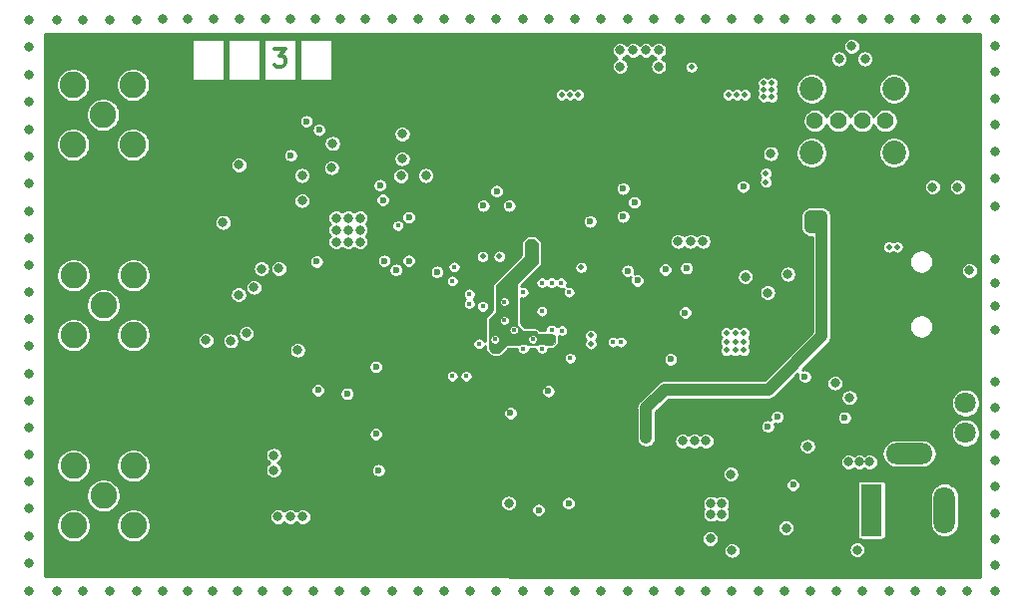
<source format=gbr>
G04 #@! TF.GenerationSoftware,KiCad,Pcbnew,(5.1.6)-1*
G04 #@! TF.CreationDate,2020-07-25T18:11:15+02:00*
G04 #@! TF.ProjectId,PrecisionTimer_RevF,50726563-6973-4696-9f6e-54696d65725f,rev?*
G04 #@! TF.SameCoordinates,Original*
G04 #@! TF.FileFunction,Copper,L3,Inr*
G04 #@! TF.FilePolarity,Positive*
%FSLAX46Y46*%
G04 Gerber Fmt 4.6, Leading zero omitted, Abs format (unit mm)*
G04 Created by KiCad (PCBNEW (5.1.6)-1) date 2020-07-25 18:11:15*
%MOMM*%
%LPD*%
G01*
G04 APERTURE LIST*
G04 #@! TA.AperFunction,NonConductor*
%ADD10C,0.300000*%
G04 #@! TD*
G04 #@! TA.AperFunction,ViaPad*
%ADD11R,1.800000X4.400000*%
G04 #@! TD*
G04 #@! TA.AperFunction,ViaPad*
%ADD12O,1.800000X4.000000*%
G04 #@! TD*
G04 #@! TA.AperFunction,ViaPad*
%ADD13O,4.000000X1.800000*%
G04 #@! TD*
G04 #@! TA.AperFunction,ViaPad*
%ADD14C,1.800000*%
G04 #@! TD*
G04 #@! TA.AperFunction,ViaPad*
%ADD15C,2.025000*%
G04 #@! TD*
G04 #@! TA.AperFunction,ViaPad*
%ADD16C,1.431000*%
G04 #@! TD*
G04 #@! TA.AperFunction,ViaPad*
%ADD17C,2.250000*%
G04 #@! TD*
G04 #@! TA.AperFunction,ViaPad*
%ADD18C,0.600000*%
G04 #@! TD*
G04 #@! TA.AperFunction,ViaPad*
%ADD19C,0.500000*%
G04 #@! TD*
G04 #@! TA.AperFunction,ViaPad*
%ADD20C,0.800000*%
G04 #@! TD*
G04 #@! TA.AperFunction,ViaPad*
%ADD21C,0.450000*%
G04 #@! TD*
G04 #@! TA.AperFunction,Conductor*
%ADD22C,1.000000*%
G04 #@! TD*
G04 #@! TA.AperFunction,Conductor*
%ADD23C,0.254000*%
G04 #@! TD*
G04 #@! TA.AperFunction,Conductor*
%ADD24C,0.025400*%
G04 #@! TD*
G04 APERTURE END LIST*
D10*
X111031400Y-55642771D02*
X111959971Y-55642771D01*
X111459971Y-56214200D01*
X111674257Y-56214200D01*
X111817114Y-56285628D01*
X111888542Y-56357057D01*
X111959971Y-56499914D01*
X111959971Y-56857057D01*
X111888542Y-56999914D01*
X111817114Y-57071342D01*
X111674257Y-57142771D01*
X111245685Y-57142771D01*
X111102828Y-57071342D01*
X111031400Y-56999914D01*
D11*
X161696400Y-94818200D03*
D12*
X167894000Y-94818200D03*
D13*
X164896800Y-90018200D03*
D14*
X169672000Y-85725000D03*
X169672000Y-88265000D03*
D15*
X163620200Y-59027400D03*
X156620200Y-59027400D03*
X163620200Y-64467400D03*
X156620200Y-64467400D03*
D16*
X156890200Y-61747400D03*
X158890200Y-61747400D03*
X160890200Y-61747400D03*
X162890200Y-61747400D03*
D17*
X96507300Y-61239400D03*
X99047300Y-58699400D03*
X93967300Y-58699400D03*
X93967300Y-63779400D03*
X99047300Y-63779400D03*
X96532700Y-77419200D03*
X99072700Y-74879200D03*
X93992700Y-74879200D03*
X93992700Y-79959200D03*
X99072700Y-79959200D03*
X96532700Y-93599000D03*
X99072700Y-91059000D03*
X93992700Y-91059000D03*
X93992700Y-96139000D03*
X99072700Y-96139000D03*
D18*
X131064000Y-86588600D03*
X141008100Y-74498200D03*
X141833600Y-75323700D03*
D19*
X150279100Y-59537600D03*
X150964900Y-59537600D03*
X149542500Y-59537600D03*
D20*
X94818200Y-53162200D03*
X92557600Y-53162200D03*
X97078800Y-53162200D03*
X110286800Y-53136800D03*
X112420400Y-53136800D03*
X103682800Y-53136800D03*
X108102400Y-53136800D03*
X105892600Y-53136800D03*
X101523800Y-53136800D03*
X116611400Y-53136800D03*
X118778800Y-53136800D03*
X120998800Y-53136800D03*
D19*
X150876000Y-79756000D03*
X150139400Y-79756000D03*
X150876000Y-80518000D03*
X150139400Y-80518000D03*
X150139400Y-81254600D03*
X149377400Y-80518000D03*
X150876000Y-81254600D03*
X149377400Y-81254600D03*
X149377400Y-79756000D03*
X152730200Y-66192400D03*
X152730200Y-66954400D03*
D20*
X172148500Y-90618000D03*
X172148500Y-88398000D03*
X172148500Y-97278600D03*
X172148500Y-92838600D03*
X172148500Y-99498600D03*
X172148500Y-95058600D03*
X148971000Y-94259400D03*
X148971000Y-95173800D03*
X148056600Y-95173800D03*
X148056600Y-94259400D03*
X146342100Y-71996300D03*
X147383500Y-71996300D03*
X145288000Y-71996300D03*
X101523800Y-101676200D03*
X103682800Y-101676200D03*
X105816400Y-101676200D03*
X107924600Y-101676200D03*
X110032800Y-101676200D03*
X172147700Y-101676200D03*
X172147700Y-64360050D03*
X172147700Y-62115400D03*
X172147700Y-59870750D03*
X172147700Y-57626100D03*
X172147700Y-55381450D03*
X172147700Y-53136800D03*
X169838800Y-53136800D03*
X167618800Y-53136800D03*
X165398800Y-53136800D03*
X163178800Y-53136800D03*
X160958800Y-53136800D03*
X158738800Y-53136800D03*
X156518800Y-53136800D03*
X154298800Y-53136800D03*
X152078800Y-53136800D03*
X149858800Y-53136800D03*
X147638800Y-53136800D03*
X145418800Y-53136800D03*
X143198800Y-53136800D03*
X140978800Y-53136800D03*
X138758800Y-53136800D03*
X136538800Y-53136800D03*
X134318800Y-53136800D03*
X132098800Y-53136800D03*
X129878800Y-53136800D03*
X127658800Y-53136800D03*
X125438800Y-53136800D03*
X123218800Y-53136800D03*
X116268500Y-70002400D03*
X117284500Y-70002400D03*
X117284500Y-72034400D03*
X116268500Y-72034400D03*
X116268500Y-71018400D03*
X117284500Y-71018400D03*
X118300500Y-72034400D03*
X118300500Y-71018400D03*
X118300500Y-70002400D03*
X108030700Y-65489400D03*
D19*
X135394700Y-59537600D03*
X136131300Y-59537600D03*
X136817100Y-59537600D03*
D20*
X143637000Y-57137300D03*
X140360400Y-57137300D03*
X143637000Y-55765700D03*
X140360400Y-55765700D03*
X141452600Y-55765700D03*
X142544800Y-55765700D03*
X106680000Y-70383400D03*
X113398300Y-66395600D03*
X123888500Y-66395600D03*
X113449100Y-95377000D03*
X110972600Y-91440000D03*
X113398300Y-68529200D03*
X121780300Y-66421000D03*
X110972600Y-90170000D03*
X111340900Y-95377000D03*
X112382300Y-95377000D03*
X114338800Y-101676200D03*
X116558800Y-101676200D03*
X138758800Y-101676200D03*
X163178800Y-101676200D03*
X158738800Y-101676200D03*
X120998800Y-101676200D03*
X154298800Y-101676200D03*
X118778800Y-101676200D03*
X129878800Y-101676200D03*
X149858800Y-101676200D03*
X132098800Y-101676200D03*
X169838800Y-101676200D03*
X152078800Y-101676200D03*
X143198800Y-101676200D03*
X165398800Y-101676200D03*
X127658800Y-101676200D03*
X156518800Y-101676200D03*
X134318800Y-101676200D03*
X136538800Y-101676200D03*
X145418800Y-101676200D03*
X140978800Y-101676200D03*
X123218800Y-101676200D03*
X147638800Y-101676200D03*
X167618800Y-101676200D03*
X125438800Y-101676200D03*
X160958800Y-101676200D03*
X172148500Y-66675000D03*
X172148500Y-69011800D03*
X172148500Y-83947000D03*
X172148500Y-86156800D03*
X158597600Y-84023200D03*
X160020000Y-55422800D03*
X161137600Y-56489600D03*
X158927800Y-56489600D03*
X159816800Y-85267800D03*
X130911600Y-94234000D03*
X115963700Y-63677800D03*
X121881900Y-64973200D03*
X121881900Y-62865000D03*
X154584400Y-74777600D03*
D19*
X137058400Y-74218800D03*
D20*
X168986200Y-67386200D03*
X166878000Y-67386200D03*
D18*
X144653000Y-82016600D03*
D20*
X145669000Y-88950800D03*
X146659600Y-88950800D03*
X147650200Y-88950800D03*
X115887500Y-65735200D03*
X90233500Y-55499000D03*
X90233500Y-57810400D03*
X90233500Y-60147200D03*
X90233500Y-62507600D03*
X90233500Y-64807600D03*
X90233500Y-67107600D03*
X90233500Y-69407600D03*
X90233500Y-71707600D03*
X90233500Y-74007600D03*
X90233500Y-76307600D03*
X90233500Y-78607600D03*
X90233500Y-80907600D03*
X90233500Y-83207600D03*
X90233500Y-85507600D03*
X90233500Y-87807600D03*
X90233500Y-90107600D03*
X90233500Y-92407600D03*
X90233500Y-94707600D03*
X90233500Y-97007600D03*
X90233500Y-99307600D03*
X112115600Y-101676200D03*
X114503200Y-53136800D03*
X99390200Y-53162200D03*
X99390200Y-101676200D03*
X170002200Y-74472800D03*
X160477200Y-98196404D03*
X97078800Y-101676200D03*
X94818200Y-101676200D03*
X92557600Y-101676200D03*
X90233500Y-101676200D03*
X90233500Y-53162200D03*
D21*
X129743200Y-80314800D03*
D18*
X140614400Y-67513200D03*
X141579600Y-68681600D03*
X140614400Y-69875400D03*
X137820400Y-70307200D03*
D21*
X136042400Y-76314300D03*
D18*
X145884900Y-78041500D03*
D20*
X153136600Y-64541400D03*
X150990400Y-75006100D03*
X152882600Y-76352400D03*
X172148500Y-79540100D03*
X172148500Y-77520800D03*
X172148500Y-75514200D03*
X172148500Y-73507600D03*
D18*
X152882600Y-87718900D03*
X153708100Y-86893400D03*
X156032202Y-83489800D03*
D20*
X156260800Y-89408000D03*
D21*
X133731000Y-77927200D03*
D20*
X113004600Y-81229200D03*
D18*
X144195800Y-74396600D03*
D19*
X130124200Y-73279000D03*
X128701800Y-73279000D03*
D18*
X134277100Y-84709000D03*
D21*
X130556000Y-77114400D03*
D20*
X109296200Y-75895200D03*
X108661200Y-79806800D03*
D21*
X135407400Y-79578200D03*
X130556000Y-78714600D03*
D20*
X107998500Y-76532500D03*
X107340400Y-80441800D03*
D21*
X131343400Y-79527400D03*
D20*
X105232200Y-80391000D03*
D21*
X128397000Y-80695800D03*
D20*
X109943900Y-74320400D03*
D21*
X128701800Y-77520800D03*
D20*
X111417100Y-74295000D03*
D21*
X127584200Y-77292200D03*
D20*
X156514800Y-69824600D03*
X157480000Y-69824600D03*
X157474800Y-70795000D03*
X156514800Y-70789800D03*
X142570200Y-88696800D03*
X142570200Y-87249000D03*
D18*
X159410400Y-86969600D03*
X155041600Y-92684600D03*
X120002300Y-67233800D03*
X120357900Y-73647300D03*
X114731800Y-84632800D03*
X119862600Y-91440000D03*
X122440702Y-73647302D03*
X119659400Y-88366600D03*
X119659400Y-82651600D03*
D21*
X134543800Y-79502000D03*
D18*
X122440700Y-69951600D03*
X117218700Y-84939900D03*
D21*
X136144000Y-81915000D03*
D18*
X121361200Y-74422000D03*
D21*
X121513600Y-70662800D03*
D20*
X148005800Y-97256600D03*
X149758400Y-91770200D03*
X154444700Y-96329500D03*
X159766000Y-90728800D03*
X161544000Y-90728800D03*
X160655000Y-90728800D03*
D18*
X150799800Y-67335400D03*
X145999200Y-74269600D03*
X133451600Y-94818200D03*
D21*
X135356600Y-75514200D03*
X126136400Y-83439000D03*
X126136400Y-75361800D03*
D18*
X135991600Y-94234000D03*
D21*
X133731000Y-75514200D03*
X127304800Y-83439000D03*
X126288800Y-74168000D03*
D19*
X163175200Y-72466200D03*
X163875200Y-72466200D03*
X137887752Y-80683431D03*
D21*
X140431400Y-80543400D03*
D19*
X137887752Y-79983431D03*
D21*
X139781400Y-80543400D03*
D18*
X114617500Y-73710800D03*
D21*
X127584200Y-76454000D03*
D18*
X112420400Y-64693800D03*
X130962400Y-68961000D03*
X129895600Y-67741800D03*
X113753900Y-61798200D03*
X128752600Y-68961000D03*
X114833400Y-62522100D03*
D20*
X149860000Y-98247200D03*
D18*
X124841000Y-74599800D03*
X120243600Y-68478400D03*
D19*
X146418300Y-57200800D03*
X152552400Y-59715400D03*
X153238200Y-59728100D03*
X153238200Y-58534300D03*
X152552400Y-59131200D03*
X153238200Y-59131200D03*
X152552400Y-58534300D03*
D21*
X129743200Y-81114900D03*
X131343400Y-77914500D03*
D18*
X132842000Y-72948800D03*
X132842000Y-72212200D03*
D21*
X134543800Y-80314800D03*
D20*
X111340900Y-87528400D03*
X112407700Y-87528400D03*
X113449100Y-87528400D03*
X113601500Y-72288400D03*
X116014500Y-74701400D03*
X119062500Y-74701400D03*
X120307100Y-64973200D03*
D19*
X132245100Y-57175400D03*
D20*
X111391700Y-68351400D03*
X111823500Y-78003400D03*
X116014372Y-67462400D03*
X118529100Y-67462400D03*
X121678700Y-67995800D03*
D18*
X153085800Y-82575400D03*
D20*
X170002200Y-76657200D03*
D18*
X147726400Y-82575400D03*
D20*
X138531600Y-94843600D03*
D18*
X150926804Y-77165196D03*
D19*
X138379200Y-58508900D03*
X139052300Y-58508900D03*
X138379200Y-59105800D03*
X139052300Y-59105800D03*
X138379200Y-59702700D03*
X139052300Y-59702700D03*
D18*
X136956800Y-83159600D03*
D21*
X132943600Y-76314300D03*
D18*
X138734800Y-69875400D03*
X137795000Y-68681600D03*
X138734800Y-67513200D03*
D19*
X129870200Y-83007200D03*
D21*
X137134600Y-76708000D03*
D18*
X122351900Y-87655300D03*
X122351900Y-90144500D03*
D20*
X164922200Y-85725000D03*
D21*
X132156200Y-77927200D03*
X120827800Y-72491600D03*
X134543800Y-75514200D03*
X132130800Y-76314300D03*
X133731000Y-81102200D03*
X132943600Y-80314800D03*
X132156200Y-81102200D03*
D22*
X156514800Y-69850000D02*
X157480000Y-69850000D01*
X157469600Y-70815200D02*
X157474800Y-70820400D01*
X156514800Y-70815200D02*
X157469600Y-70815200D01*
X156514800Y-70815200D02*
X156514800Y-69850000D01*
X157474800Y-70820400D02*
X157474800Y-69855200D01*
X152933400Y-84607400D02*
X157474800Y-80066000D01*
X144119600Y-84607400D02*
X152933400Y-84607400D01*
X142570200Y-88696800D02*
X142570200Y-86156800D01*
X157474800Y-80066000D02*
X157474800Y-70795000D01*
X142570200Y-86156800D02*
X144119600Y-84607400D01*
D23*
G36*
X170942000Y-100482380D02*
G01*
X91554300Y-100469720D01*
X91554300Y-98175597D01*
X149133000Y-98175597D01*
X149133000Y-98318803D01*
X149160938Y-98459258D01*
X149215741Y-98591564D01*
X149295302Y-98710636D01*
X149396564Y-98811898D01*
X149515636Y-98891459D01*
X149647942Y-98946262D01*
X149788397Y-98974200D01*
X149931603Y-98974200D01*
X150072058Y-98946262D01*
X150204364Y-98891459D01*
X150323436Y-98811898D01*
X150424698Y-98710636D01*
X150504259Y-98591564D01*
X150559062Y-98459258D01*
X150587000Y-98318803D01*
X150587000Y-98175597D01*
X150576897Y-98124801D01*
X159750200Y-98124801D01*
X159750200Y-98268007D01*
X159778138Y-98408462D01*
X159832941Y-98540768D01*
X159912502Y-98659840D01*
X160013764Y-98761102D01*
X160132836Y-98840663D01*
X160265142Y-98895466D01*
X160405597Y-98923404D01*
X160548803Y-98923404D01*
X160689258Y-98895466D01*
X160821564Y-98840663D01*
X160940636Y-98761102D01*
X161041898Y-98659840D01*
X161121459Y-98540768D01*
X161176262Y-98408462D01*
X161204200Y-98268007D01*
X161204200Y-98124801D01*
X161176262Y-97984346D01*
X161121459Y-97852040D01*
X161041898Y-97732968D01*
X160940636Y-97631706D01*
X160821564Y-97552145D01*
X160689258Y-97497342D01*
X160548803Y-97469404D01*
X160405597Y-97469404D01*
X160265142Y-97497342D01*
X160132836Y-97552145D01*
X160013764Y-97631706D01*
X159912502Y-97732968D01*
X159832941Y-97852040D01*
X159778138Y-97984346D01*
X159750200Y-98124801D01*
X150576897Y-98124801D01*
X150559062Y-98035142D01*
X150504259Y-97902836D01*
X150424698Y-97783764D01*
X150323436Y-97682502D01*
X150204364Y-97602941D01*
X150072058Y-97548138D01*
X149931603Y-97520200D01*
X149788397Y-97520200D01*
X149647942Y-97548138D01*
X149515636Y-97602941D01*
X149396564Y-97682502D01*
X149295302Y-97783764D01*
X149215741Y-97902836D01*
X149160938Y-98035142D01*
X149133000Y-98175597D01*
X91554300Y-98175597D01*
X91554300Y-95995990D01*
X92540700Y-95995990D01*
X92540700Y-96282010D01*
X92596499Y-96562533D01*
X92705954Y-96826780D01*
X92864858Y-97064596D01*
X93067104Y-97266842D01*
X93304920Y-97425746D01*
X93569167Y-97535201D01*
X93849690Y-97591000D01*
X94135710Y-97591000D01*
X94416233Y-97535201D01*
X94680480Y-97425746D01*
X94918296Y-97266842D01*
X95120542Y-97064596D01*
X95279446Y-96826780D01*
X95388901Y-96562533D01*
X95444700Y-96282010D01*
X95444700Y-95995990D01*
X97620700Y-95995990D01*
X97620700Y-96282010D01*
X97676499Y-96562533D01*
X97785954Y-96826780D01*
X97944858Y-97064596D01*
X98147104Y-97266842D01*
X98384920Y-97425746D01*
X98649167Y-97535201D01*
X98929690Y-97591000D01*
X99215710Y-97591000D01*
X99496233Y-97535201D01*
X99760480Y-97425746D01*
X99998296Y-97266842D01*
X100080141Y-97184997D01*
X147278800Y-97184997D01*
X147278800Y-97328203D01*
X147306738Y-97468658D01*
X147361541Y-97600964D01*
X147441102Y-97720036D01*
X147542364Y-97821298D01*
X147661436Y-97900859D01*
X147793742Y-97955662D01*
X147934197Y-97983600D01*
X148077403Y-97983600D01*
X148217858Y-97955662D01*
X148350164Y-97900859D01*
X148469236Y-97821298D01*
X148570498Y-97720036D01*
X148650059Y-97600964D01*
X148704862Y-97468658D01*
X148732800Y-97328203D01*
X148732800Y-97184997D01*
X148704862Y-97044542D01*
X148650059Y-96912236D01*
X148570498Y-96793164D01*
X148469236Y-96691902D01*
X148350164Y-96612341D01*
X148217858Y-96557538D01*
X148077403Y-96529600D01*
X147934197Y-96529600D01*
X147793742Y-96557538D01*
X147661436Y-96612341D01*
X147542364Y-96691902D01*
X147441102Y-96793164D01*
X147361541Y-96912236D01*
X147306738Y-97044542D01*
X147278800Y-97184997D01*
X100080141Y-97184997D01*
X100200542Y-97064596D01*
X100359446Y-96826780D01*
X100468901Y-96562533D01*
X100524700Y-96282010D01*
X100524700Y-96257897D01*
X153717700Y-96257897D01*
X153717700Y-96401103D01*
X153745638Y-96541558D01*
X153800441Y-96673864D01*
X153880002Y-96792936D01*
X153981264Y-96894198D01*
X154100336Y-96973759D01*
X154232642Y-97028562D01*
X154373097Y-97056500D01*
X154516303Y-97056500D01*
X154656758Y-97028562D01*
X154789064Y-96973759D01*
X154908136Y-96894198D01*
X155009398Y-96792936D01*
X155088959Y-96673864D01*
X155143762Y-96541558D01*
X155171700Y-96401103D01*
X155171700Y-96257897D01*
X155143762Y-96117442D01*
X155088959Y-95985136D01*
X155009398Y-95866064D01*
X154908136Y-95764802D01*
X154789064Y-95685241D01*
X154656758Y-95630438D01*
X154516303Y-95602500D01*
X154373097Y-95602500D01*
X154232642Y-95630438D01*
X154100336Y-95685241D01*
X153981264Y-95764802D01*
X153880002Y-95866064D01*
X153800441Y-95985136D01*
X153745638Y-96117442D01*
X153717700Y-96257897D01*
X100524700Y-96257897D01*
X100524700Y-95995990D01*
X100468901Y-95715467D01*
X100359446Y-95451220D01*
X100262010Y-95305397D01*
X110613900Y-95305397D01*
X110613900Y-95448603D01*
X110641838Y-95589058D01*
X110696641Y-95721364D01*
X110776202Y-95840436D01*
X110877464Y-95941698D01*
X110996536Y-96021259D01*
X111128842Y-96076062D01*
X111269297Y-96104000D01*
X111412503Y-96104000D01*
X111552958Y-96076062D01*
X111685264Y-96021259D01*
X111804336Y-95941698D01*
X111861600Y-95884434D01*
X111918864Y-95941698D01*
X112037936Y-96021259D01*
X112170242Y-96076062D01*
X112310697Y-96104000D01*
X112453903Y-96104000D01*
X112594358Y-96076062D01*
X112726664Y-96021259D01*
X112845736Y-95941698D01*
X112915700Y-95871734D01*
X112985664Y-95941698D01*
X113104736Y-96021259D01*
X113237042Y-96076062D01*
X113377497Y-96104000D01*
X113520703Y-96104000D01*
X113661158Y-96076062D01*
X113793464Y-96021259D01*
X113912536Y-95941698D01*
X114013798Y-95840436D01*
X114093359Y-95721364D01*
X114148162Y-95589058D01*
X114176100Y-95448603D01*
X114176100Y-95305397D01*
X114148162Y-95164942D01*
X114093359Y-95032636D01*
X114013798Y-94913564D01*
X113912536Y-94812302D01*
X113793464Y-94732741D01*
X113661158Y-94677938D01*
X113520703Y-94650000D01*
X113377497Y-94650000D01*
X113237042Y-94677938D01*
X113104736Y-94732741D01*
X112985664Y-94812302D01*
X112915700Y-94882266D01*
X112845736Y-94812302D01*
X112726664Y-94732741D01*
X112594358Y-94677938D01*
X112453903Y-94650000D01*
X112310697Y-94650000D01*
X112170242Y-94677938D01*
X112037936Y-94732741D01*
X111918864Y-94812302D01*
X111861600Y-94869566D01*
X111804336Y-94812302D01*
X111685264Y-94732741D01*
X111552958Y-94677938D01*
X111412503Y-94650000D01*
X111269297Y-94650000D01*
X111128842Y-94677938D01*
X110996536Y-94732741D01*
X110877464Y-94812302D01*
X110776202Y-94913564D01*
X110696641Y-95032636D01*
X110641838Y-95164942D01*
X110613900Y-95305397D01*
X100262010Y-95305397D01*
X100200542Y-95213404D01*
X99998296Y-95011158D01*
X99760480Y-94852254D01*
X99496233Y-94742799D01*
X99215710Y-94687000D01*
X98929690Y-94687000D01*
X98649167Y-94742799D01*
X98384920Y-94852254D01*
X98147104Y-95011158D01*
X97944858Y-95213404D01*
X97785954Y-95451220D01*
X97676499Y-95715467D01*
X97620700Y-95995990D01*
X95444700Y-95995990D01*
X95388901Y-95715467D01*
X95279446Y-95451220D01*
X95120542Y-95213404D01*
X94918296Y-95011158D01*
X94680480Y-94852254D01*
X94416233Y-94742799D01*
X94135710Y-94687000D01*
X93849690Y-94687000D01*
X93569167Y-94742799D01*
X93304920Y-94852254D01*
X93067104Y-95011158D01*
X92864858Y-95213404D01*
X92705954Y-95451220D01*
X92596499Y-95715467D01*
X92540700Y-95995990D01*
X91554300Y-95995990D01*
X91554300Y-93455990D01*
X95080700Y-93455990D01*
X95080700Y-93742010D01*
X95136499Y-94022533D01*
X95245954Y-94286780D01*
X95404858Y-94524596D01*
X95607104Y-94726842D01*
X95844920Y-94885746D01*
X96109167Y-94995201D01*
X96389690Y-95051000D01*
X96675710Y-95051000D01*
X96956233Y-94995201D01*
X97220480Y-94885746D01*
X97458296Y-94726842D01*
X97660542Y-94524596D01*
X97819446Y-94286780D01*
X97870967Y-94162397D01*
X130184600Y-94162397D01*
X130184600Y-94305603D01*
X130212538Y-94446058D01*
X130267341Y-94578364D01*
X130346902Y-94697436D01*
X130448164Y-94798698D01*
X130567236Y-94878259D01*
X130699542Y-94933062D01*
X130839997Y-94961000D01*
X130983203Y-94961000D01*
X131123658Y-94933062D01*
X131255964Y-94878259D01*
X131375036Y-94798698D01*
X131417288Y-94756446D01*
X132824600Y-94756446D01*
X132824600Y-94879954D01*
X132848695Y-95001089D01*
X132895960Y-95115196D01*
X132964577Y-95217889D01*
X133051911Y-95305223D01*
X133154604Y-95373840D01*
X133268711Y-95421105D01*
X133389846Y-95445200D01*
X133513354Y-95445200D01*
X133634489Y-95421105D01*
X133748596Y-95373840D01*
X133851289Y-95305223D01*
X133938623Y-95217889D01*
X134007240Y-95115196D01*
X134054505Y-95001089D01*
X134078600Y-94879954D01*
X134078600Y-94756446D01*
X134054505Y-94635311D01*
X134007240Y-94521204D01*
X133938623Y-94418511D01*
X133851289Y-94331177D01*
X133748596Y-94262560D01*
X133634489Y-94215295D01*
X133513354Y-94191200D01*
X133389846Y-94191200D01*
X133268711Y-94215295D01*
X133154604Y-94262560D01*
X133051911Y-94331177D01*
X132964577Y-94418511D01*
X132895960Y-94521204D01*
X132848695Y-94635311D01*
X132824600Y-94756446D01*
X131417288Y-94756446D01*
X131476298Y-94697436D01*
X131555859Y-94578364D01*
X131610662Y-94446058D01*
X131638600Y-94305603D01*
X131638600Y-94172246D01*
X135364600Y-94172246D01*
X135364600Y-94295754D01*
X135388695Y-94416889D01*
X135435960Y-94530996D01*
X135504577Y-94633689D01*
X135591911Y-94721023D01*
X135694604Y-94789640D01*
X135808711Y-94836905D01*
X135929846Y-94861000D01*
X136053354Y-94861000D01*
X136174489Y-94836905D01*
X136288596Y-94789640D01*
X136391289Y-94721023D01*
X136478623Y-94633689D01*
X136547240Y-94530996D01*
X136594505Y-94416889D01*
X136618600Y-94295754D01*
X136618600Y-94187797D01*
X147329600Y-94187797D01*
X147329600Y-94331003D01*
X147357538Y-94471458D01*
X147412341Y-94603764D01*
X147487735Y-94716600D01*
X147412341Y-94829436D01*
X147357538Y-94961742D01*
X147329600Y-95102197D01*
X147329600Y-95245403D01*
X147357538Y-95385858D01*
X147412341Y-95518164D01*
X147491902Y-95637236D01*
X147593164Y-95738498D01*
X147712236Y-95818059D01*
X147844542Y-95872862D01*
X147984997Y-95900800D01*
X148128203Y-95900800D01*
X148268658Y-95872862D01*
X148400964Y-95818059D01*
X148513800Y-95742665D01*
X148626636Y-95818059D01*
X148758942Y-95872862D01*
X148899397Y-95900800D01*
X149042603Y-95900800D01*
X149183058Y-95872862D01*
X149315364Y-95818059D01*
X149434436Y-95738498D01*
X149535698Y-95637236D01*
X149615259Y-95518164D01*
X149670062Y-95385858D01*
X149698000Y-95245403D01*
X149698000Y-95102197D01*
X149670062Y-94961742D01*
X149615259Y-94829436D01*
X149539865Y-94716600D01*
X149615259Y-94603764D01*
X149670062Y-94471458D01*
X149698000Y-94331003D01*
X149698000Y-94187797D01*
X149670062Y-94047342D01*
X149615259Y-93915036D01*
X149535698Y-93795964D01*
X149434436Y-93694702D01*
X149315364Y-93615141D01*
X149183058Y-93560338D01*
X149042603Y-93532400D01*
X148899397Y-93532400D01*
X148758942Y-93560338D01*
X148626636Y-93615141D01*
X148513800Y-93690535D01*
X148400964Y-93615141D01*
X148268658Y-93560338D01*
X148128203Y-93532400D01*
X147984997Y-93532400D01*
X147844542Y-93560338D01*
X147712236Y-93615141D01*
X147593164Y-93694702D01*
X147491902Y-93795964D01*
X147412341Y-93915036D01*
X147357538Y-94047342D01*
X147329600Y-94187797D01*
X136618600Y-94187797D01*
X136618600Y-94172246D01*
X136594505Y-94051111D01*
X136547240Y-93937004D01*
X136478623Y-93834311D01*
X136391289Y-93746977D01*
X136288596Y-93678360D01*
X136174489Y-93631095D01*
X136053354Y-93607000D01*
X135929846Y-93607000D01*
X135808711Y-93631095D01*
X135694604Y-93678360D01*
X135591911Y-93746977D01*
X135504577Y-93834311D01*
X135435960Y-93937004D01*
X135388695Y-94051111D01*
X135364600Y-94172246D01*
X131638600Y-94172246D01*
X131638600Y-94162397D01*
X131610662Y-94021942D01*
X131555859Y-93889636D01*
X131476298Y-93770564D01*
X131375036Y-93669302D01*
X131255964Y-93589741D01*
X131123658Y-93534938D01*
X130983203Y-93507000D01*
X130839997Y-93507000D01*
X130699542Y-93534938D01*
X130567236Y-93589741D01*
X130448164Y-93669302D01*
X130346902Y-93770564D01*
X130267341Y-93889636D01*
X130212538Y-94021942D01*
X130184600Y-94162397D01*
X97870967Y-94162397D01*
X97928901Y-94022533D01*
X97984700Y-93742010D01*
X97984700Y-93455990D01*
X97928901Y-93175467D01*
X97819446Y-92911220D01*
X97660542Y-92673404D01*
X97609984Y-92622846D01*
X154414600Y-92622846D01*
X154414600Y-92746354D01*
X154438695Y-92867489D01*
X154485960Y-92981596D01*
X154554577Y-93084289D01*
X154641911Y-93171623D01*
X154744604Y-93240240D01*
X154858711Y-93287505D01*
X154979846Y-93311600D01*
X155103354Y-93311600D01*
X155224489Y-93287505D01*
X155338596Y-93240240D01*
X155441289Y-93171623D01*
X155528623Y-93084289D01*
X155597240Y-92981596D01*
X155644505Y-92867489D01*
X155668600Y-92746354D01*
X155668600Y-92622846D01*
X155667676Y-92618200D01*
X160467818Y-92618200D01*
X160467818Y-97018200D01*
X160474132Y-97082303D01*
X160492830Y-97143943D01*
X160523194Y-97200750D01*
X160564057Y-97250543D01*
X160613850Y-97291406D01*
X160670657Y-97321770D01*
X160732297Y-97340468D01*
X160796400Y-97346782D01*
X162596400Y-97346782D01*
X162660503Y-97340468D01*
X162722143Y-97321770D01*
X162778950Y-97291406D01*
X162828743Y-97250543D01*
X162869606Y-97200750D01*
X162899970Y-97143943D01*
X162918668Y-97082303D01*
X162924982Y-97018200D01*
X162924982Y-93657933D01*
X166667000Y-93657933D01*
X166667001Y-95978468D01*
X166684756Y-96158734D01*
X166754917Y-96390024D01*
X166868852Y-96603183D01*
X167022184Y-96790017D01*
X167209018Y-96943349D01*
X167422177Y-97057284D01*
X167653467Y-97127445D01*
X167894000Y-97151136D01*
X168134534Y-97127445D01*
X168365824Y-97057284D01*
X168578983Y-96943349D01*
X168765817Y-96790017D01*
X168919149Y-96603183D01*
X169033084Y-96390024D01*
X169103245Y-96158734D01*
X169121000Y-95978468D01*
X169121000Y-93657932D01*
X169103245Y-93477666D01*
X169033084Y-93246376D01*
X168919149Y-93033217D01*
X168765817Y-92846383D01*
X168578982Y-92693051D01*
X168365823Y-92579116D01*
X168134533Y-92508955D01*
X167894000Y-92485264D01*
X167653466Y-92508955D01*
X167422176Y-92579116D01*
X167209017Y-92693051D01*
X167022183Y-92846383D01*
X166868851Y-93033218D01*
X166754916Y-93246377D01*
X166684755Y-93477667D01*
X166667000Y-93657933D01*
X162924982Y-93657933D01*
X162924982Y-92618200D01*
X162918668Y-92554097D01*
X162899970Y-92492457D01*
X162869606Y-92435650D01*
X162828743Y-92385857D01*
X162778950Y-92344994D01*
X162722143Y-92314630D01*
X162660503Y-92295932D01*
X162596400Y-92289618D01*
X160796400Y-92289618D01*
X160732297Y-92295932D01*
X160670657Y-92314630D01*
X160613850Y-92344994D01*
X160564057Y-92385857D01*
X160523194Y-92435650D01*
X160492830Y-92492457D01*
X160474132Y-92554097D01*
X160467818Y-92618200D01*
X155667676Y-92618200D01*
X155644505Y-92501711D01*
X155597240Y-92387604D01*
X155528623Y-92284911D01*
X155441289Y-92197577D01*
X155338596Y-92128960D01*
X155224489Y-92081695D01*
X155103354Y-92057600D01*
X154979846Y-92057600D01*
X154858711Y-92081695D01*
X154744604Y-92128960D01*
X154641911Y-92197577D01*
X154554577Y-92284911D01*
X154485960Y-92387604D01*
X154438695Y-92501711D01*
X154414600Y-92622846D01*
X97609984Y-92622846D01*
X97458296Y-92471158D01*
X97220480Y-92312254D01*
X96956233Y-92202799D01*
X96675710Y-92147000D01*
X96389690Y-92147000D01*
X96109167Y-92202799D01*
X95844920Y-92312254D01*
X95607104Y-92471158D01*
X95404858Y-92673404D01*
X95245954Y-92911220D01*
X95136499Y-93175467D01*
X95080700Y-93455990D01*
X91554300Y-93455990D01*
X91554300Y-90915990D01*
X92540700Y-90915990D01*
X92540700Y-91202010D01*
X92596499Y-91482533D01*
X92705954Y-91746780D01*
X92864858Y-91984596D01*
X93067104Y-92186842D01*
X93304920Y-92345746D01*
X93569167Y-92455201D01*
X93849690Y-92511000D01*
X94135710Y-92511000D01*
X94416233Y-92455201D01*
X94680480Y-92345746D01*
X94918296Y-92186842D01*
X95120542Y-91984596D01*
X95279446Y-91746780D01*
X95388901Y-91482533D01*
X95444700Y-91202010D01*
X95444700Y-90915990D01*
X97620700Y-90915990D01*
X97620700Y-91202010D01*
X97676499Y-91482533D01*
X97785954Y-91746780D01*
X97944858Y-91984596D01*
X98147104Y-92186842D01*
X98384920Y-92345746D01*
X98649167Y-92455201D01*
X98929690Y-92511000D01*
X99215710Y-92511000D01*
X99496233Y-92455201D01*
X99760480Y-92345746D01*
X99998296Y-92186842D01*
X100200542Y-91984596D01*
X100359446Y-91746780D01*
X100468901Y-91482533D01*
X100524700Y-91202010D01*
X100524700Y-90915990D01*
X100468901Y-90635467D01*
X100359446Y-90371220D01*
X100200542Y-90133404D01*
X100165535Y-90098397D01*
X110245600Y-90098397D01*
X110245600Y-90241603D01*
X110273538Y-90382058D01*
X110328341Y-90514364D01*
X110407902Y-90633436D01*
X110509164Y-90734698D01*
X110614379Y-90805000D01*
X110509164Y-90875302D01*
X110407902Y-90976564D01*
X110328341Y-91095636D01*
X110273538Y-91227942D01*
X110245600Y-91368397D01*
X110245600Y-91511603D01*
X110273538Y-91652058D01*
X110328341Y-91784364D01*
X110407902Y-91903436D01*
X110509164Y-92004698D01*
X110628236Y-92084259D01*
X110760542Y-92139062D01*
X110900997Y-92167000D01*
X111044203Y-92167000D01*
X111184658Y-92139062D01*
X111316964Y-92084259D01*
X111436036Y-92004698D01*
X111537298Y-91903436D01*
X111616859Y-91784364D01*
X111671662Y-91652058D01*
X111699600Y-91511603D01*
X111699600Y-91378246D01*
X119235600Y-91378246D01*
X119235600Y-91501754D01*
X119259695Y-91622889D01*
X119306960Y-91736996D01*
X119375577Y-91839689D01*
X119462911Y-91927023D01*
X119565604Y-91995640D01*
X119679711Y-92042905D01*
X119800846Y-92067000D01*
X119924354Y-92067000D01*
X120045489Y-92042905D01*
X120159596Y-91995640D01*
X120262289Y-91927023D01*
X120349623Y-91839689D01*
X120418240Y-91736996D01*
X120434145Y-91698597D01*
X149031400Y-91698597D01*
X149031400Y-91841803D01*
X149059338Y-91982258D01*
X149114141Y-92114564D01*
X149193702Y-92233636D01*
X149294964Y-92334898D01*
X149414036Y-92414459D01*
X149546342Y-92469262D01*
X149686797Y-92497200D01*
X149830003Y-92497200D01*
X149970458Y-92469262D01*
X150102764Y-92414459D01*
X150221836Y-92334898D01*
X150323098Y-92233636D01*
X150402659Y-92114564D01*
X150457462Y-91982258D01*
X150485400Y-91841803D01*
X150485400Y-91698597D01*
X150457462Y-91558142D01*
X150402659Y-91425836D01*
X150323098Y-91306764D01*
X150221836Y-91205502D01*
X150102764Y-91125941D01*
X149970458Y-91071138D01*
X149830003Y-91043200D01*
X149686797Y-91043200D01*
X149546342Y-91071138D01*
X149414036Y-91125941D01*
X149294964Y-91205502D01*
X149193702Y-91306764D01*
X149114141Y-91425836D01*
X149059338Y-91558142D01*
X149031400Y-91698597D01*
X120434145Y-91698597D01*
X120465505Y-91622889D01*
X120489600Y-91501754D01*
X120489600Y-91378246D01*
X120465505Y-91257111D01*
X120418240Y-91143004D01*
X120349623Y-91040311D01*
X120262289Y-90952977D01*
X120159596Y-90884360D01*
X120045489Y-90837095D01*
X119924354Y-90813000D01*
X119800846Y-90813000D01*
X119679711Y-90837095D01*
X119565604Y-90884360D01*
X119462911Y-90952977D01*
X119375577Y-91040311D01*
X119306960Y-91143004D01*
X119259695Y-91257111D01*
X119235600Y-91378246D01*
X111699600Y-91378246D01*
X111699600Y-91368397D01*
X111671662Y-91227942D01*
X111616859Y-91095636D01*
X111537298Y-90976564D01*
X111436036Y-90875302D01*
X111330821Y-90805000D01*
X111436036Y-90734698D01*
X111513537Y-90657197D01*
X159039000Y-90657197D01*
X159039000Y-90800403D01*
X159066938Y-90940858D01*
X159121741Y-91073164D01*
X159201302Y-91192236D01*
X159302564Y-91293498D01*
X159421636Y-91373059D01*
X159553942Y-91427862D01*
X159694397Y-91455800D01*
X159837603Y-91455800D01*
X159978058Y-91427862D01*
X160110364Y-91373059D01*
X160210500Y-91306151D01*
X160310636Y-91373059D01*
X160442942Y-91427862D01*
X160583397Y-91455800D01*
X160726603Y-91455800D01*
X160867058Y-91427862D01*
X160999364Y-91373059D01*
X161099500Y-91306151D01*
X161199636Y-91373059D01*
X161331942Y-91427862D01*
X161472397Y-91455800D01*
X161615603Y-91455800D01*
X161756058Y-91427862D01*
X161888364Y-91373059D01*
X162007436Y-91293498D01*
X162108698Y-91192236D01*
X162188259Y-91073164D01*
X162243062Y-90940858D01*
X162271000Y-90800403D01*
X162271000Y-90657197D01*
X162243062Y-90516742D01*
X162188259Y-90384436D01*
X162108698Y-90265364D01*
X162007436Y-90164102D01*
X161888364Y-90084541D01*
X161756058Y-90029738D01*
X161698053Y-90018200D01*
X162563864Y-90018200D01*
X162587555Y-90258734D01*
X162657716Y-90490024D01*
X162771651Y-90703183D01*
X162924983Y-90890017D01*
X163111817Y-91043349D01*
X163324976Y-91157284D01*
X163556266Y-91227445D01*
X163736532Y-91245200D01*
X166057068Y-91245200D01*
X166237334Y-91227445D01*
X166468624Y-91157284D01*
X166681783Y-91043349D01*
X166868617Y-90890017D01*
X167021949Y-90703183D01*
X167135884Y-90490024D01*
X167206045Y-90258734D01*
X167229736Y-90018200D01*
X167206045Y-89777666D01*
X167135884Y-89546376D01*
X167021949Y-89333217D01*
X166868617Y-89146383D01*
X166681783Y-88993051D01*
X166468624Y-88879116D01*
X166237334Y-88808955D01*
X166057068Y-88791200D01*
X163736532Y-88791200D01*
X163556266Y-88808955D01*
X163324976Y-88879116D01*
X163111817Y-88993051D01*
X162924983Y-89146383D01*
X162771651Y-89333217D01*
X162657716Y-89546376D01*
X162587555Y-89777666D01*
X162563864Y-90018200D01*
X161698053Y-90018200D01*
X161615603Y-90001800D01*
X161472397Y-90001800D01*
X161331942Y-90029738D01*
X161199636Y-90084541D01*
X161099500Y-90151449D01*
X160999364Y-90084541D01*
X160867058Y-90029738D01*
X160726603Y-90001800D01*
X160583397Y-90001800D01*
X160442942Y-90029738D01*
X160310636Y-90084541D01*
X160210500Y-90151449D01*
X160110364Y-90084541D01*
X159978058Y-90029738D01*
X159837603Y-90001800D01*
X159694397Y-90001800D01*
X159553942Y-90029738D01*
X159421636Y-90084541D01*
X159302564Y-90164102D01*
X159201302Y-90265364D01*
X159121741Y-90384436D01*
X159066938Y-90516742D01*
X159039000Y-90657197D01*
X111513537Y-90657197D01*
X111537298Y-90633436D01*
X111616859Y-90514364D01*
X111671662Y-90382058D01*
X111699600Y-90241603D01*
X111699600Y-90098397D01*
X111671662Y-89957942D01*
X111616859Y-89825636D01*
X111537298Y-89706564D01*
X111436036Y-89605302D01*
X111316964Y-89525741D01*
X111184658Y-89470938D01*
X111044203Y-89443000D01*
X110900997Y-89443000D01*
X110760542Y-89470938D01*
X110628236Y-89525741D01*
X110509164Y-89605302D01*
X110407902Y-89706564D01*
X110328341Y-89825636D01*
X110273538Y-89957942D01*
X110245600Y-90098397D01*
X100165535Y-90098397D01*
X99998296Y-89931158D01*
X99760480Y-89772254D01*
X99496233Y-89662799D01*
X99215710Y-89607000D01*
X98929690Y-89607000D01*
X98649167Y-89662799D01*
X98384920Y-89772254D01*
X98147104Y-89931158D01*
X97944858Y-90133404D01*
X97785954Y-90371220D01*
X97676499Y-90635467D01*
X97620700Y-90915990D01*
X95444700Y-90915990D01*
X95388901Y-90635467D01*
X95279446Y-90371220D01*
X95120542Y-90133404D01*
X94918296Y-89931158D01*
X94680480Y-89772254D01*
X94416233Y-89662799D01*
X94135710Y-89607000D01*
X93849690Y-89607000D01*
X93569167Y-89662799D01*
X93304920Y-89772254D01*
X93067104Y-89931158D01*
X92864858Y-90133404D01*
X92705954Y-90371220D01*
X92596499Y-90635467D01*
X92540700Y-90915990D01*
X91554300Y-90915990D01*
X91554300Y-88304846D01*
X119032400Y-88304846D01*
X119032400Y-88428354D01*
X119056495Y-88549489D01*
X119103760Y-88663596D01*
X119172377Y-88766289D01*
X119259711Y-88853623D01*
X119362404Y-88922240D01*
X119476511Y-88969505D01*
X119597646Y-88993600D01*
X119721154Y-88993600D01*
X119842289Y-88969505D01*
X119956396Y-88922240D01*
X120059089Y-88853623D01*
X120146423Y-88766289D01*
X120215040Y-88663596D01*
X120262305Y-88549489D01*
X120286400Y-88428354D01*
X120286400Y-88304846D01*
X120262305Y-88183711D01*
X120215040Y-88069604D01*
X120146423Y-87966911D01*
X120059089Y-87879577D01*
X119956396Y-87810960D01*
X119842289Y-87763695D01*
X119721154Y-87739600D01*
X119597646Y-87739600D01*
X119476511Y-87763695D01*
X119362404Y-87810960D01*
X119259711Y-87879577D01*
X119172377Y-87966911D01*
X119103760Y-88069604D01*
X119056495Y-88183711D01*
X119032400Y-88304846D01*
X91554300Y-88304846D01*
X91554300Y-86526846D01*
X130437000Y-86526846D01*
X130437000Y-86650354D01*
X130461095Y-86771489D01*
X130508360Y-86885596D01*
X130576977Y-86988289D01*
X130664311Y-87075623D01*
X130767004Y-87144240D01*
X130881111Y-87191505D01*
X131002246Y-87215600D01*
X131125754Y-87215600D01*
X131246889Y-87191505D01*
X131360996Y-87144240D01*
X131463689Y-87075623D01*
X131551023Y-86988289D01*
X131619640Y-86885596D01*
X131666905Y-86771489D01*
X131691000Y-86650354D01*
X131691000Y-86526846D01*
X131666905Y-86405711D01*
X131619640Y-86291604D01*
X131551023Y-86188911D01*
X131518912Y-86156800D01*
X141739200Y-86156800D01*
X141743201Y-86197424D01*
X141743200Y-88737423D01*
X141755166Y-88858919D01*
X141802455Y-89014809D01*
X141879248Y-89158478D01*
X141982594Y-89284406D01*
X142108521Y-89387752D01*
X142252190Y-89464545D01*
X142408080Y-89511834D01*
X142570200Y-89527801D01*
X142732319Y-89511834D01*
X142888209Y-89464545D01*
X143031878Y-89387752D01*
X143157806Y-89284406D01*
X143261152Y-89158479D01*
X143337945Y-89014810D01*
X143379083Y-88879197D01*
X144942000Y-88879197D01*
X144942000Y-89022403D01*
X144969938Y-89162858D01*
X145024741Y-89295164D01*
X145104302Y-89414236D01*
X145205564Y-89515498D01*
X145324636Y-89595059D01*
X145456942Y-89649862D01*
X145597397Y-89677800D01*
X145740603Y-89677800D01*
X145881058Y-89649862D01*
X146013364Y-89595059D01*
X146132436Y-89515498D01*
X146164300Y-89483634D01*
X146196164Y-89515498D01*
X146315236Y-89595059D01*
X146447542Y-89649862D01*
X146587997Y-89677800D01*
X146731203Y-89677800D01*
X146871658Y-89649862D01*
X147003964Y-89595059D01*
X147123036Y-89515498D01*
X147154900Y-89483634D01*
X147186764Y-89515498D01*
X147305836Y-89595059D01*
X147438142Y-89649862D01*
X147578597Y-89677800D01*
X147721803Y-89677800D01*
X147862258Y-89649862D01*
X147994564Y-89595059D01*
X148113636Y-89515498D01*
X148214898Y-89414236D01*
X148266908Y-89336397D01*
X155533800Y-89336397D01*
X155533800Y-89479603D01*
X155561738Y-89620058D01*
X155616541Y-89752364D01*
X155696102Y-89871436D01*
X155797364Y-89972698D01*
X155916436Y-90052259D01*
X156048742Y-90107062D01*
X156189197Y-90135000D01*
X156332403Y-90135000D01*
X156472858Y-90107062D01*
X156605164Y-90052259D01*
X156724236Y-89972698D01*
X156825498Y-89871436D01*
X156905059Y-89752364D01*
X156959862Y-89620058D01*
X156987800Y-89479603D01*
X156987800Y-89336397D01*
X156959862Y-89195942D01*
X156905059Y-89063636D01*
X156825498Y-88944564D01*
X156724236Y-88843302D01*
X156605164Y-88763741D01*
X156472858Y-88708938D01*
X156332403Y-88681000D01*
X156189197Y-88681000D01*
X156048742Y-88708938D01*
X155916436Y-88763741D01*
X155797364Y-88843302D01*
X155696102Y-88944564D01*
X155616541Y-89063636D01*
X155561738Y-89195942D01*
X155533800Y-89336397D01*
X148266908Y-89336397D01*
X148294459Y-89295164D01*
X148349262Y-89162858D01*
X148377200Y-89022403D01*
X148377200Y-88879197D01*
X148349262Y-88738742D01*
X148294459Y-88606436D01*
X148214898Y-88487364D01*
X148113636Y-88386102D01*
X147994564Y-88306541D01*
X147862258Y-88251738D01*
X147721803Y-88223800D01*
X147578597Y-88223800D01*
X147438142Y-88251738D01*
X147305836Y-88306541D01*
X147186764Y-88386102D01*
X147154900Y-88417966D01*
X147123036Y-88386102D01*
X147003964Y-88306541D01*
X146871658Y-88251738D01*
X146731203Y-88223800D01*
X146587997Y-88223800D01*
X146447542Y-88251738D01*
X146315236Y-88306541D01*
X146196164Y-88386102D01*
X146164300Y-88417966D01*
X146132436Y-88386102D01*
X146013364Y-88306541D01*
X145881058Y-88251738D01*
X145740603Y-88223800D01*
X145597397Y-88223800D01*
X145456942Y-88251738D01*
X145324636Y-88306541D01*
X145205564Y-88386102D01*
X145104302Y-88487364D01*
X145024741Y-88606436D01*
X144969938Y-88738742D01*
X144942000Y-88879197D01*
X143379083Y-88879197D01*
X143385234Y-88858920D01*
X143397200Y-88737424D01*
X143397200Y-87657146D01*
X152255600Y-87657146D01*
X152255600Y-87780654D01*
X152279695Y-87901789D01*
X152326960Y-88015896D01*
X152395577Y-88118589D01*
X152482911Y-88205923D01*
X152585604Y-88274540D01*
X152699711Y-88321805D01*
X152820846Y-88345900D01*
X152944354Y-88345900D01*
X153065489Y-88321805D01*
X153179596Y-88274540D01*
X153282289Y-88205923D01*
X153344061Y-88144151D01*
X168445000Y-88144151D01*
X168445000Y-88385849D01*
X168492153Y-88622903D01*
X168584647Y-88846202D01*
X168718927Y-89047167D01*
X168889833Y-89218073D01*
X169090798Y-89352353D01*
X169314097Y-89444847D01*
X169551151Y-89492000D01*
X169792849Y-89492000D01*
X170029903Y-89444847D01*
X170253202Y-89352353D01*
X170454167Y-89218073D01*
X170625073Y-89047167D01*
X170759353Y-88846202D01*
X170851847Y-88622903D01*
X170899000Y-88385849D01*
X170899000Y-88144151D01*
X170851847Y-87907097D01*
X170759353Y-87683798D01*
X170625073Y-87482833D01*
X170454167Y-87311927D01*
X170253202Y-87177647D01*
X170029903Y-87085153D01*
X169792849Y-87038000D01*
X169551151Y-87038000D01*
X169314097Y-87085153D01*
X169090798Y-87177647D01*
X168889833Y-87311927D01*
X168718927Y-87482833D01*
X168584647Y-87683798D01*
X168492153Y-87907097D01*
X168445000Y-88144151D01*
X153344061Y-88144151D01*
X153369623Y-88118589D01*
X153438240Y-88015896D01*
X153485505Y-87901789D01*
X153509600Y-87780654D01*
X153509600Y-87657146D01*
X153485505Y-87536011D01*
X153457428Y-87468228D01*
X153525211Y-87496305D01*
X153646346Y-87520400D01*
X153769854Y-87520400D01*
X153890989Y-87496305D01*
X154005096Y-87449040D01*
X154107789Y-87380423D01*
X154195123Y-87293089D01*
X154263740Y-87190396D01*
X154311005Y-87076289D01*
X154335100Y-86955154D01*
X154335100Y-86907846D01*
X158783400Y-86907846D01*
X158783400Y-87031354D01*
X158807495Y-87152489D01*
X158854760Y-87266596D01*
X158923377Y-87369289D01*
X159010711Y-87456623D01*
X159113404Y-87525240D01*
X159227511Y-87572505D01*
X159348646Y-87596600D01*
X159472154Y-87596600D01*
X159593289Y-87572505D01*
X159707396Y-87525240D01*
X159810089Y-87456623D01*
X159897423Y-87369289D01*
X159966040Y-87266596D01*
X160013305Y-87152489D01*
X160037400Y-87031354D01*
X160037400Y-86907846D01*
X160013305Y-86786711D01*
X159966040Y-86672604D01*
X159897423Y-86569911D01*
X159810089Y-86482577D01*
X159707396Y-86413960D01*
X159593289Y-86366695D01*
X159472154Y-86342600D01*
X159348646Y-86342600D01*
X159227511Y-86366695D01*
X159113404Y-86413960D01*
X159010711Y-86482577D01*
X158923377Y-86569911D01*
X158854760Y-86672604D01*
X158807495Y-86786711D01*
X158783400Y-86907846D01*
X154335100Y-86907846D01*
X154335100Y-86831646D01*
X154311005Y-86710511D01*
X154263740Y-86596404D01*
X154195123Y-86493711D01*
X154107789Y-86406377D01*
X154005096Y-86337760D01*
X153890989Y-86290495D01*
X153769854Y-86266400D01*
X153646346Y-86266400D01*
X153525211Y-86290495D01*
X153411104Y-86337760D01*
X153308411Y-86406377D01*
X153221077Y-86493711D01*
X153152460Y-86596404D01*
X153105195Y-86710511D01*
X153081100Y-86831646D01*
X153081100Y-86955154D01*
X153105195Y-87076289D01*
X153133272Y-87144072D01*
X153065489Y-87115995D01*
X152944354Y-87091900D01*
X152820846Y-87091900D01*
X152699711Y-87115995D01*
X152585604Y-87163260D01*
X152482911Y-87231877D01*
X152395577Y-87319211D01*
X152326960Y-87421904D01*
X152279695Y-87536011D01*
X152255600Y-87657146D01*
X143397200Y-87657146D01*
X143397200Y-86499353D01*
X144462155Y-85434400D01*
X152892786Y-85434400D01*
X152933400Y-85438400D01*
X152974014Y-85434400D01*
X152974024Y-85434400D01*
X153095520Y-85422434D01*
X153251410Y-85375145D01*
X153395079Y-85298352D01*
X153519554Y-85196197D01*
X159089800Y-85196197D01*
X159089800Y-85339403D01*
X159117738Y-85479858D01*
X159172541Y-85612164D01*
X159252102Y-85731236D01*
X159353364Y-85832498D01*
X159472436Y-85912059D01*
X159604742Y-85966862D01*
X159745197Y-85994800D01*
X159888403Y-85994800D01*
X160028858Y-85966862D01*
X160161164Y-85912059D01*
X160280236Y-85832498D01*
X160381498Y-85731236D01*
X160461059Y-85612164D01*
X160464378Y-85604151D01*
X168445000Y-85604151D01*
X168445000Y-85845849D01*
X168492153Y-86082903D01*
X168584647Y-86306202D01*
X168718927Y-86507167D01*
X168889833Y-86678073D01*
X169090798Y-86812353D01*
X169314097Y-86904847D01*
X169551151Y-86952000D01*
X169792849Y-86952000D01*
X170029903Y-86904847D01*
X170253202Y-86812353D01*
X170454167Y-86678073D01*
X170625073Y-86507167D01*
X170759353Y-86306202D01*
X170851847Y-86082903D01*
X170899000Y-85845849D01*
X170899000Y-85604151D01*
X170851847Y-85367097D01*
X170759353Y-85143798D01*
X170625073Y-84942833D01*
X170454167Y-84771927D01*
X170253202Y-84637647D01*
X170029903Y-84545153D01*
X169792849Y-84498000D01*
X169551151Y-84498000D01*
X169314097Y-84545153D01*
X169090798Y-84637647D01*
X168889833Y-84771927D01*
X168718927Y-84942833D01*
X168584647Y-85143798D01*
X168492153Y-85367097D01*
X168445000Y-85604151D01*
X160464378Y-85604151D01*
X160515862Y-85479858D01*
X160543800Y-85339403D01*
X160543800Y-85196197D01*
X160515862Y-85055742D01*
X160461059Y-84923436D01*
X160381498Y-84804364D01*
X160280236Y-84703102D01*
X160161164Y-84623541D01*
X160028858Y-84568738D01*
X159888403Y-84540800D01*
X159745197Y-84540800D01*
X159604742Y-84568738D01*
X159472436Y-84623541D01*
X159353364Y-84703102D01*
X159252102Y-84804364D01*
X159172541Y-84923436D01*
X159117738Y-85055742D01*
X159089800Y-85196197D01*
X153519554Y-85196197D01*
X153521006Y-85195006D01*
X153546905Y-85163448D01*
X155447579Y-83262775D01*
X155429297Y-83306911D01*
X155405202Y-83428046D01*
X155405202Y-83551554D01*
X155429297Y-83672689D01*
X155476562Y-83786796D01*
X155545179Y-83889489D01*
X155632513Y-83976823D01*
X155735206Y-84045440D01*
X155849313Y-84092705D01*
X155970448Y-84116800D01*
X156093956Y-84116800D01*
X156215091Y-84092705D01*
X156329198Y-84045440D01*
X156431891Y-83976823D01*
X156457117Y-83951597D01*
X157870600Y-83951597D01*
X157870600Y-84094803D01*
X157898538Y-84235258D01*
X157953341Y-84367564D01*
X158032902Y-84486636D01*
X158134164Y-84587898D01*
X158253236Y-84667459D01*
X158385542Y-84722262D01*
X158525997Y-84750200D01*
X158669203Y-84750200D01*
X158809658Y-84722262D01*
X158941964Y-84667459D01*
X159061036Y-84587898D01*
X159162298Y-84486636D01*
X159241859Y-84367564D01*
X159296662Y-84235258D01*
X159324600Y-84094803D01*
X159324600Y-83951597D01*
X159296662Y-83811142D01*
X159241859Y-83678836D01*
X159162298Y-83559764D01*
X159061036Y-83458502D01*
X158941964Y-83378941D01*
X158809658Y-83324138D01*
X158669203Y-83296200D01*
X158525997Y-83296200D01*
X158385542Y-83324138D01*
X158253236Y-83378941D01*
X158134164Y-83458502D01*
X158032902Y-83559764D01*
X157953341Y-83678836D01*
X157898538Y-83811142D01*
X157870600Y-83951597D01*
X156457117Y-83951597D01*
X156519225Y-83889489D01*
X156587842Y-83786796D01*
X156635107Y-83672689D01*
X156659202Y-83551554D01*
X156659202Y-83428046D01*
X156635107Y-83306911D01*
X156587842Y-83192804D01*
X156519225Y-83090111D01*
X156431891Y-83002777D01*
X156329198Y-82934160D01*
X156215091Y-82886895D01*
X156093956Y-82862800D01*
X155970448Y-82862800D01*
X155849313Y-82886895D01*
X155805177Y-82905177D01*
X158030860Y-80679495D01*
X158062406Y-80653606D01*
X158088296Y-80622059D01*
X158088302Y-80622053D01*
X158165751Y-80527681D01*
X158242544Y-80384012D01*
X158246735Y-80370197D01*
X158289834Y-80228120D01*
X158301800Y-80106624D01*
X158301800Y-80106612D01*
X158305800Y-80066001D01*
X158301800Y-80025390D01*
X158301800Y-79128249D01*
X164889800Y-79128249D01*
X164889800Y-79330551D01*
X164929267Y-79528965D01*
X165006685Y-79715867D01*
X165119077Y-79884074D01*
X165262126Y-80027123D01*
X165430333Y-80139515D01*
X165617235Y-80216933D01*
X165815649Y-80256400D01*
X166017951Y-80256400D01*
X166216365Y-80216933D01*
X166403267Y-80139515D01*
X166571474Y-80027123D01*
X166714523Y-79884074D01*
X166826915Y-79715867D01*
X166904333Y-79528965D01*
X166943800Y-79330551D01*
X166943800Y-79128249D01*
X166904333Y-78929835D01*
X166826915Y-78742933D01*
X166714523Y-78574726D01*
X166571474Y-78431677D01*
X166403267Y-78319285D01*
X166216365Y-78241867D01*
X166017951Y-78202400D01*
X165815649Y-78202400D01*
X165617235Y-78241867D01*
X165430333Y-78319285D01*
X165262126Y-78431677D01*
X165119077Y-78574726D01*
X165006685Y-78742933D01*
X164929267Y-78929835D01*
X164889800Y-79128249D01*
X158301800Y-79128249D01*
X158301800Y-73628249D01*
X164889800Y-73628249D01*
X164889800Y-73830551D01*
X164929267Y-74028965D01*
X165006685Y-74215867D01*
X165119077Y-74384074D01*
X165262126Y-74527123D01*
X165430333Y-74639515D01*
X165617235Y-74716933D01*
X165815649Y-74756400D01*
X166017951Y-74756400D01*
X166216365Y-74716933D01*
X166403267Y-74639515D01*
X166571474Y-74527123D01*
X166697400Y-74401197D01*
X169275200Y-74401197D01*
X169275200Y-74544403D01*
X169303138Y-74684858D01*
X169357941Y-74817164D01*
X169437502Y-74936236D01*
X169538764Y-75037498D01*
X169657836Y-75117059D01*
X169790142Y-75171862D01*
X169930597Y-75199800D01*
X170073803Y-75199800D01*
X170214258Y-75171862D01*
X170346564Y-75117059D01*
X170465636Y-75037498D01*
X170566898Y-74936236D01*
X170646459Y-74817164D01*
X170701262Y-74684858D01*
X170729200Y-74544403D01*
X170729200Y-74401197D01*
X170701262Y-74260742D01*
X170646459Y-74128436D01*
X170566898Y-74009364D01*
X170465636Y-73908102D01*
X170346564Y-73828541D01*
X170214258Y-73773738D01*
X170073803Y-73745800D01*
X169930597Y-73745800D01*
X169790142Y-73773738D01*
X169657836Y-73828541D01*
X169538764Y-73908102D01*
X169437502Y-74009364D01*
X169357941Y-74128436D01*
X169303138Y-74260742D01*
X169275200Y-74401197D01*
X166697400Y-74401197D01*
X166714523Y-74384074D01*
X166826915Y-74215867D01*
X166904333Y-74028965D01*
X166943800Y-73830551D01*
X166943800Y-73628249D01*
X166904333Y-73429835D01*
X166826915Y-73242933D01*
X166714523Y-73074726D01*
X166571474Y-72931677D01*
X166403267Y-72819285D01*
X166216365Y-72741867D01*
X166017951Y-72702400D01*
X165815649Y-72702400D01*
X165617235Y-72741867D01*
X165430333Y-72819285D01*
X165262126Y-72931677D01*
X165119077Y-73074726D01*
X165006685Y-73242933D01*
X164929267Y-73429835D01*
X164889800Y-73628249D01*
X158301800Y-73628249D01*
X158301800Y-72409370D01*
X162598200Y-72409370D01*
X162598200Y-72523030D01*
X162620374Y-72634505D01*
X162663869Y-72739512D01*
X162727015Y-72834016D01*
X162807384Y-72914385D01*
X162901888Y-72977531D01*
X163006895Y-73021026D01*
X163118370Y-73043200D01*
X163232030Y-73043200D01*
X163343505Y-73021026D01*
X163448512Y-72977531D01*
X163525200Y-72926289D01*
X163601888Y-72977531D01*
X163706895Y-73021026D01*
X163818370Y-73043200D01*
X163932030Y-73043200D01*
X164043505Y-73021026D01*
X164148512Y-72977531D01*
X164243016Y-72914385D01*
X164323385Y-72834016D01*
X164386531Y-72739512D01*
X164430026Y-72634505D01*
X164452200Y-72523030D01*
X164452200Y-72409370D01*
X164430026Y-72297895D01*
X164386531Y-72192888D01*
X164323385Y-72098384D01*
X164243016Y-72018015D01*
X164148512Y-71954869D01*
X164043505Y-71911374D01*
X163932030Y-71889200D01*
X163818370Y-71889200D01*
X163706895Y-71911374D01*
X163601888Y-71954869D01*
X163525200Y-72006111D01*
X163448512Y-71954869D01*
X163343505Y-71911374D01*
X163232030Y-71889200D01*
X163118370Y-71889200D01*
X163006895Y-71911374D01*
X162901888Y-71954869D01*
X162807384Y-72018015D01*
X162727015Y-72098384D01*
X162663869Y-72192888D01*
X162620374Y-72297895D01*
X162598200Y-72409370D01*
X158301800Y-72409370D01*
X158301800Y-70861014D01*
X158305800Y-70820400D01*
X158301800Y-70779786D01*
X158301800Y-69943422D01*
X158311001Y-69850000D01*
X158295034Y-69687880D01*
X158247745Y-69531990D01*
X158170952Y-69388321D01*
X158067606Y-69262394D01*
X157941679Y-69159048D01*
X157798010Y-69082255D01*
X157642120Y-69034966D01*
X157520624Y-69023000D01*
X156555424Y-69023000D01*
X156514800Y-69018999D01*
X156474176Y-69023000D01*
X156352680Y-69034966D01*
X156196790Y-69082255D01*
X156053121Y-69159048D01*
X155927194Y-69262394D01*
X155823848Y-69388321D01*
X155747055Y-69531990D01*
X155699766Y-69687880D01*
X155683799Y-69850000D01*
X155687801Y-69890633D01*
X155687800Y-70774575D01*
X155683799Y-70815200D01*
X155699766Y-70977320D01*
X155747055Y-71133210D01*
X155823848Y-71276879D01*
X155916800Y-71390141D01*
X155927194Y-71402806D01*
X156053121Y-71506152D01*
X156196790Y-71582945D01*
X156352680Y-71630234D01*
X156514800Y-71646201D01*
X156555424Y-71642200D01*
X156647801Y-71642200D01*
X156647800Y-79723445D01*
X152590847Y-83780400D01*
X144160210Y-83780400D01*
X144119599Y-83776400D01*
X144078988Y-83780400D01*
X144078976Y-83780400D01*
X143957480Y-83792366D01*
X143801590Y-83839655D01*
X143801588Y-83839656D01*
X143657919Y-83916449D01*
X143563547Y-83993898D01*
X143563541Y-83993904D01*
X143531994Y-84019794D01*
X143506103Y-84051342D01*
X142014147Y-85543299D01*
X141982595Y-85569194D01*
X141956700Y-85600747D01*
X141956698Y-85600749D01*
X141879248Y-85695121D01*
X141802456Y-85838790D01*
X141755167Y-85994680D01*
X141739200Y-86156800D01*
X131518912Y-86156800D01*
X131463689Y-86101577D01*
X131360996Y-86032960D01*
X131246889Y-85985695D01*
X131125754Y-85961600D01*
X131002246Y-85961600D01*
X130881111Y-85985695D01*
X130767004Y-86032960D01*
X130664311Y-86101577D01*
X130576977Y-86188911D01*
X130508360Y-86291604D01*
X130461095Y-86405711D01*
X130437000Y-86526846D01*
X91554300Y-86526846D01*
X91554300Y-84571046D01*
X114104800Y-84571046D01*
X114104800Y-84694554D01*
X114128895Y-84815689D01*
X114176160Y-84929796D01*
X114244777Y-85032489D01*
X114332111Y-85119823D01*
X114434804Y-85188440D01*
X114548911Y-85235705D01*
X114670046Y-85259800D01*
X114793554Y-85259800D01*
X114914689Y-85235705D01*
X115028796Y-85188440D01*
X115131489Y-85119823D01*
X115218823Y-85032489D01*
X115287440Y-84929796D01*
X115308834Y-84878146D01*
X116591700Y-84878146D01*
X116591700Y-85001654D01*
X116615795Y-85122789D01*
X116663060Y-85236896D01*
X116731677Y-85339589D01*
X116819011Y-85426923D01*
X116921704Y-85495540D01*
X117035811Y-85542805D01*
X117156946Y-85566900D01*
X117280454Y-85566900D01*
X117401589Y-85542805D01*
X117515696Y-85495540D01*
X117618389Y-85426923D01*
X117705723Y-85339589D01*
X117774340Y-85236896D01*
X117821605Y-85122789D01*
X117845700Y-85001654D01*
X117845700Y-84878146D01*
X117821605Y-84757011D01*
X117776139Y-84647246D01*
X133650100Y-84647246D01*
X133650100Y-84770754D01*
X133674195Y-84891889D01*
X133721460Y-85005996D01*
X133790077Y-85108689D01*
X133877411Y-85196023D01*
X133980104Y-85264640D01*
X134094211Y-85311905D01*
X134215346Y-85336000D01*
X134338854Y-85336000D01*
X134459989Y-85311905D01*
X134574096Y-85264640D01*
X134676789Y-85196023D01*
X134764123Y-85108689D01*
X134832740Y-85005996D01*
X134880005Y-84891889D01*
X134904100Y-84770754D01*
X134904100Y-84647246D01*
X134880005Y-84526111D01*
X134832740Y-84412004D01*
X134764123Y-84309311D01*
X134676789Y-84221977D01*
X134574096Y-84153360D01*
X134459989Y-84106095D01*
X134338854Y-84082000D01*
X134215346Y-84082000D01*
X134094211Y-84106095D01*
X133980104Y-84153360D01*
X133877411Y-84221977D01*
X133790077Y-84309311D01*
X133721460Y-84412004D01*
X133674195Y-84526111D01*
X133650100Y-84647246D01*
X117776139Y-84647246D01*
X117774340Y-84642904D01*
X117705723Y-84540211D01*
X117618389Y-84452877D01*
X117515696Y-84384260D01*
X117401589Y-84336995D01*
X117280454Y-84312900D01*
X117156946Y-84312900D01*
X117035811Y-84336995D01*
X116921704Y-84384260D01*
X116819011Y-84452877D01*
X116731677Y-84540211D01*
X116663060Y-84642904D01*
X116615795Y-84757011D01*
X116591700Y-84878146D01*
X115308834Y-84878146D01*
X115334705Y-84815689D01*
X115358800Y-84694554D01*
X115358800Y-84571046D01*
X115334705Y-84449911D01*
X115287440Y-84335804D01*
X115218823Y-84233111D01*
X115131489Y-84145777D01*
X115028796Y-84077160D01*
X114914689Y-84029895D01*
X114793554Y-84005800D01*
X114670046Y-84005800D01*
X114548911Y-84029895D01*
X114434804Y-84077160D01*
X114332111Y-84145777D01*
X114244777Y-84233111D01*
X114176160Y-84335804D01*
X114128895Y-84449911D01*
X114104800Y-84571046D01*
X91554300Y-84571046D01*
X91554300Y-83384633D01*
X125584400Y-83384633D01*
X125584400Y-83493367D01*
X125605613Y-83600012D01*
X125647224Y-83700470D01*
X125707634Y-83790880D01*
X125784520Y-83867766D01*
X125874930Y-83928176D01*
X125975388Y-83969787D01*
X126082033Y-83991000D01*
X126190767Y-83991000D01*
X126297412Y-83969787D01*
X126397870Y-83928176D01*
X126488280Y-83867766D01*
X126565166Y-83790880D01*
X126625576Y-83700470D01*
X126667187Y-83600012D01*
X126688400Y-83493367D01*
X126688400Y-83384633D01*
X126752800Y-83384633D01*
X126752800Y-83493367D01*
X126774013Y-83600012D01*
X126815624Y-83700470D01*
X126876034Y-83790880D01*
X126952920Y-83867766D01*
X127043330Y-83928176D01*
X127143788Y-83969787D01*
X127250433Y-83991000D01*
X127359167Y-83991000D01*
X127465812Y-83969787D01*
X127566270Y-83928176D01*
X127656680Y-83867766D01*
X127733566Y-83790880D01*
X127793976Y-83700470D01*
X127835587Y-83600012D01*
X127856800Y-83493367D01*
X127856800Y-83384633D01*
X127835587Y-83277988D01*
X127793976Y-83177530D01*
X127733566Y-83087120D01*
X127656680Y-83010234D01*
X127566270Y-82949824D01*
X127465812Y-82908213D01*
X127359167Y-82887000D01*
X127250433Y-82887000D01*
X127143788Y-82908213D01*
X127043330Y-82949824D01*
X126952920Y-83010234D01*
X126876034Y-83087120D01*
X126815624Y-83177530D01*
X126774013Y-83277988D01*
X126752800Y-83384633D01*
X126688400Y-83384633D01*
X126667187Y-83277988D01*
X126625576Y-83177530D01*
X126565166Y-83087120D01*
X126488280Y-83010234D01*
X126397870Y-82949824D01*
X126297412Y-82908213D01*
X126190767Y-82887000D01*
X126082033Y-82887000D01*
X125975388Y-82908213D01*
X125874930Y-82949824D01*
X125784520Y-83010234D01*
X125707634Y-83087120D01*
X125647224Y-83177530D01*
X125605613Y-83277988D01*
X125584400Y-83384633D01*
X91554300Y-83384633D01*
X91554300Y-82589846D01*
X119032400Y-82589846D01*
X119032400Y-82713354D01*
X119056495Y-82834489D01*
X119103760Y-82948596D01*
X119172377Y-83051289D01*
X119259711Y-83138623D01*
X119362404Y-83207240D01*
X119476511Y-83254505D01*
X119597646Y-83278600D01*
X119721154Y-83278600D01*
X119842289Y-83254505D01*
X119956396Y-83207240D01*
X120059089Y-83138623D01*
X120146423Y-83051289D01*
X120215040Y-82948596D01*
X120262305Y-82834489D01*
X120286400Y-82713354D01*
X120286400Y-82589846D01*
X120262305Y-82468711D01*
X120215040Y-82354604D01*
X120146423Y-82251911D01*
X120059089Y-82164577D01*
X119956396Y-82095960D01*
X119842289Y-82048695D01*
X119721154Y-82024600D01*
X119597646Y-82024600D01*
X119476511Y-82048695D01*
X119362404Y-82095960D01*
X119259711Y-82164577D01*
X119172377Y-82251911D01*
X119103760Y-82354604D01*
X119056495Y-82468711D01*
X119032400Y-82589846D01*
X91554300Y-82589846D01*
X91554300Y-79816190D01*
X92540700Y-79816190D01*
X92540700Y-80102210D01*
X92596499Y-80382733D01*
X92705954Y-80646980D01*
X92864858Y-80884796D01*
X93067104Y-81087042D01*
X93304920Y-81245946D01*
X93569167Y-81355401D01*
X93849690Y-81411200D01*
X94135710Y-81411200D01*
X94416233Y-81355401D01*
X94680480Y-81245946D01*
X94918296Y-81087042D01*
X95120542Y-80884796D01*
X95279446Y-80646980D01*
X95388901Y-80382733D01*
X95444700Y-80102210D01*
X95444700Y-79816190D01*
X97620700Y-79816190D01*
X97620700Y-80102210D01*
X97676499Y-80382733D01*
X97785954Y-80646980D01*
X97944858Y-80884796D01*
X98147104Y-81087042D01*
X98384920Y-81245946D01*
X98649167Y-81355401D01*
X98929690Y-81411200D01*
X99215710Y-81411200D01*
X99496233Y-81355401D01*
X99760480Y-81245946D01*
X99998296Y-81087042D01*
X100200542Y-80884796D01*
X100359446Y-80646980D01*
X100468901Y-80382733D01*
X100481499Y-80319397D01*
X104505200Y-80319397D01*
X104505200Y-80462603D01*
X104533138Y-80603058D01*
X104587941Y-80735364D01*
X104667502Y-80854436D01*
X104768764Y-80955698D01*
X104887836Y-81035259D01*
X105020142Y-81090062D01*
X105160597Y-81118000D01*
X105303803Y-81118000D01*
X105444258Y-81090062D01*
X105576564Y-81035259D01*
X105695636Y-80955698D01*
X105796898Y-80854436D01*
X105876459Y-80735364D01*
X105931262Y-80603058D01*
X105959200Y-80462603D01*
X105959200Y-80370197D01*
X106613400Y-80370197D01*
X106613400Y-80513403D01*
X106641338Y-80653858D01*
X106696141Y-80786164D01*
X106775702Y-80905236D01*
X106876964Y-81006498D01*
X106996036Y-81086059D01*
X107128342Y-81140862D01*
X107268797Y-81168800D01*
X107412003Y-81168800D01*
X107468324Y-81157597D01*
X112277600Y-81157597D01*
X112277600Y-81300803D01*
X112305538Y-81441258D01*
X112360341Y-81573564D01*
X112439902Y-81692636D01*
X112541164Y-81793898D01*
X112660236Y-81873459D01*
X112792542Y-81928262D01*
X112932997Y-81956200D01*
X113076203Y-81956200D01*
X113216658Y-81928262D01*
X113348964Y-81873459D01*
X113368159Y-81860633D01*
X135592000Y-81860633D01*
X135592000Y-81969367D01*
X135613213Y-82076012D01*
X135654824Y-82176470D01*
X135715234Y-82266880D01*
X135792120Y-82343766D01*
X135882530Y-82404176D01*
X135982988Y-82445787D01*
X136089633Y-82467000D01*
X136198367Y-82467000D01*
X136305012Y-82445787D01*
X136405470Y-82404176D01*
X136495880Y-82343766D01*
X136572766Y-82266880D01*
X136633176Y-82176470D01*
X136674787Y-82076012D01*
X136696000Y-81969367D01*
X136696000Y-81954846D01*
X144026000Y-81954846D01*
X144026000Y-82078354D01*
X144050095Y-82199489D01*
X144097360Y-82313596D01*
X144165977Y-82416289D01*
X144253311Y-82503623D01*
X144356004Y-82572240D01*
X144470111Y-82619505D01*
X144591246Y-82643600D01*
X144714754Y-82643600D01*
X144835889Y-82619505D01*
X144949996Y-82572240D01*
X145052689Y-82503623D01*
X145140023Y-82416289D01*
X145208640Y-82313596D01*
X145255905Y-82199489D01*
X145280000Y-82078354D01*
X145280000Y-81954846D01*
X145255905Y-81833711D01*
X145208640Y-81719604D01*
X145140023Y-81616911D01*
X145052689Y-81529577D01*
X144949996Y-81460960D01*
X144835889Y-81413695D01*
X144714754Y-81389600D01*
X144591246Y-81389600D01*
X144470111Y-81413695D01*
X144356004Y-81460960D01*
X144253311Y-81529577D01*
X144165977Y-81616911D01*
X144097360Y-81719604D01*
X144050095Y-81833711D01*
X144026000Y-81954846D01*
X136696000Y-81954846D01*
X136696000Y-81860633D01*
X136674787Y-81753988D01*
X136633176Y-81653530D01*
X136572766Y-81563120D01*
X136495880Y-81486234D01*
X136405470Y-81425824D01*
X136305012Y-81384213D01*
X136198367Y-81363000D01*
X136089633Y-81363000D01*
X135982988Y-81384213D01*
X135882530Y-81425824D01*
X135792120Y-81486234D01*
X135715234Y-81563120D01*
X135654824Y-81653530D01*
X135613213Y-81753988D01*
X135592000Y-81860633D01*
X113368159Y-81860633D01*
X113468036Y-81793898D01*
X113569298Y-81692636D01*
X113648859Y-81573564D01*
X113703662Y-81441258D01*
X113731600Y-81300803D01*
X113731600Y-81157597D01*
X113703662Y-81017142D01*
X113648859Y-80884836D01*
X113569298Y-80765764D01*
X113468036Y-80664502D01*
X113433511Y-80641433D01*
X127845000Y-80641433D01*
X127845000Y-80750167D01*
X127866213Y-80856812D01*
X127907824Y-80957270D01*
X127968234Y-81047680D01*
X128045120Y-81124566D01*
X128135530Y-81184976D01*
X128235988Y-81226587D01*
X128342633Y-81247800D01*
X128451367Y-81247800D01*
X128558012Y-81226587D01*
X128658470Y-81184976D01*
X128748880Y-81124566D01*
X128825766Y-81047680D01*
X128886176Y-80957270D01*
X128908200Y-80904099D01*
X128908200Y-81153000D01*
X128914483Y-81216795D01*
X128933091Y-81278137D01*
X128963309Y-81334671D01*
X129003976Y-81384224D01*
X129308776Y-81689024D01*
X129358329Y-81729691D01*
X129414863Y-81759909D01*
X129476205Y-81778517D01*
X129540000Y-81784800D01*
X130098800Y-81784800D01*
X130162595Y-81778517D01*
X130223937Y-81759909D01*
X130280471Y-81729691D01*
X130330024Y-81689024D01*
X130894648Y-81124400D01*
X131604200Y-81124400D01*
X131604200Y-81156567D01*
X131625413Y-81263212D01*
X131667024Y-81363670D01*
X131727434Y-81454080D01*
X131804320Y-81530966D01*
X131894730Y-81591376D01*
X131995188Y-81632987D01*
X132101833Y-81654200D01*
X132210567Y-81654200D01*
X132317212Y-81632987D01*
X132417670Y-81591376D01*
X132508080Y-81530966D01*
X132584966Y-81454080D01*
X132645376Y-81363670D01*
X132686987Y-81263212D01*
X132708200Y-81156567D01*
X132708200Y-81124400D01*
X133179000Y-81124400D01*
X133179000Y-81156567D01*
X133200213Y-81263212D01*
X133241824Y-81363670D01*
X133302234Y-81454080D01*
X133379120Y-81530966D01*
X133469530Y-81591376D01*
X133569988Y-81632987D01*
X133676633Y-81654200D01*
X133785367Y-81654200D01*
X133892012Y-81632987D01*
X133992470Y-81591376D01*
X134082880Y-81530966D01*
X134159766Y-81454080D01*
X134220176Y-81363670D01*
X134261787Y-81263212D01*
X134283000Y-81156567D01*
X134283000Y-81124400D01*
X134620000Y-81124400D01*
X134683795Y-81118117D01*
X134745137Y-81099509D01*
X134801671Y-81069291D01*
X134851224Y-81028624D01*
X135054424Y-80825424D01*
X135095091Y-80775871D01*
X135125309Y-80719337D01*
X135143917Y-80657995D01*
X135150200Y-80594200D01*
X135150200Y-80069145D01*
X135246388Y-80108987D01*
X135353033Y-80130200D01*
X135461767Y-80130200D01*
X135568412Y-80108987D01*
X135668870Y-80067376D01*
X135759280Y-80006966D01*
X135836166Y-79930080D01*
X135838490Y-79926601D01*
X137310752Y-79926601D01*
X137310752Y-80040261D01*
X137332926Y-80151736D01*
X137376421Y-80256743D01*
X137427663Y-80333431D01*
X137376421Y-80410119D01*
X137332926Y-80515126D01*
X137310752Y-80626601D01*
X137310752Y-80740261D01*
X137332926Y-80851736D01*
X137376421Y-80956743D01*
X137439567Y-81051247D01*
X137519936Y-81131616D01*
X137614440Y-81194762D01*
X137719447Y-81238257D01*
X137830922Y-81260431D01*
X137944582Y-81260431D01*
X138056057Y-81238257D01*
X138161064Y-81194762D01*
X138255568Y-81131616D01*
X138335937Y-81051247D01*
X138399083Y-80956743D01*
X138442578Y-80851736D01*
X138464752Y-80740261D01*
X138464752Y-80626601D01*
X138442578Y-80515126D01*
X138431771Y-80489033D01*
X139229400Y-80489033D01*
X139229400Y-80597767D01*
X139250613Y-80704412D01*
X139292224Y-80804870D01*
X139352634Y-80895280D01*
X139429520Y-80972166D01*
X139519930Y-81032576D01*
X139620388Y-81074187D01*
X139727033Y-81095400D01*
X139835767Y-81095400D01*
X139942412Y-81074187D01*
X140042870Y-81032576D01*
X140106400Y-80990127D01*
X140169930Y-81032576D01*
X140270388Y-81074187D01*
X140377033Y-81095400D01*
X140485767Y-81095400D01*
X140592412Y-81074187D01*
X140692870Y-81032576D01*
X140783280Y-80972166D01*
X140860166Y-80895280D01*
X140920576Y-80804870D01*
X140962187Y-80704412D01*
X140983400Y-80597767D01*
X140983400Y-80489033D01*
X140962187Y-80382388D01*
X140920576Y-80281930D01*
X140860166Y-80191520D01*
X140783280Y-80114634D01*
X140692870Y-80054224D01*
X140592412Y-80012613D01*
X140485767Y-79991400D01*
X140377033Y-79991400D01*
X140270388Y-80012613D01*
X140169930Y-80054224D01*
X140106400Y-80096673D01*
X140042870Y-80054224D01*
X139942412Y-80012613D01*
X139835767Y-79991400D01*
X139727033Y-79991400D01*
X139620388Y-80012613D01*
X139519930Y-80054224D01*
X139429520Y-80114634D01*
X139352634Y-80191520D01*
X139292224Y-80281930D01*
X139250613Y-80382388D01*
X139229400Y-80489033D01*
X138431771Y-80489033D01*
X138399083Y-80410119D01*
X138347841Y-80333431D01*
X138399083Y-80256743D01*
X138442578Y-80151736D01*
X138464752Y-80040261D01*
X138464752Y-79926601D01*
X138442578Y-79815126D01*
X138399083Y-79710119D01*
X138391768Y-79699170D01*
X148800400Y-79699170D01*
X148800400Y-79812830D01*
X148822574Y-79924305D01*
X148866069Y-80029312D01*
X148929215Y-80123816D01*
X148942399Y-80137000D01*
X148929215Y-80150184D01*
X148866069Y-80244688D01*
X148822574Y-80349695D01*
X148800400Y-80461170D01*
X148800400Y-80574830D01*
X148822574Y-80686305D01*
X148866069Y-80791312D01*
X148929215Y-80885816D01*
X148929699Y-80886300D01*
X148929215Y-80886784D01*
X148866069Y-80981288D01*
X148822574Y-81086295D01*
X148800400Y-81197770D01*
X148800400Y-81311430D01*
X148822574Y-81422905D01*
X148866069Y-81527912D01*
X148929215Y-81622416D01*
X149009584Y-81702785D01*
X149104088Y-81765931D01*
X149209095Y-81809426D01*
X149320570Y-81831600D01*
X149434230Y-81831600D01*
X149545705Y-81809426D01*
X149650712Y-81765931D01*
X149745216Y-81702785D01*
X149758400Y-81689601D01*
X149771584Y-81702785D01*
X149866088Y-81765931D01*
X149971095Y-81809426D01*
X150082570Y-81831600D01*
X150196230Y-81831600D01*
X150307705Y-81809426D01*
X150412712Y-81765931D01*
X150507216Y-81702785D01*
X150507700Y-81702301D01*
X150508184Y-81702785D01*
X150602688Y-81765931D01*
X150707695Y-81809426D01*
X150819170Y-81831600D01*
X150932830Y-81831600D01*
X151044305Y-81809426D01*
X151149312Y-81765931D01*
X151243816Y-81702785D01*
X151324185Y-81622416D01*
X151387331Y-81527912D01*
X151430826Y-81422905D01*
X151453000Y-81311430D01*
X151453000Y-81197770D01*
X151430826Y-81086295D01*
X151387331Y-80981288D01*
X151324185Y-80886784D01*
X151323701Y-80886300D01*
X151324185Y-80885816D01*
X151387331Y-80791312D01*
X151430826Y-80686305D01*
X151453000Y-80574830D01*
X151453000Y-80461170D01*
X151430826Y-80349695D01*
X151387331Y-80244688D01*
X151324185Y-80150184D01*
X151311001Y-80137000D01*
X151324185Y-80123816D01*
X151387331Y-80029312D01*
X151430826Y-79924305D01*
X151453000Y-79812830D01*
X151453000Y-79699170D01*
X151430826Y-79587695D01*
X151387331Y-79482688D01*
X151324185Y-79388184D01*
X151243816Y-79307815D01*
X151149312Y-79244669D01*
X151044305Y-79201174D01*
X150932830Y-79179000D01*
X150819170Y-79179000D01*
X150707695Y-79201174D01*
X150602688Y-79244669D01*
X150508184Y-79307815D01*
X150507700Y-79308299D01*
X150507216Y-79307815D01*
X150412712Y-79244669D01*
X150307705Y-79201174D01*
X150196230Y-79179000D01*
X150082570Y-79179000D01*
X149971095Y-79201174D01*
X149866088Y-79244669D01*
X149771584Y-79307815D01*
X149758400Y-79320999D01*
X149745216Y-79307815D01*
X149650712Y-79244669D01*
X149545705Y-79201174D01*
X149434230Y-79179000D01*
X149320570Y-79179000D01*
X149209095Y-79201174D01*
X149104088Y-79244669D01*
X149009584Y-79307815D01*
X148929215Y-79388184D01*
X148866069Y-79482688D01*
X148822574Y-79587695D01*
X148800400Y-79699170D01*
X138391768Y-79699170D01*
X138335937Y-79615615D01*
X138255568Y-79535246D01*
X138161064Y-79472100D01*
X138056057Y-79428605D01*
X137944582Y-79406431D01*
X137830922Y-79406431D01*
X137719447Y-79428605D01*
X137614440Y-79472100D01*
X137519936Y-79535246D01*
X137439567Y-79615615D01*
X137376421Y-79710119D01*
X137332926Y-79815126D01*
X137310752Y-79926601D01*
X135838490Y-79926601D01*
X135896576Y-79839670D01*
X135938187Y-79739212D01*
X135959400Y-79632567D01*
X135959400Y-79523833D01*
X135938187Y-79417188D01*
X135896576Y-79316730D01*
X135836166Y-79226320D01*
X135759280Y-79149434D01*
X135668870Y-79089024D01*
X135568412Y-79047413D01*
X135461767Y-79026200D01*
X135353033Y-79026200D01*
X135246388Y-79047413D01*
X135145930Y-79089024D01*
X135055520Y-79149434D01*
X135005518Y-79199436D01*
X134972566Y-79150120D01*
X134895680Y-79073234D01*
X134805270Y-79012824D01*
X134704812Y-78971213D01*
X134598167Y-78950000D01*
X134489433Y-78950000D01*
X134382788Y-78971213D01*
X134282330Y-79012824D01*
X134191920Y-79073234D01*
X134115034Y-79150120D01*
X134054624Y-79240530D01*
X134013013Y-79340988D01*
X133991800Y-79447633D01*
X133991800Y-79530600D01*
X133561648Y-79530600D01*
X133428824Y-79397776D01*
X133379271Y-79357109D01*
X133322737Y-79326891D01*
X133261395Y-79308283D01*
X133197600Y-79302000D01*
X132317048Y-79302000D01*
X131975200Y-78960152D01*
X131975200Y-77872833D01*
X133179000Y-77872833D01*
X133179000Y-77981567D01*
X133200213Y-78088212D01*
X133241824Y-78188670D01*
X133302234Y-78279080D01*
X133379120Y-78355966D01*
X133469530Y-78416376D01*
X133569988Y-78457987D01*
X133676633Y-78479200D01*
X133785367Y-78479200D01*
X133892012Y-78457987D01*
X133992470Y-78416376D01*
X134082880Y-78355966D01*
X134159766Y-78279080D01*
X134220176Y-78188670D01*
X134261787Y-78088212D01*
X134283000Y-77981567D01*
X134283000Y-77979746D01*
X145257900Y-77979746D01*
X145257900Y-78103254D01*
X145281995Y-78224389D01*
X145329260Y-78338496D01*
X145397877Y-78441189D01*
X145485211Y-78528523D01*
X145587904Y-78597140D01*
X145702011Y-78644405D01*
X145823146Y-78668500D01*
X145946654Y-78668500D01*
X146067789Y-78644405D01*
X146181896Y-78597140D01*
X146284589Y-78528523D01*
X146371923Y-78441189D01*
X146440540Y-78338496D01*
X146487805Y-78224389D01*
X146511900Y-78103254D01*
X146511900Y-77979746D01*
X146487805Y-77858611D01*
X146440540Y-77744504D01*
X146371923Y-77641811D01*
X146284589Y-77554477D01*
X146181896Y-77485860D01*
X146067789Y-77438595D01*
X145946654Y-77414500D01*
X145823146Y-77414500D01*
X145702011Y-77438595D01*
X145587904Y-77485860D01*
X145485211Y-77554477D01*
X145397877Y-77641811D01*
X145329260Y-77744504D01*
X145281995Y-77858611D01*
X145257900Y-77979746D01*
X134283000Y-77979746D01*
X134283000Y-77872833D01*
X134261787Y-77766188D01*
X134220176Y-77665730D01*
X134159766Y-77575320D01*
X134082880Y-77498434D01*
X133992470Y-77438024D01*
X133892012Y-77396413D01*
X133785367Y-77375200D01*
X133676633Y-77375200D01*
X133569988Y-77396413D01*
X133469530Y-77438024D01*
X133379120Y-77498434D01*
X133302234Y-77575320D01*
X133241824Y-77665730D01*
X133200213Y-77766188D01*
X133179000Y-77872833D01*
X131975200Y-77872833D01*
X131975200Y-76846164D01*
X132076433Y-76866300D01*
X132185167Y-76866300D01*
X132291812Y-76845087D01*
X132392270Y-76803476D01*
X132482680Y-76743066D01*
X132559566Y-76666180D01*
X132619976Y-76575770D01*
X132661587Y-76475312D01*
X132682800Y-76368667D01*
X132682800Y-76259933D01*
X132661587Y-76153288D01*
X132619976Y-76052830D01*
X132559566Y-75962420D01*
X132482680Y-75885534D01*
X132392270Y-75825124D01*
X132291812Y-75783513D01*
X132185167Y-75762300D01*
X132076433Y-75762300D01*
X131975200Y-75782436D01*
X131975200Y-75776648D01*
X132292015Y-75459833D01*
X133179000Y-75459833D01*
X133179000Y-75568567D01*
X133200213Y-75675212D01*
X133241824Y-75775670D01*
X133302234Y-75866080D01*
X133379120Y-75942966D01*
X133469530Y-76003376D01*
X133569988Y-76044987D01*
X133676633Y-76066200D01*
X133785367Y-76066200D01*
X133892012Y-76044987D01*
X133992470Y-76003376D01*
X134082880Y-75942966D01*
X134137400Y-75888446D01*
X134191920Y-75942966D01*
X134282330Y-76003376D01*
X134382788Y-76044987D01*
X134489433Y-76066200D01*
X134598167Y-76066200D01*
X134704812Y-76044987D01*
X134805270Y-76003376D01*
X134895680Y-75942966D01*
X134950200Y-75888446D01*
X135004720Y-75942966D01*
X135095130Y-76003376D01*
X135195588Y-76044987D01*
X135302233Y-76066200D01*
X135410967Y-76066200D01*
X135517612Y-76044987D01*
X135574098Y-76021590D01*
X135553224Y-76052830D01*
X135511613Y-76153288D01*
X135490400Y-76259933D01*
X135490400Y-76368667D01*
X135511613Y-76475312D01*
X135553224Y-76575770D01*
X135613634Y-76666180D01*
X135690520Y-76743066D01*
X135780930Y-76803476D01*
X135881388Y-76845087D01*
X135988033Y-76866300D01*
X136096767Y-76866300D01*
X136203412Y-76845087D01*
X136303870Y-76803476D01*
X136394280Y-76743066D01*
X136471166Y-76666180D01*
X136531576Y-76575770D01*
X136573187Y-76475312D01*
X136594400Y-76368667D01*
X136594400Y-76280797D01*
X152155600Y-76280797D01*
X152155600Y-76424003D01*
X152183538Y-76564458D01*
X152238341Y-76696764D01*
X152317902Y-76815836D01*
X152419164Y-76917098D01*
X152538236Y-76996659D01*
X152670542Y-77051462D01*
X152810997Y-77079400D01*
X152954203Y-77079400D01*
X153094658Y-77051462D01*
X153226964Y-76996659D01*
X153346036Y-76917098D01*
X153447298Y-76815836D01*
X153526859Y-76696764D01*
X153581662Y-76564458D01*
X153609600Y-76424003D01*
X153609600Y-76280797D01*
X153581662Y-76140342D01*
X153526859Y-76008036D01*
X153447298Y-75888964D01*
X153346036Y-75787702D01*
X153226964Y-75708141D01*
X153094658Y-75653338D01*
X152954203Y-75625400D01*
X152810997Y-75625400D01*
X152670542Y-75653338D01*
X152538236Y-75708141D01*
X152419164Y-75787702D01*
X152317902Y-75888964D01*
X152238341Y-76008036D01*
X152183538Y-76140342D01*
X152155600Y-76280797D01*
X136594400Y-76280797D01*
X136594400Y-76259933D01*
X136573187Y-76153288D01*
X136531576Y-76052830D01*
X136471166Y-75962420D01*
X136394280Y-75885534D01*
X136303870Y-75825124D01*
X136203412Y-75783513D01*
X136096767Y-75762300D01*
X135988033Y-75762300D01*
X135881388Y-75783513D01*
X135824902Y-75806910D01*
X135845776Y-75775670D01*
X135887387Y-75675212D01*
X135908600Y-75568567D01*
X135908600Y-75459833D01*
X135887387Y-75353188D01*
X135845776Y-75252730D01*
X135785366Y-75162320D01*
X135708480Y-75085434D01*
X135618070Y-75025024D01*
X135517612Y-74983413D01*
X135410967Y-74962200D01*
X135302233Y-74962200D01*
X135195588Y-74983413D01*
X135095130Y-75025024D01*
X135004720Y-75085434D01*
X134950200Y-75139954D01*
X134895680Y-75085434D01*
X134805270Y-75025024D01*
X134704812Y-74983413D01*
X134598167Y-74962200D01*
X134489433Y-74962200D01*
X134382788Y-74983413D01*
X134282330Y-75025024D01*
X134191920Y-75085434D01*
X134137400Y-75139954D01*
X134082880Y-75085434D01*
X133992470Y-75025024D01*
X133892012Y-74983413D01*
X133785367Y-74962200D01*
X133676633Y-74962200D01*
X133569988Y-74983413D01*
X133469530Y-75025024D01*
X133379120Y-75085434D01*
X133302234Y-75162320D01*
X133241824Y-75252730D01*
X133200213Y-75353188D01*
X133179000Y-75459833D01*
X132292015Y-75459833D01*
X133589878Y-74161970D01*
X136481400Y-74161970D01*
X136481400Y-74275630D01*
X136503574Y-74387105D01*
X136547069Y-74492112D01*
X136610215Y-74586616D01*
X136690584Y-74666985D01*
X136785088Y-74730131D01*
X136890095Y-74773626D01*
X137001570Y-74795800D01*
X137115230Y-74795800D01*
X137226705Y-74773626D01*
X137331712Y-74730131D01*
X137426216Y-74666985D01*
X137506585Y-74586616D01*
X137569731Y-74492112D01*
X137592788Y-74436446D01*
X140381100Y-74436446D01*
X140381100Y-74559954D01*
X140405195Y-74681089D01*
X140452460Y-74795196D01*
X140521077Y-74897889D01*
X140608411Y-74985223D01*
X140711104Y-75053840D01*
X140825211Y-75101105D01*
X140946346Y-75125200D01*
X141069854Y-75125200D01*
X141190989Y-75101105D01*
X141258772Y-75073028D01*
X141230695Y-75140811D01*
X141206600Y-75261946D01*
X141206600Y-75385454D01*
X141230695Y-75506589D01*
X141277960Y-75620696D01*
X141346577Y-75723389D01*
X141433911Y-75810723D01*
X141536604Y-75879340D01*
X141650711Y-75926605D01*
X141771846Y-75950700D01*
X141895354Y-75950700D01*
X142016489Y-75926605D01*
X142130596Y-75879340D01*
X142233289Y-75810723D01*
X142320623Y-75723389D01*
X142389240Y-75620696D01*
X142436505Y-75506589D01*
X142460600Y-75385454D01*
X142460600Y-75261946D01*
X142436505Y-75140811D01*
X142389240Y-75026704D01*
X142320623Y-74924011D01*
X142233289Y-74836677D01*
X142130596Y-74768060D01*
X142016489Y-74720795D01*
X141895354Y-74696700D01*
X141771846Y-74696700D01*
X141650711Y-74720795D01*
X141582928Y-74748872D01*
X141611005Y-74681089D01*
X141635100Y-74559954D01*
X141635100Y-74436446D01*
X141614891Y-74334846D01*
X143568800Y-74334846D01*
X143568800Y-74458354D01*
X143592895Y-74579489D01*
X143640160Y-74693596D01*
X143708777Y-74796289D01*
X143796111Y-74883623D01*
X143898804Y-74952240D01*
X144012911Y-74999505D01*
X144134046Y-75023600D01*
X144257554Y-75023600D01*
X144378689Y-74999505D01*
X144492796Y-74952240D01*
X144519350Y-74934497D01*
X150263400Y-74934497D01*
X150263400Y-75077703D01*
X150291338Y-75218158D01*
X150346141Y-75350464D01*
X150425702Y-75469536D01*
X150526964Y-75570798D01*
X150646036Y-75650359D01*
X150778342Y-75705162D01*
X150918797Y-75733100D01*
X151062003Y-75733100D01*
X151202458Y-75705162D01*
X151334764Y-75650359D01*
X151453836Y-75570798D01*
X151555098Y-75469536D01*
X151634659Y-75350464D01*
X151689462Y-75218158D01*
X151717400Y-75077703D01*
X151717400Y-74934497D01*
X151689462Y-74794042D01*
X151652993Y-74705997D01*
X153857400Y-74705997D01*
X153857400Y-74849203D01*
X153885338Y-74989658D01*
X153940141Y-75121964D01*
X154019702Y-75241036D01*
X154120964Y-75342298D01*
X154240036Y-75421859D01*
X154372342Y-75476662D01*
X154512797Y-75504600D01*
X154656003Y-75504600D01*
X154796458Y-75476662D01*
X154928764Y-75421859D01*
X155047836Y-75342298D01*
X155149098Y-75241036D01*
X155228659Y-75121964D01*
X155283462Y-74989658D01*
X155311400Y-74849203D01*
X155311400Y-74705997D01*
X155283462Y-74565542D01*
X155228659Y-74433236D01*
X155149098Y-74314164D01*
X155047836Y-74212902D01*
X154928764Y-74133341D01*
X154796458Y-74078538D01*
X154656003Y-74050600D01*
X154512797Y-74050600D01*
X154372342Y-74078538D01*
X154240036Y-74133341D01*
X154120964Y-74212902D01*
X154019702Y-74314164D01*
X153940141Y-74433236D01*
X153885338Y-74565542D01*
X153857400Y-74705997D01*
X151652993Y-74705997D01*
X151634659Y-74661736D01*
X151555098Y-74542664D01*
X151453836Y-74441402D01*
X151334764Y-74361841D01*
X151202458Y-74307038D01*
X151062003Y-74279100D01*
X150918797Y-74279100D01*
X150778342Y-74307038D01*
X150646036Y-74361841D01*
X150526964Y-74441402D01*
X150425702Y-74542664D01*
X150346141Y-74661736D01*
X150291338Y-74794042D01*
X150263400Y-74934497D01*
X144519350Y-74934497D01*
X144595489Y-74883623D01*
X144682823Y-74796289D01*
X144751440Y-74693596D01*
X144798705Y-74579489D01*
X144822800Y-74458354D01*
X144822800Y-74334846D01*
X144798705Y-74213711D01*
X144796276Y-74207846D01*
X145372200Y-74207846D01*
X145372200Y-74331354D01*
X145396295Y-74452489D01*
X145443560Y-74566596D01*
X145512177Y-74669289D01*
X145599511Y-74756623D01*
X145702204Y-74825240D01*
X145816311Y-74872505D01*
X145937446Y-74896600D01*
X146060954Y-74896600D01*
X146182089Y-74872505D01*
X146296196Y-74825240D01*
X146398889Y-74756623D01*
X146486223Y-74669289D01*
X146554840Y-74566596D01*
X146602105Y-74452489D01*
X146626200Y-74331354D01*
X146626200Y-74207846D01*
X146602105Y-74086711D01*
X146554840Y-73972604D01*
X146486223Y-73869911D01*
X146398889Y-73782577D01*
X146296196Y-73713960D01*
X146182089Y-73666695D01*
X146060954Y-73642600D01*
X145937446Y-73642600D01*
X145816311Y-73666695D01*
X145702204Y-73713960D01*
X145599511Y-73782577D01*
X145512177Y-73869911D01*
X145443560Y-73972604D01*
X145396295Y-74086711D01*
X145372200Y-74207846D01*
X144796276Y-74207846D01*
X144751440Y-74099604D01*
X144682823Y-73996911D01*
X144595489Y-73909577D01*
X144492796Y-73840960D01*
X144378689Y-73793695D01*
X144257554Y-73769600D01*
X144134046Y-73769600D01*
X144012911Y-73793695D01*
X143898804Y-73840960D01*
X143796111Y-73909577D01*
X143708777Y-73996911D01*
X143640160Y-74099604D01*
X143592895Y-74213711D01*
X143568800Y-74334846D01*
X141614891Y-74334846D01*
X141611005Y-74315311D01*
X141563740Y-74201204D01*
X141495123Y-74098511D01*
X141407789Y-74011177D01*
X141305096Y-73942560D01*
X141190989Y-73895295D01*
X141069854Y-73871200D01*
X140946346Y-73871200D01*
X140825211Y-73895295D01*
X140711104Y-73942560D01*
X140608411Y-74011177D01*
X140521077Y-74098511D01*
X140452460Y-74201204D01*
X140405195Y-74315311D01*
X140381100Y-74436446D01*
X137592788Y-74436446D01*
X137613226Y-74387105D01*
X137635400Y-74275630D01*
X137635400Y-74161970D01*
X137613226Y-74050495D01*
X137569731Y-73945488D01*
X137506585Y-73850984D01*
X137426216Y-73770615D01*
X137331712Y-73707469D01*
X137226705Y-73663974D01*
X137115230Y-73641800D01*
X137001570Y-73641800D01*
X136890095Y-73663974D01*
X136785088Y-73707469D01*
X136690584Y-73770615D01*
X136610215Y-73850984D01*
X136547069Y-73945488D01*
X136503574Y-74050495D01*
X136481400Y-74161970D01*
X133589878Y-74161970D01*
X133657424Y-74094424D01*
X133698091Y-74044871D01*
X133728309Y-73988337D01*
X133746917Y-73926995D01*
X133753200Y-73863200D01*
X133753200Y-72136000D01*
X133746917Y-72072205D01*
X133728309Y-72010863D01*
X133698091Y-71954329D01*
X133673773Y-71924697D01*
X144561000Y-71924697D01*
X144561000Y-72067903D01*
X144588938Y-72208358D01*
X144643741Y-72340664D01*
X144723302Y-72459736D01*
X144824564Y-72560998D01*
X144943636Y-72640559D01*
X145075942Y-72695362D01*
X145216397Y-72723300D01*
X145359603Y-72723300D01*
X145500058Y-72695362D01*
X145632364Y-72640559D01*
X145751436Y-72560998D01*
X145815050Y-72497384D01*
X145878664Y-72560998D01*
X145997736Y-72640559D01*
X146130042Y-72695362D01*
X146270497Y-72723300D01*
X146413703Y-72723300D01*
X146554158Y-72695362D01*
X146686464Y-72640559D01*
X146805536Y-72560998D01*
X146862800Y-72503734D01*
X146920064Y-72560998D01*
X147039136Y-72640559D01*
X147171442Y-72695362D01*
X147311897Y-72723300D01*
X147455103Y-72723300D01*
X147595558Y-72695362D01*
X147727864Y-72640559D01*
X147846936Y-72560998D01*
X147948198Y-72459736D01*
X148027759Y-72340664D01*
X148082562Y-72208358D01*
X148110500Y-72067903D01*
X148110500Y-71924697D01*
X148082562Y-71784242D01*
X148027759Y-71651936D01*
X147948198Y-71532864D01*
X147846936Y-71431602D01*
X147727864Y-71352041D01*
X147595558Y-71297238D01*
X147455103Y-71269300D01*
X147311897Y-71269300D01*
X147171442Y-71297238D01*
X147039136Y-71352041D01*
X146920064Y-71431602D01*
X146862800Y-71488866D01*
X146805536Y-71431602D01*
X146686464Y-71352041D01*
X146554158Y-71297238D01*
X146413703Y-71269300D01*
X146270497Y-71269300D01*
X146130042Y-71297238D01*
X145997736Y-71352041D01*
X145878664Y-71431602D01*
X145815050Y-71495216D01*
X145751436Y-71431602D01*
X145632364Y-71352041D01*
X145500058Y-71297238D01*
X145359603Y-71269300D01*
X145216397Y-71269300D01*
X145075942Y-71297238D01*
X144943636Y-71352041D01*
X144824564Y-71431602D01*
X144723302Y-71532864D01*
X144643741Y-71651936D01*
X144588938Y-71784242D01*
X144561000Y-71924697D01*
X133673773Y-71924697D01*
X133657424Y-71904776D01*
X133327224Y-71574576D01*
X133277671Y-71533909D01*
X133221137Y-71503691D01*
X133159795Y-71485083D01*
X133096000Y-71478800D01*
X132588000Y-71478800D01*
X132524205Y-71485083D01*
X132462863Y-71503691D01*
X132406329Y-71533909D01*
X132356776Y-71574576D01*
X132026576Y-71904776D01*
X131985909Y-71954329D01*
X131955691Y-72010863D01*
X131937083Y-72072205D01*
X131930800Y-72136000D01*
X131930800Y-73143552D01*
X129638976Y-75435376D01*
X129598309Y-75484929D01*
X129568091Y-75541463D01*
X129549483Y-75602805D01*
X129543200Y-75666600D01*
X129543200Y-77817152D01*
X129003976Y-78356376D01*
X128963309Y-78405929D01*
X128933091Y-78462463D01*
X128914483Y-78523805D01*
X128908200Y-78587600D01*
X128908200Y-80487501D01*
X128886176Y-80434330D01*
X128825766Y-80343920D01*
X128748880Y-80267034D01*
X128658470Y-80206624D01*
X128558012Y-80165013D01*
X128451367Y-80143800D01*
X128342633Y-80143800D01*
X128235988Y-80165013D01*
X128135530Y-80206624D01*
X128045120Y-80267034D01*
X127968234Y-80343920D01*
X127907824Y-80434330D01*
X127866213Y-80534788D01*
X127845000Y-80641433D01*
X113433511Y-80641433D01*
X113348964Y-80584941D01*
X113216658Y-80530138D01*
X113076203Y-80502200D01*
X112932997Y-80502200D01*
X112792542Y-80530138D01*
X112660236Y-80584941D01*
X112541164Y-80664502D01*
X112439902Y-80765764D01*
X112360341Y-80884836D01*
X112305538Y-81017142D01*
X112277600Y-81157597D01*
X107468324Y-81157597D01*
X107552458Y-81140862D01*
X107684764Y-81086059D01*
X107803836Y-81006498D01*
X107905098Y-80905236D01*
X107984659Y-80786164D01*
X108039462Y-80653858D01*
X108067400Y-80513403D01*
X108067400Y-80370197D01*
X108039462Y-80229742D01*
X107984659Y-80097436D01*
X107905098Y-79978364D01*
X107803836Y-79877102D01*
X107684764Y-79797541D01*
X107552458Y-79742738D01*
X107514547Y-79735197D01*
X107934200Y-79735197D01*
X107934200Y-79878403D01*
X107962138Y-80018858D01*
X108016941Y-80151164D01*
X108096502Y-80270236D01*
X108197764Y-80371498D01*
X108316836Y-80451059D01*
X108449142Y-80505862D01*
X108589597Y-80533800D01*
X108732803Y-80533800D01*
X108873258Y-80505862D01*
X109005564Y-80451059D01*
X109124636Y-80371498D01*
X109225898Y-80270236D01*
X109305459Y-80151164D01*
X109360262Y-80018858D01*
X109388200Y-79878403D01*
X109388200Y-79735197D01*
X109360262Y-79594742D01*
X109305459Y-79462436D01*
X109225898Y-79343364D01*
X109124636Y-79242102D01*
X109005564Y-79162541D01*
X108873258Y-79107738D01*
X108732803Y-79079800D01*
X108589597Y-79079800D01*
X108449142Y-79107738D01*
X108316836Y-79162541D01*
X108197764Y-79242102D01*
X108096502Y-79343364D01*
X108016941Y-79462436D01*
X107962138Y-79594742D01*
X107934200Y-79735197D01*
X107514547Y-79735197D01*
X107412003Y-79714800D01*
X107268797Y-79714800D01*
X107128342Y-79742738D01*
X106996036Y-79797541D01*
X106876964Y-79877102D01*
X106775702Y-79978364D01*
X106696141Y-80097436D01*
X106641338Y-80229742D01*
X106613400Y-80370197D01*
X105959200Y-80370197D01*
X105959200Y-80319397D01*
X105931262Y-80178942D01*
X105876459Y-80046636D01*
X105796898Y-79927564D01*
X105695636Y-79826302D01*
X105576564Y-79746741D01*
X105444258Y-79691938D01*
X105303803Y-79664000D01*
X105160597Y-79664000D01*
X105020142Y-79691938D01*
X104887836Y-79746741D01*
X104768764Y-79826302D01*
X104667502Y-79927564D01*
X104587941Y-80046636D01*
X104533138Y-80178942D01*
X104505200Y-80319397D01*
X100481499Y-80319397D01*
X100524700Y-80102210D01*
X100524700Y-79816190D01*
X100468901Y-79535667D01*
X100359446Y-79271420D01*
X100200542Y-79033604D01*
X99998296Y-78831358D01*
X99760480Y-78672454D01*
X99496233Y-78562999D01*
X99215710Y-78507200D01*
X98929690Y-78507200D01*
X98649167Y-78562999D01*
X98384920Y-78672454D01*
X98147104Y-78831358D01*
X97944858Y-79033604D01*
X97785954Y-79271420D01*
X97676499Y-79535667D01*
X97620700Y-79816190D01*
X95444700Y-79816190D01*
X95388901Y-79535667D01*
X95279446Y-79271420D01*
X95120542Y-79033604D01*
X94918296Y-78831358D01*
X94680480Y-78672454D01*
X94416233Y-78562999D01*
X94135710Y-78507200D01*
X93849690Y-78507200D01*
X93569167Y-78562999D01*
X93304920Y-78672454D01*
X93067104Y-78831358D01*
X92864858Y-79033604D01*
X92705954Y-79271420D01*
X92596499Y-79535667D01*
X92540700Y-79816190D01*
X91554300Y-79816190D01*
X91554300Y-77276190D01*
X95080700Y-77276190D01*
X95080700Y-77562210D01*
X95136499Y-77842733D01*
X95245954Y-78106980D01*
X95404858Y-78344796D01*
X95607104Y-78547042D01*
X95844920Y-78705946D01*
X96109167Y-78815401D01*
X96389690Y-78871200D01*
X96675710Y-78871200D01*
X96956233Y-78815401D01*
X97220480Y-78705946D01*
X97458296Y-78547042D01*
X97660542Y-78344796D01*
X97819446Y-78106980D01*
X97928901Y-77842733D01*
X97984700Y-77562210D01*
X97984700Y-77276190D01*
X97928901Y-76995667D01*
X97819446Y-76731420D01*
X97660542Y-76493604D01*
X97627835Y-76460897D01*
X107271500Y-76460897D01*
X107271500Y-76604103D01*
X107299438Y-76744558D01*
X107354241Y-76876864D01*
X107433802Y-76995936D01*
X107535064Y-77097198D01*
X107654136Y-77176759D01*
X107786442Y-77231562D01*
X107926897Y-77259500D01*
X108070103Y-77259500D01*
X108210558Y-77231562D01*
X108342864Y-77176759D01*
X108461936Y-77097198D01*
X108563198Y-76995936D01*
X108642759Y-76876864D01*
X108697562Y-76744558D01*
X108725500Y-76604103D01*
X108725500Y-76460897D01*
X108697562Y-76320442D01*
X108683829Y-76287289D01*
X108731502Y-76358636D01*
X108832764Y-76459898D01*
X108951836Y-76539459D01*
X109084142Y-76594262D01*
X109224597Y-76622200D01*
X109367803Y-76622200D01*
X109508258Y-76594262D01*
X109640564Y-76539459D01*
X109759636Y-76459898D01*
X109819901Y-76399633D01*
X127032200Y-76399633D01*
X127032200Y-76508367D01*
X127053413Y-76615012D01*
X127095024Y-76715470D01*
X127155434Y-76805880D01*
X127222654Y-76873100D01*
X127155434Y-76940320D01*
X127095024Y-77030730D01*
X127053413Y-77131188D01*
X127032200Y-77237833D01*
X127032200Y-77346567D01*
X127053413Y-77453212D01*
X127095024Y-77553670D01*
X127155434Y-77644080D01*
X127232320Y-77720966D01*
X127322730Y-77781376D01*
X127423188Y-77822987D01*
X127529833Y-77844200D01*
X127638567Y-77844200D01*
X127745212Y-77822987D01*
X127845670Y-77781376D01*
X127936080Y-77720966D01*
X128012966Y-77644080D01*
X128073376Y-77553670D01*
X128109510Y-77466433D01*
X128149800Y-77466433D01*
X128149800Y-77575167D01*
X128171013Y-77681812D01*
X128212624Y-77782270D01*
X128273034Y-77872680D01*
X128349920Y-77949566D01*
X128440330Y-78009976D01*
X128540788Y-78051587D01*
X128647433Y-78072800D01*
X128756167Y-78072800D01*
X128862812Y-78051587D01*
X128963270Y-78009976D01*
X129053680Y-77949566D01*
X129130566Y-77872680D01*
X129190976Y-77782270D01*
X129232587Y-77681812D01*
X129253800Y-77575167D01*
X129253800Y-77466433D01*
X129232587Y-77359788D01*
X129190976Y-77259330D01*
X129130566Y-77168920D01*
X129053680Y-77092034D01*
X128963270Y-77031624D01*
X128862812Y-76990013D01*
X128756167Y-76968800D01*
X128647433Y-76968800D01*
X128540788Y-76990013D01*
X128440330Y-77031624D01*
X128349920Y-77092034D01*
X128273034Y-77168920D01*
X128212624Y-77259330D01*
X128171013Y-77359788D01*
X128149800Y-77466433D01*
X128109510Y-77466433D01*
X128114987Y-77453212D01*
X128136200Y-77346567D01*
X128136200Y-77237833D01*
X128114987Y-77131188D01*
X128073376Y-77030730D01*
X128012966Y-76940320D01*
X127945746Y-76873100D01*
X128012966Y-76805880D01*
X128073376Y-76715470D01*
X128114987Y-76615012D01*
X128136200Y-76508367D01*
X128136200Y-76399633D01*
X128114987Y-76292988D01*
X128073376Y-76192530D01*
X128012966Y-76102120D01*
X127936080Y-76025234D01*
X127845670Y-75964824D01*
X127745212Y-75923213D01*
X127638567Y-75902000D01*
X127529833Y-75902000D01*
X127423188Y-75923213D01*
X127322730Y-75964824D01*
X127232320Y-76025234D01*
X127155434Y-76102120D01*
X127095024Y-76192530D01*
X127053413Y-76292988D01*
X127032200Y-76399633D01*
X109819901Y-76399633D01*
X109860898Y-76358636D01*
X109940459Y-76239564D01*
X109995262Y-76107258D01*
X110023200Y-75966803D01*
X110023200Y-75823597D01*
X109995262Y-75683142D01*
X109940459Y-75550836D01*
X109860898Y-75431764D01*
X109759636Y-75330502D01*
X109725111Y-75307433D01*
X125584400Y-75307433D01*
X125584400Y-75416167D01*
X125605613Y-75522812D01*
X125647224Y-75623270D01*
X125707634Y-75713680D01*
X125784520Y-75790566D01*
X125874930Y-75850976D01*
X125975388Y-75892587D01*
X126082033Y-75913800D01*
X126190767Y-75913800D01*
X126297412Y-75892587D01*
X126397870Y-75850976D01*
X126488280Y-75790566D01*
X126565166Y-75713680D01*
X126625576Y-75623270D01*
X126667187Y-75522812D01*
X126688400Y-75416167D01*
X126688400Y-75307433D01*
X126667187Y-75200788D01*
X126625576Y-75100330D01*
X126565166Y-75009920D01*
X126488280Y-74933034D01*
X126397870Y-74872624D01*
X126297412Y-74831013D01*
X126190767Y-74809800D01*
X126082033Y-74809800D01*
X125975388Y-74831013D01*
X125874930Y-74872624D01*
X125784520Y-74933034D01*
X125707634Y-75009920D01*
X125647224Y-75100330D01*
X125605613Y-75200788D01*
X125584400Y-75307433D01*
X109725111Y-75307433D01*
X109640564Y-75250941D01*
X109508258Y-75196138D01*
X109367803Y-75168200D01*
X109224597Y-75168200D01*
X109084142Y-75196138D01*
X108951836Y-75250941D01*
X108832764Y-75330502D01*
X108731502Y-75431764D01*
X108651941Y-75550836D01*
X108597138Y-75683142D01*
X108569200Y-75823597D01*
X108569200Y-75966803D01*
X108597138Y-76107258D01*
X108610871Y-76140411D01*
X108563198Y-76069064D01*
X108461936Y-75967802D01*
X108342864Y-75888241D01*
X108210558Y-75833438D01*
X108070103Y-75805500D01*
X107926897Y-75805500D01*
X107786442Y-75833438D01*
X107654136Y-75888241D01*
X107535064Y-75967802D01*
X107433802Y-76069064D01*
X107354241Y-76188136D01*
X107299438Y-76320442D01*
X107271500Y-76460897D01*
X97627835Y-76460897D01*
X97458296Y-76291358D01*
X97220480Y-76132454D01*
X96956233Y-76022999D01*
X96675710Y-75967200D01*
X96389690Y-75967200D01*
X96109167Y-76022999D01*
X95844920Y-76132454D01*
X95607104Y-76291358D01*
X95404858Y-76493604D01*
X95245954Y-76731420D01*
X95136499Y-76995667D01*
X95080700Y-77276190D01*
X91554300Y-77276190D01*
X91554300Y-74736190D01*
X92540700Y-74736190D01*
X92540700Y-75022210D01*
X92596499Y-75302733D01*
X92705954Y-75566980D01*
X92864858Y-75804796D01*
X93067104Y-76007042D01*
X93304920Y-76165946D01*
X93569167Y-76275401D01*
X93849690Y-76331200D01*
X94135710Y-76331200D01*
X94416233Y-76275401D01*
X94680480Y-76165946D01*
X94918296Y-76007042D01*
X95120542Y-75804796D01*
X95279446Y-75566980D01*
X95388901Y-75302733D01*
X95444700Y-75022210D01*
X95444700Y-74736190D01*
X97620700Y-74736190D01*
X97620700Y-75022210D01*
X97676499Y-75302733D01*
X97785954Y-75566980D01*
X97944858Y-75804796D01*
X98147104Y-76007042D01*
X98384920Y-76165946D01*
X98649167Y-76275401D01*
X98929690Y-76331200D01*
X99215710Y-76331200D01*
X99496233Y-76275401D01*
X99760480Y-76165946D01*
X99998296Y-76007042D01*
X100200542Y-75804796D01*
X100359446Y-75566980D01*
X100468901Y-75302733D01*
X100524700Y-75022210D01*
X100524700Y-74736190D01*
X100468901Y-74455667D01*
X100383213Y-74248797D01*
X109216900Y-74248797D01*
X109216900Y-74392003D01*
X109244838Y-74532458D01*
X109299641Y-74664764D01*
X109379202Y-74783836D01*
X109480464Y-74885098D01*
X109599536Y-74964659D01*
X109731842Y-75019462D01*
X109872297Y-75047400D01*
X110015503Y-75047400D01*
X110155958Y-75019462D01*
X110288264Y-74964659D01*
X110407336Y-74885098D01*
X110508598Y-74783836D01*
X110588159Y-74664764D01*
X110642962Y-74532458D01*
X110670900Y-74392003D01*
X110670900Y-74248797D01*
X110665848Y-74223397D01*
X110690100Y-74223397D01*
X110690100Y-74366603D01*
X110718038Y-74507058D01*
X110772841Y-74639364D01*
X110852402Y-74758436D01*
X110953664Y-74859698D01*
X111072736Y-74939259D01*
X111205042Y-74994062D01*
X111345497Y-75022000D01*
X111488703Y-75022000D01*
X111629158Y-74994062D01*
X111761464Y-74939259D01*
X111880536Y-74859698D01*
X111981798Y-74758436D01*
X112061359Y-74639364D01*
X112116162Y-74507058D01*
X112144100Y-74366603D01*
X112144100Y-74360246D01*
X120734200Y-74360246D01*
X120734200Y-74483754D01*
X120758295Y-74604889D01*
X120805560Y-74718996D01*
X120874177Y-74821689D01*
X120961511Y-74909023D01*
X121064204Y-74977640D01*
X121178311Y-75024905D01*
X121299446Y-75049000D01*
X121422954Y-75049000D01*
X121544089Y-75024905D01*
X121658196Y-74977640D01*
X121760889Y-74909023D01*
X121848223Y-74821689D01*
X121916840Y-74718996D01*
X121964105Y-74604889D01*
X121977400Y-74538046D01*
X124214000Y-74538046D01*
X124214000Y-74661554D01*
X124238095Y-74782689D01*
X124285360Y-74896796D01*
X124353977Y-74999489D01*
X124441311Y-75086823D01*
X124544004Y-75155440D01*
X124658111Y-75202705D01*
X124779246Y-75226800D01*
X124902754Y-75226800D01*
X125023889Y-75202705D01*
X125137996Y-75155440D01*
X125240689Y-75086823D01*
X125328023Y-74999489D01*
X125396640Y-74896796D01*
X125443905Y-74782689D01*
X125468000Y-74661554D01*
X125468000Y-74538046D01*
X125443905Y-74416911D01*
X125396640Y-74302804D01*
X125328023Y-74200111D01*
X125241545Y-74113633D01*
X125736800Y-74113633D01*
X125736800Y-74222367D01*
X125758013Y-74329012D01*
X125799624Y-74429470D01*
X125860034Y-74519880D01*
X125936920Y-74596766D01*
X126027330Y-74657176D01*
X126127788Y-74698787D01*
X126234433Y-74720000D01*
X126343167Y-74720000D01*
X126449812Y-74698787D01*
X126550270Y-74657176D01*
X126640680Y-74596766D01*
X126717566Y-74519880D01*
X126777976Y-74429470D01*
X126819587Y-74329012D01*
X126840800Y-74222367D01*
X126840800Y-74113633D01*
X126819587Y-74006988D01*
X126777976Y-73906530D01*
X126717566Y-73816120D01*
X126640680Y-73739234D01*
X126550270Y-73678824D01*
X126449812Y-73637213D01*
X126343167Y-73616000D01*
X126234433Y-73616000D01*
X126127788Y-73637213D01*
X126027330Y-73678824D01*
X125936920Y-73739234D01*
X125860034Y-73816120D01*
X125799624Y-73906530D01*
X125758013Y-74006988D01*
X125736800Y-74113633D01*
X125241545Y-74113633D01*
X125240689Y-74112777D01*
X125137996Y-74044160D01*
X125023889Y-73996895D01*
X124902754Y-73972800D01*
X124779246Y-73972800D01*
X124658111Y-73996895D01*
X124544004Y-74044160D01*
X124441311Y-74112777D01*
X124353977Y-74200111D01*
X124285360Y-74302804D01*
X124238095Y-74416911D01*
X124214000Y-74538046D01*
X121977400Y-74538046D01*
X121988200Y-74483754D01*
X121988200Y-74360246D01*
X121964105Y-74239111D01*
X121916840Y-74125004D01*
X121848223Y-74022311D01*
X121760889Y-73934977D01*
X121658196Y-73866360D01*
X121544089Y-73819095D01*
X121422954Y-73795000D01*
X121299446Y-73795000D01*
X121178311Y-73819095D01*
X121064204Y-73866360D01*
X120961511Y-73934977D01*
X120874177Y-74022311D01*
X120805560Y-74125004D01*
X120758295Y-74239111D01*
X120734200Y-74360246D01*
X112144100Y-74360246D01*
X112144100Y-74223397D01*
X112116162Y-74082942D01*
X112061359Y-73950636D01*
X111981798Y-73831564D01*
X111880536Y-73730302D01*
X111761464Y-73650741D01*
X111757372Y-73649046D01*
X113990500Y-73649046D01*
X113990500Y-73772554D01*
X114014595Y-73893689D01*
X114061860Y-74007796D01*
X114130477Y-74110489D01*
X114217811Y-74197823D01*
X114320504Y-74266440D01*
X114434611Y-74313705D01*
X114555746Y-74337800D01*
X114679254Y-74337800D01*
X114800389Y-74313705D01*
X114914496Y-74266440D01*
X115017189Y-74197823D01*
X115104523Y-74110489D01*
X115173140Y-74007796D01*
X115220405Y-73893689D01*
X115244500Y-73772554D01*
X115244500Y-73649046D01*
X115231870Y-73585546D01*
X119730900Y-73585546D01*
X119730900Y-73709054D01*
X119754995Y-73830189D01*
X119802260Y-73944296D01*
X119870877Y-74046989D01*
X119958211Y-74134323D01*
X120060904Y-74202940D01*
X120175011Y-74250205D01*
X120296146Y-74274300D01*
X120419654Y-74274300D01*
X120540789Y-74250205D01*
X120654896Y-74202940D01*
X120757589Y-74134323D01*
X120844923Y-74046989D01*
X120913540Y-73944296D01*
X120960805Y-73830189D01*
X120984900Y-73709054D01*
X120984900Y-73585548D01*
X121813702Y-73585548D01*
X121813702Y-73709056D01*
X121837797Y-73830191D01*
X121885062Y-73944298D01*
X121953679Y-74046991D01*
X122041013Y-74134325D01*
X122143706Y-74202942D01*
X122257813Y-74250207D01*
X122378948Y-74274302D01*
X122502456Y-74274302D01*
X122623591Y-74250207D01*
X122737698Y-74202942D01*
X122840391Y-74134325D01*
X122927725Y-74046991D01*
X122996342Y-73944298D01*
X123043607Y-73830191D01*
X123067702Y-73709056D01*
X123067702Y-73585548D01*
X123043607Y-73464413D01*
X122996342Y-73350306D01*
X122927725Y-73247613D01*
X122902282Y-73222170D01*
X128124800Y-73222170D01*
X128124800Y-73335830D01*
X128146974Y-73447305D01*
X128190469Y-73552312D01*
X128253615Y-73646816D01*
X128333984Y-73727185D01*
X128428488Y-73790331D01*
X128533495Y-73833826D01*
X128644970Y-73856000D01*
X128758630Y-73856000D01*
X128870105Y-73833826D01*
X128975112Y-73790331D01*
X129069616Y-73727185D01*
X129149985Y-73646816D01*
X129213131Y-73552312D01*
X129256626Y-73447305D01*
X129278800Y-73335830D01*
X129278800Y-73222170D01*
X129547200Y-73222170D01*
X129547200Y-73335830D01*
X129569374Y-73447305D01*
X129612869Y-73552312D01*
X129676015Y-73646816D01*
X129756384Y-73727185D01*
X129850888Y-73790331D01*
X129955895Y-73833826D01*
X130067370Y-73856000D01*
X130181030Y-73856000D01*
X130292505Y-73833826D01*
X130397512Y-73790331D01*
X130492016Y-73727185D01*
X130572385Y-73646816D01*
X130635531Y-73552312D01*
X130679026Y-73447305D01*
X130701200Y-73335830D01*
X130701200Y-73222170D01*
X130679026Y-73110695D01*
X130635531Y-73005688D01*
X130572385Y-72911184D01*
X130492016Y-72830815D01*
X130397512Y-72767669D01*
X130292505Y-72724174D01*
X130181030Y-72702000D01*
X130067370Y-72702000D01*
X129955895Y-72724174D01*
X129850888Y-72767669D01*
X129756384Y-72830815D01*
X129676015Y-72911184D01*
X129612869Y-73005688D01*
X129569374Y-73110695D01*
X129547200Y-73222170D01*
X129278800Y-73222170D01*
X129256626Y-73110695D01*
X129213131Y-73005688D01*
X129149985Y-72911184D01*
X129069616Y-72830815D01*
X128975112Y-72767669D01*
X128870105Y-72724174D01*
X128758630Y-72702000D01*
X128644970Y-72702000D01*
X128533495Y-72724174D01*
X128428488Y-72767669D01*
X128333984Y-72830815D01*
X128253615Y-72911184D01*
X128190469Y-73005688D01*
X128146974Y-73110695D01*
X128124800Y-73222170D01*
X122902282Y-73222170D01*
X122840391Y-73160279D01*
X122737698Y-73091662D01*
X122623591Y-73044397D01*
X122502456Y-73020302D01*
X122378948Y-73020302D01*
X122257813Y-73044397D01*
X122143706Y-73091662D01*
X122041013Y-73160279D01*
X121953679Y-73247613D01*
X121885062Y-73350306D01*
X121837797Y-73464413D01*
X121813702Y-73585548D01*
X120984900Y-73585548D01*
X120984900Y-73585546D01*
X120960805Y-73464411D01*
X120913540Y-73350304D01*
X120844923Y-73247611D01*
X120757589Y-73160277D01*
X120654896Y-73091660D01*
X120540789Y-73044395D01*
X120419654Y-73020300D01*
X120296146Y-73020300D01*
X120175011Y-73044395D01*
X120060904Y-73091660D01*
X119958211Y-73160277D01*
X119870877Y-73247611D01*
X119802260Y-73350304D01*
X119754995Y-73464411D01*
X119730900Y-73585546D01*
X115231870Y-73585546D01*
X115220405Y-73527911D01*
X115173140Y-73413804D01*
X115104523Y-73311111D01*
X115017189Y-73223777D01*
X114914496Y-73155160D01*
X114800389Y-73107895D01*
X114679254Y-73083800D01*
X114555746Y-73083800D01*
X114434611Y-73107895D01*
X114320504Y-73155160D01*
X114217811Y-73223777D01*
X114130477Y-73311111D01*
X114061860Y-73413804D01*
X114014595Y-73527911D01*
X113990500Y-73649046D01*
X111757372Y-73649046D01*
X111629158Y-73595938D01*
X111488703Y-73568000D01*
X111345497Y-73568000D01*
X111205042Y-73595938D01*
X111072736Y-73650741D01*
X110953664Y-73730302D01*
X110852402Y-73831564D01*
X110772841Y-73950636D01*
X110718038Y-74082942D01*
X110690100Y-74223397D01*
X110665848Y-74223397D01*
X110642962Y-74108342D01*
X110588159Y-73976036D01*
X110508598Y-73856964D01*
X110407336Y-73755702D01*
X110288264Y-73676141D01*
X110155958Y-73621338D01*
X110015503Y-73593400D01*
X109872297Y-73593400D01*
X109731842Y-73621338D01*
X109599536Y-73676141D01*
X109480464Y-73755702D01*
X109379202Y-73856964D01*
X109299641Y-73976036D01*
X109244838Y-74108342D01*
X109216900Y-74248797D01*
X100383213Y-74248797D01*
X100359446Y-74191420D01*
X100200542Y-73953604D01*
X99998296Y-73751358D01*
X99760480Y-73592454D01*
X99496233Y-73482999D01*
X99215710Y-73427200D01*
X98929690Y-73427200D01*
X98649167Y-73482999D01*
X98384920Y-73592454D01*
X98147104Y-73751358D01*
X97944858Y-73953604D01*
X97785954Y-74191420D01*
X97676499Y-74455667D01*
X97620700Y-74736190D01*
X95444700Y-74736190D01*
X95388901Y-74455667D01*
X95279446Y-74191420D01*
X95120542Y-73953604D01*
X94918296Y-73751358D01*
X94680480Y-73592454D01*
X94416233Y-73482999D01*
X94135710Y-73427200D01*
X93849690Y-73427200D01*
X93569167Y-73482999D01*
X93304920Y-73592454D01*
X93067104Y-73751358D01*
X92864858Y-73953604D01*
X92705954Y-74191420D01*
X92596499Y-74455667D01*
X92540700Y-74736190D01*
X91554300Y-74736190D01*
X91554300Y-70311797D01*
X105953000Y-70311797D01*
X105953000Y-70455003D01*
X105980938Y-70595458D01*
X106035741Y-70727764D01*
X106115302Y-70846836D01*
X106216564Y-70948098D01*
X106335636Y-71027659D01*
X106467942Y-71082462D01*
X106608397Y-71110400D01*
X106751603Y-71110400D01*
X106892058Y-71082462D01*
X107024364Y-71027659D01*
X107143436Y-70948098D01*
X107244698Y-70846836D01*
X107324259Y-70727764D01*
X107379062Y-70595458D01*
X107407000Y-70455003D01*
X107407000Y-70311797D01*
X107379062Y-70171342D01*
X107324259Y-70039036D01*
X107251937Y-69930797D01*
X115541500Y-69930797D01*
X115541500Y-70074003D01*
X115569438Y-70214458D01*
X115624241Y-70346764D01*
X115703802Y-70465836D01*
X115748366Y-70510400D01*
X115703802Y-70554964D01*
X115624241Y-70674036D01*
X115569438Y-70806342D01*
X115541500Y-70946797D01*
X115541500Y-71090003D01*
X115569438Y-71230458D01*
X115624241Y-71362764D01*
X115703802Y-71481836D01*
X115748366Y-71526400D01*
X115703802Y-71570964D01*
X115624241Y-71690036D01*
X115569438Y-71822342D01*
X115541500Y-71962797D01*
X115541500Y-72106003D01*
X115569438Y-72246458D01*
X115624241Y-72378764D01*
X115703802Y-72497836D01*
X115805064Y-72599098D01*
X115924136Y-72678659D01*
X116056442Y-72733462D01*
X116196897Y-72761400D01*
X116340103Y-72761400D01*
X116480558Y-72733462D01*
X116612864Y-72678659D01*
X116731936Y-72599098D01*
X116776500Y-72554534D01*
X116821064Y-72599098D01*
X116940136Y-72678659D01*
X117072442Y-72733462D01*
X117212897Y-72761400D01*
X117356103Y-72761400D01*
X117496558Y-72733462D01*
X117628864Y-72678659D01*
X117747936Y-72599098D01*
X117792500Y-72554534D01*
X117837064Y-72599098D01*
X117956136Y-72678659D01*
X118088442Y-72733462D01*
X118228897Y-72761400D01*
X118372103Y-72761400D01*
X118512558Y-72733462D01*
X118644864Y-72678659D01*
X118763936Y-72599098D01*
X118865198Y-72497836D01*
X118944759Y-72378764D01*
X118999562Y-72246458D01*
X119027500Y-72106003D01*
X119027500Y-71962797D01*
X118999562Y-71822342D01*
X118944759Y-71690036D01*
X118865198Y-71570964D01*
X118820634Y-71526400D01*
X118865198Y-71481836D01*
X118944759Y-71362764D01*
X118999562Y-71230458D01*
X119027500Y-71090003D01*
X119027500Y-70946797D01*
X118999562Y-70806342D01*
X118944759Y-70674036D01*
X118900925Y-70608433D01*
X120961600Y-70608433D01*
X120961600Y-70717167D01*
X120982813Y-70823812D01*
X121024424Y-70924270D01*
X121084834Y-71014680D01*
X121161720Y-71091566D01*
X121252130Y-71151976D01*
X121352588Y-71193587D01*
X121459233Y-71214800D01*
X121567967Y-71214800D01*
X121674612Y-71193587D01*
X121775070Y-71151976D01*
X121865480Y-71091566D01*
X121942366Y-71014680D01*
X122002776Y-70924270D01*
X122044387Y-70823812D01*
X122065600Y-70717167D01*
X122065600Y-70608433D01*
X122044387Y-70501788D01*
X122002776Y-70401330D01*
X122000879Y-70398491D01*
X122041011Y-70438623D01*
X122143704Y-70507240D01*
X122257811Y-70554505D01*
X122378946Y-70578600D01*
X122502454Y-70578600D01*
X122623589Y-70554505D01*
X122737696Y-70507240D01*
X122840389Y-70438623D01*
X122927723Y-70351289D01*
X122996340Y-70248596D01*
X122997644Y-70245446D01*
X137193400Y-70245446D01*
X137193400Y-70368954D01*
X137217495Y-70490089D01*
X137264760Y-70604196D01*
X137333377Y-70706889D01*
X137420711Y-70794223D01*
X137523404Y-70862840D01*
X137637511Y-70910105D01*
X137758646Y-70934200D01*
X137882154Y-70934200D01*
X138003289Y-70910105D01*
X138117396Y-70862840D01*
X138220089Y-70794223D01*
X138307423Y-70706889D01*
X138376040Y-70604196D01*
X138423305Y-70490089D01*
X138447400Y-70368954D01*
X138447400Y-70245446D01*
X138423305Y-70124311D01*
X138376040Y-70010204D01*
X138307423Y-69907511D01*
X138220089Y-69820177D01*
X138210315Y-69813646D01*
X139987400Y-69813646D01*
X139987400Y-69937154D01*
X140011495Y-70058289D01*
X140058760Y-70172396D01*
X140127377Y-70275089D01*
X140214711Y-70362423D01*
X140317404Y-70431040D01*
X140431511Y-70478305D01*
X140552646Y-70502400D01*
X140676154Y-70502400D01*
X140797289Y-70478305D01*
X140911396Y-70431040D01*
X141014089Y-70362423D01*
X141101423Y-70275089D01*
X141170040Y-70172396D01*
X141217305Y-70058289D01*
X141241400Y-69937154D01*
X141241400Y-69813646D01*
X141217305Y-69692511D01*
X141170040Y-69578404D01*
X141101423Y-69475711D01*
X141014089Y-69388377D01*
X140911396Y-69319760D01*
X140797289Y-69272495D01*
X140676154Y-69248400D01*
X140552646Y-69248400D01*
X140431511Y-69272495D01*
X140317404Y-69319760D01*
X140214711Y-69388377D01*
X140127377Y-69475711D01*
X140058760Y-69578404D01*
X140011495Y-69692511D01*
X139987400Y-69813646D01*
X138210315Y-69813646D01*
X138117396Y-69751560D01*
X138003289Y-69704295D01*
X137882154Y-69680200D01*
X137758646Y-69680200D01*
X137637511Y-69704295D01*
X137523404Y-69751560D01*
X137420711Y-69820177D01*
X137333377Y-69907511D01*
X137264760Y-70010204D01*
X137217495Y-70124311D01*
X137193400Y-70245446D01*
X122997644Y-70245446D01*
X123043605Y-70134489D01*
X123067700Y-70013354D01*
X123067700Y-69889846D01*
X123043605Y-69768711D01*
X122996340Y-69654604D01*
X122927723Y-69551911D01*
X122840389Y-69464577D01*
X122737696Y-69395960D01*
X122623589Y-69348695D01*
X122502454Y-69324600D01*
X122378946Y-69324600D01*
X122257811Y-69348695D01*
X122143704Y-69395960D01*
X122041011Y-69464577D01*
X121953677Y-69551911D01*
X121885060Y-69654604D01*
X121837795Y-69768711D01*
X121813700Y-69889846D01*
X121813700Y-70013354D01*
X121837795Y-70134489D01*
X121885060Y-70248596D01*
X121895164Y-70263718D01*
X121865480Y-70234034D01*
X121775070Y-70173624D01*
X121674612Y-70132013D01*
X121567967Y-70110800D01*
X121459233Y-70110800D01*
X121352588Y-70132013D01*
X121252130Y-70173624D01*
X121161720Y-70234034D01*
X121084834Y-70310920D01*
X121024424Y-70401330D01*
X120982813Y-70501788D01*
X120961600Y-70608433D01*
X118900925Y-70608433D01*
X118865198Y-70554964D01*
X118820634Y-70510400D01*
X118865198Y-70465836D01*
X118944759Y-70346764D01*
X118999562Y-70214458D01*
X119027500Y-70074003D01*
X119027500Y-69930797D01*
X118999562Y-69790342D01*
X118944759Y-69658036D01*
X118865198Y-69538964D01*
X118763936Y-69437702D01*
X118644864Y-69358141D01*
X118512558Y-69303338D01*
X118372103Y-69275400D01*
X118228897Y-69275400D01*
X118088442Y-69303338D01*
X117956136Y-69358141D01*
X117837064Y-69437702D01*
X117792500Y-69482266D01*
X117747936Y-69437702D01*
X117628864Y-69358141D01*
X117496558Y-69303338D01*
X117356103Y-69275400D01*
X117212897Y-69275400D01*
X117072442Y-69303338D01*
X116940136Y-69358141D01*
X116821064Y-69437702D01*
X116776500Y-69482266D01*
X116731936Y-69437702D01*
X116612864Y-69358141D01*
X116480558Y-69303338D01*
X116340103Y-69275400D01*
X116196897Y-69275400D01*
X116056442Y-69303338D01*
X115924136Y-69358141D01*
X115805064Y-69437702D01*
X115703802Y-69538964D01*
X115624241Y-69658036D01*
X115569438Y-69790342D01*
X115541500Y-69930797D01*
X107251937Y-69930797D01*
X107244698Y-69919964D01*
X107143436Y-69818702D01*
X107024364Y-69739141D01*
X106892058Y-69684338D01*
X106751603Y-69656400D01*
X106608397Y-69656400D01*
X106467942Y-69684338D01*
X106335636Y-69739141D01*
X106216564Y-69818702D01*
X106115302Y-69919964D01*
X106035741Y-70039036D01*
X105980938Y-70171342D01*
X105953000Y-70311797D01*
X91554300Y-70311797D01*
X91554300Y-68457597D01*
X112671300Y-68457597D01*
X112671300Y-68600803D01*
X112699238Y-68741258D01*
X112754041Y-68873564D01*
X112833602Y-68992636D01*
X112934864Y-69093898D01*
X113053936Y-69173459D01*
X113186242Y-69228262D01*
X113326697Y-69256200D01*
X113469903Y-69256200D01*
X113610358Y-69228262D01*
X113742664Y-69173459D01*
X113861736Y-69093898D01*
X113962998Y-68992636D01*
X114042559Y-68873564D01*
X114097362Y-68741258D01*
X114125300Y-68600803D01*
X114125300Y-68457597D01*
X114117155Y-68416646D01*
X119616600Y-68416646D01*
X119616600Y-68540154D01*
X119640695Y-68661289D01*
X119687960Y-68775396D01*
X119756577Y-68878089D01*
X119843911Y-68965423D01*
X119946604Y-69034040D01*
X120060711Y-69081305D01*
X120181846Y-69105400D01*
X120305354Y-69105400D01*
X120426489Y-69081305D01*
X120540596Y-69034040D01*
X120643289Y-68965423D01*
X120709466Y-68899246D01*
X128125600Y-68899246D01*
X128125600Y-69022754D01*
X128149695Y-69143889D01*
X128196960Y-69257996D01*
X128265577Y-69360689D01*
X128352911Y-69448023D01*
X128455604Y-69516640D01*
X128569711Y-69563905D01*
X128690846Y-69588000D01*
X128814354Y-69588000D01*
X128935489Y-69563905D01*
X129049596Y-69516640D01*
X129152289Y-69448023D01*
X129239623Y-69360689D01*
X129308240Y-69257996D01*
X129355505Y-69143889D01*
X129379600Y-69022754D01*
X129379600Y-68899246D01*
X130335400Y-68899246D01*
X130335400Y-69022754D01*
X130359495Y-69143889D01*
X130406760Y-69257996D01*
X130475377Y-69360689D01*
X130562711Y-69448023D01*
X130665404Y-69516640D01*
X130779511Y-69563905D01*
X130900646Y-69588000D01*
X131024154Y-69588000D01*
X131145289Y-69563905D01*
X131259396Y-69516640D01*
X131362089Y-69448023D01*
X131449423Y-69360689D01*
X131518040Y-69257996D01*
X131565305Y-69143889D01*
X131589400Y-69022754D01*
X131589400Y-68899246D01*
X131565305Y-68778111D01*
X131518040Y-68664004D01*
X131488535Y-68619846D01*
X140952600Y-68619846D01*
X140952600Y-68743354D01*
X140976695Y-68864489D01*
X141023960Y-68978596D01*
X141092577Y-69081289D01*
X141179911Y-69168623D01*
X141282604Y-69237240D01*
X141396711Y-69284505D01*
X141517846Y-69308600D01*
X141641354Y-69308600D01*
X141762489Y-69284505D01*
X141876596Y-69237240D01*
X141979289Y-69168623D01*
X142066623Y-69081289D01*
X142135240Y-68978596D01*
X142182505Y-68864489D01*
X142206600Y-68743354D01*
X142206600Y-68619846D01*
X142182505Y-68498711D01*
X142135240Y-68384604D01*
X142066623Y-68281911D01*
X141979289Y-68194577D01*
X141876596Y-68125960D01*
X141762489Y-68078695D01*
X141641354Y-68054600D01*
X141517846Y-68054600D01*
X141396711Y-68078695D01*
X141282604Y-68125960D01*
X141179911Y-68194577D01*
X141092577Y-68281911D01*
X141023960Y-68384604D01*
X140976695Y-68498711D01*
X140952600Y-68619846D01*
X131488535Y-68619846D01*
X131449423Y-68561311D01*
X131362089Y-68473977D01*
X131259396Y-68405360D01*
X131145289Y-68358095D01*
X131024154Y-68334000D01*
X130900646Y-68334000D01*
X130779511Y-68358095D01*
X130665404Y-68405360D01*
X130562711Y-68473977D01*
X130475377Y-68561311D01*
X130406760Y-68664004D01*
X130359495Y-68778111D01*
X130335400Y-68899246D01*
X129379600Y-68899246D01*
X129355505Y-68778111D01*
X129308240Y-68664004D01*
X129239623Y-68561311D01*
X129152289Y-68473977D01*
X129049596Y-68405360D01*
X128935489Y-68358095D01*
X128814354Y-68334000D01*
X128690846Y-68334000D01*
X128569711Y-68358095D01*
X128455604Y-68405360D01*
X128352911Y-68473977D01*
X128265577Y-68561311D01*
X128196960Y-68664004D01*
X128149695Y-68778111D01*
X128125600Y-68899246D01*
X120709466Y-68899246D01*
X120730623Y-68878089D01*
X120799240Y-68775396D01*
X120846505Y-68661289D01*
X120870600Y-68540154D01*
X120870600Y-68416646D01*
X120846505Y-68295511D01*
X120799240Y-68181404D01*
X120730623Y-68078711D01*
X120643289Y-67991377D01*
X120540596Y-67922760D01*
X120426489Y-67875495D01*
X120305354Y-67851400D01*
X120181846Y-67851400D01*
X120060711Y-67875495D01*
X119946604Y-67922760D01*
X119843911Y-67991377D01*
X119756577Y-68078711D01*
X119687960Y-68181404D01*
X119640695Y-68295511D01*
X119616600Y-68416646D01*
X114117155Y-68416646D01*
X114097362Y-68317142D01*
X114042559Y-68184836D01*
X113962998Y-68065764D01*
X113861736Y-67964502D01*
X113742664Y-67884941D01*
X113610358Y-67830138D01*
X113469903Y-67802200D01*
X113326697Y-67802200D01*
X113186242Y-67830138D01*
X113053936Y-67884941D01*
X112934864Y-67964502D01*
X112833602Y-68065764D01*
X112754041Y-68184836D01*
X112699238Y-68317142D01*
X112671300Y-68457597D01*
X91554300Y-68457597D01*
X91554300Y-67172046D01*
X119375300Y-67172046D01*
X119375300Y-67295554D01*
X119399395Y-67416689D01*
X119446660Y-67530796D01*
X119515277Y-67633489D01*
X119602611Y-67720823D01*
X119705304Y-67789440D01*
X119819411Y-67836705D01*
X119940546Y-67860800D01*
X120064054Y-67860800D01*
X120185189Y-67836705D01*
X120299296Y-67789440D01*
X120401989Y-67720823D01*
X120442766Y-67680046D01*
X129268600Y-67680046D01*
X129268600Y-67803554D01*
X129292695Y-67924689D01*
X129339960Y-68038796D01*
X129408577Y-68141489D01*
X129495911Y-68228823D01*
X129598604Y-68297440D01*
X129712711Y-68344705D01*
X129833846Y-68368800D01*
X129957354Y-68368800D01*
X130078489Y-68344705D01*
X130192596Y-68297440D01*
X130295289Y-68228823D01*
X130382623Y-68141489D01*
X130451240Y-68038796D01*
X130498505Y-67924689D01*
X130522600Y-67803554D01*
X130522600Y-67680046D01*
X130498505Y-67558911D01*
X130453992Y-67451446D01*
X139987400Y-67451446D01*
X139987400Y-67574954D01*
X140011495Y-67696089D01*
X140058760Y-67810196D01*
X140127377Y-67912889D01*
X140214711Y-68000223D01*
X140317404Y-68068840D01*
X140431511Y-68116105D01*
X140552646Y-68140200D01*
X140676154Y-68140200D01*
X140797289Y-68116105D01*
X140911396Y-68068840D01*
X141014089Y-68000223D01*
X141101423Y-67912889D01*
X141170040Y-67810196D01*
X141217305Y-67696089D01*
X141241400Y-67574954D01*
X141241400Y-67451446D01*
X141217305Y-67330311D01*
X141193834Y-67273646D01*
X150172800Y-67273646D01*
X150172800Y-67397154D01*
X150196895Y-67518289D01*
X150244160Y-67632396D01*
X150312777Y-67735089D01*
X150400111Y-67822423D01*
X150502804Y-67891040D01*
X150616911Y-67938305D01*
X150738046Y-67962400D01*
X150861554Y-67962400D01*
X150982689Y-67938305D01*
X151096796Y-67891040D01*
X151199489Y-67822423D01*
X151286823Y-67735089D01*
X151355440Y-67632396D01*
X151402705Y-67518289D01*
X151426800Y-67397154D01*
X151426800Y-67273646D01*
X151402705Y-67152511D01*
X151355440Y-67038404D01*
X151286823Y-66935711D01*
X151199489Y-66848377D01*
X151096796Y-66779760D01*
X150982689Y-66732495D01*
X150861554Y-66708400D01*
X150738046Y-66708400D01*
X150616911Y-66732495D01*
X150502804Y-66779760D01*
X150400111Y-66848377D01*
X150312777Y-66935711D01*
X150244160Y-67038404D01*
X150196895Y-67152511D01*
X150172800Y-67273646D01*
X141193834Y-67273646D01*
X141170040Y-67216204D01*
X141101423Y-67113511D01*
X141014089Y-67026177D01*
X140911396Y-66957560D01*
X140797289Y-66910295D01*
X140676154Y-66886200D01*
X140552646Y-66886200D01*
X140431511Y-66910295D01*
X140317404Y-66957560D01*
X140214711Y-67026177D01*
X140127377Y-67113511D01*
X140058760Y-67216204D01*
X140011495Y-67330311D01*
X139987400Y-67451446D01*
X130453992Y-67451446D01*
X130451240Y-67444804D01*
X130382623Y-67342111D01*
X130295289Y-67254777D01*
X130192596Y-67186160D01*
X130078489Y-67138895D01*
X129957354Y-67114800D01*
X129833846Y-67114800D01*
X129712711Y-67138895D01*
X129598604Y-67186160D01*
X129495911Y-67254777D01*
X129408577Y-67342111D01*
X129339960Y-67444804D01*
X129292695Y-67558911D01*
X129268600Y-67680046D01*
X120442766Y-67680046D01*
X120489323Y-67633489D01*
X120557940Y-67530796D01*
X120605205Y-67416689D01*
X120629300Y-67295554D01*
X120629300Y-67172046D01*
X120605205Y-67050911D01*
X120557940Y-66936804D01*
X120489323Y-66834111D01*
X120401989Y-66746777D01*
X120299296Y-66678160D01*
X120185189Y-66630895D01*
X120064054Y-66606800D01*
X119940546Y-66606800D01*
X119819411Y-66630895D01*
X119705304Y-66678160D01*
X119602611Y-66746777D01*
X119515277Y-66834111D01*
X119446660Y-66936804D01*
X119399395Y-67050911D01*
X119375300Y-67172046D01*
X91554300Y-67172046D01*
X91554300Y-66323997D01*
X112671300Y-66323997D01*
X112671300Y-66467203D01*
X112699238Y-66607658D01*
X112754041Y-66739964D01*
X112833602Y-66859036D01*
X112934864Y-66960298D01*
X113053936Y-67039859D01*
X113186242Y-67094662D01*
X113326697Y-67122600D01*
X113469903Y-67122600D01*
X113610358Y-67094662D01*
X113742664Y-67039859D01*
X113861736Y-66960298D01*
X113962998Y-66859036D01*
X114042559Y-66739964D01*
X114097362Y-66607658D01*
X114125300Y-66467203D01*
X114125300Y-66323997D01*
X114097362Y-66183542D01*
X114042559Y-66051236D01*
X113962998Y-65932164D01*
X113861736Y-65830902D01*
X113742664Y-65751341D01*
X113610358Y-65696538D01*
X113469903Y-65668600D01*
X113326697Y-65668600D01*
X113186242Y-65696538D01*
X113053936Y-65751341D01*
X112934864Y-65830902D01*
X112833602Y-65932164D01*
X112754041Y-66051236D01*
X112699238Y-66183542D01*
X112671300Y-66323997D01*
X91554300Y-66323997D01*
X91554300Y-65417797D01*
X107303700Y-65417797D01*
X107303700Y-65561003D01*
X107331638Y-65701458D01*
X107386441Y-65833764D01*
X107466002Y-65952836D01*
X107567264Y-66054098D01*
X107686336Y-66133659D01*
X107818642Y-66188462D01*
X107959097Y-66216400D01*
X108102303Y-66216400D01*
X108242758Y-66188462D01*
X108375064Y-66133659D01*
X108494136Y-66054098D01*
X108595398Y-65952836D01*
X108674959Y-65833764D01*
X108729762Y-65701458D01*
X108737292Y-65663597D01*
X115160500Y-65663597D01*
X115160500Y-65806803D01*
X115188438Y-65947258D01*
X115243241Y-66079564D01*
X115322802Y-66198636D01*
X115424064Y-66299898D01*
X115543136Y-66379459D01*
X115675442Y-66434262D01*
X115815897Y-66462200D01*
X115959103Y-66462200D01*
X116099558Y-66434262D01*
X116231864Y-66379459D01*
X116276855Y-66349397D01*
X121053300Y-66349397D01*
X121053300Y-66492603D01*
X121081238Y-66633058D01*
X121136041Y-66765364D01*
X121215602Y-66884436D01*
X121316864Y-66985698D01*
X121435936Y-67065259D01*
X121568242Y-67120062D01*
X121708697Y-67148000D01*
X121851903Y-67148000D01*
X121992358Y-67120062D01*
X122124664Y-67065259D01*
X122243736Y-66985698D01*
X122344998Y-66884436D01*
X122424559Y-66765364D01*
X122479362Y-66633058D01*
X122507300Y-66492603D01*
X122507300Y-66349397D01*
X122502248Y-66323997D01*
X123161500Y-66323997D01*
X123161500Y-66467203D01*
X123189438Y-66607658D01*
X123244241Y-66739964D01*
X123323802Y-66859036D01*
X123425064Y-66960298D01*
X123544136Y-67039859D01*
X123676442Y-67094662D01*
X123816897Y-67122600D01*
X123960103Y-67122600D01*
X124100558Y-67094662D01*
X124232864Y-67039859D01*
X124351936Y-66960298D01*
X124453198Y-66859036D01*
X124532759Y-66739964D01*
X124587562Y-66607658D01*
X124615500Y-66467203D01*
X124615500Y-66323997D01*
X124587562Y-66183542D01*
X124567692Y-66135570D01*
X152153200Y-66135570D01*
X152153200Y-66249230D01*
X152175374Y-66360705D01*
X152218869Y-66465712D01*
X152282015Y-66560216D01*
X152295199Y-66573400D01*
X152282015Y-66586584D01*
X152218869Y-66681088D01*
X152175374Y-66786095D01*
X152153200Y-66897570D01*
X152153200Y-67011230D01*
X152175374Y-67122705D01*
X152218869Y-67227712D01*
X152282015Y-67322216D01*
X152362384Y-67402585D01*
X152456888Y-67465731D01*
X152561895Y-67509226D01*
X152673370Y-67531400D01*
X152787030Y-67531400D01*
X152898505Y-67509226D01*
X153003512Y-67465731D01*
X153098016Y-67402585D01*
X153178385Y-67322216D01*
X153183475Y-67314597D01*
X166151000Y-67314597D01*
X166151000Y-67457803D01*
X166178938Y-67598258D01*
X166233741Y-67730564D01*
X166313302Y-67849636D01*
X166414564Y-67950898D01*
X166533636Y-68030459D01*
X166665942Y-68085262D01*
X166806397Y-68113200D01*
X166949603Y-68113200D01*
X167090058Y-68085262D01*
X167222364Y-68030459D01*
X167341436Y-67950898D01*
X167442698Y-67849636D01*
X167522259Y-67730564D01*
X167577062Y-67598258D01*
X167605000Y-67457803D01*
X167605000Y-67314597D01*
X168259200Y-67314597D01*
X168259200Y-67457803D01*
X168287138Y-67598258D01*
X168341941Y-67730564D01*
X168421502Y-67849636D01*
X168522764Y-67950898D01*
X168641836Y-68030459D01*
X168774142Y-68085262D01*
X168914597Y-68113200D01*
X169057803Y-68113200D01*
X169198258Y-68085262D01*
X169330564Y-68030459D01*
X169449636Y-67950898D01*
X169550898Y-67849636D01*
X169630459Y-67730564D01*
X169685262Y-67598258D01*
X169713200Y-67457803D01*
X169713200Y-67314597D01*
X169685262Y-67174142D01*
X169630459Y-67041836D01*
X169550898Y-66922764D01*
X169449636Y-66821502D01*
X169330564Y-66741941D01*
X169198258Y-66687138D01*
X169057803Y-66659200D01*
X168914597Y-66659200D01*
X168774142Y-66687138D01*
X168641836Y-66741941D01*
X168522764Y-66821502D01*
X168421502Y-66922764D01*
X168341941Y-67041836D01*
X168287138Y-67174142D01*
X168259200Y-67314597D01*
X167605000Y-67314597D01*
X167577062Y-67174142D01*
X167522259Y-67041836D01*
X167442698Y-66922764D01*
X167341436Y-66821502D01*
X167222364Y-66741941D01*
X167090058Y-66687138D01*
X166949603Y-66659200D01*
X166806397Y-66659200D01*
X166665942Y-66687138D01*
X166533636Y-66741941D01*
X166414564Y-66821502D01*
X166313302Y-66922764D01*
X166233741Y-67041836D01*
X166178938Y-67174142D01*
X166151000Y-67314597D01*
X153183475Y-67314597D01*
X153241531Y-67227712D01*
X153285026Y-67122705D01*
X153307200Y-67011230D01*
X153307200Y-66897570D01*
X153285026Y-66786095D01*
X153241531Y-66681088D01*
X153178385Y-66586584D01*
X153165201Y-66573400D01*
X153178385Y-66560216D01*
X153241531Y-66465712D01*
X153285026Y-66360705D01*
X153307200Y-66249230D01*
X153307200Y-66135570D01*
X153285026Y-66024095D01*
X153241531Y-65919088D01*
X153178385Y-65824584D01*
X153098016Y-65744215D01*
X153003512Y-65681069D01*
X152898505Y-65637574D01*
X152787030Y-65615400D01*
X152673370Y-65615400D01*
X152561895Y-65637574D01*
X152456888Y-65681069D01*
X152362384Y-65744215D01*
X152282015Y-65824584D01*
X152218869Y-65919088D01*
X152175374Y-66024095D01*
X152153200Y-66135570D01*
X124567692Y-66135570D01*
X124532759Y-66051236D01*
X124453198Y-65932164D01*
X124351936Y-65830902D01*
X124232864Y-65751341D01*
X124100558Y-65696538D01*
X123960103Y-65668600D01*
X123816897Y-65668600D01*
X123676442Y-65696538D01*
X123544136Y-65751341D01*
X123425064Y-65830902D01*
X123323802Y-65932164D01*
X123244241Y-66051236D01*
X123189438Y-66183542D01*
X123161500Y-66323997D01*
X122502248Y-66323997D01*
X122479362Y-66208942D01*
X122424559Y-66076636D01*
X122344998Y-65957564D01*
X122243736Y-65856302D01*
X122124664Y-65776741D01*
X121992358Y-65721938D01*
X121883073Y-65700200D01*
X121953503Y-65700200D01*
X122093958Y-65672262D01*
X122226264Y-65617459D01*
X122345336Y-65537898D01*
X122446598Y-65436636D01*
X122526159Y-65317564D01*
X122580962Y-65185258D01*
X122608900Y-65044803D01*
X122608900Y-64901597D01*
X122580962Y-64761142D01*
X122526159Y-64628836D01*
X122446598Y-64509764D01*
X122406631Y-64469797D01*
X152409600Y-64469797D01*
X152409600Y-64613003D01*
X152437538Y-64753458D01*
X152492341Y-64885764D01*
X152571902Y-65004836D01*
X152673164Y-65106098D01*
X152792236Y-65185659D01*
X152924542Y-65240462D01*
X153064997Y-65268400D01*
X153208203Y-65268400D01*
X153348658Y-65240462D01*
X153480964Y-65185659D01*
X153600036Y-65106098D01*
X153701298Y-65004836D01*
X153780859Y-64885764D01*
X153835662Y-64753458D01*
X153863600Y-64613003D01*
X153863600Y-64469797D01*
X153836882Y-64335471D01*
X155280700Y-64335471D01*
X155280700Y-64599329D01*
X155332176Y-64858118D01*
X155433151Y-65101891D01*
X155579743Y-65321281D01*
X155766319Y-65507857D01*
X155985709Y-65654449D01*
X156229482Y-65755424D01*
X156488271Y-65806900D01*
X156752129Y-65806900D01*
X157010918Y-65755424D01*
X157254691Y-65654449D01*
X157474081Y-65507857D01*
X157660657Y-65321281D01*
X157807249Y-65101891D01*
X157908224Y-64858118D01*
X157959700Y-64599329D01*
X157959700Y-64335471D01*
X162280700Y-64335471D01*
X162280700Y-64599329D01*
X162332176Y-64858118D01*
X162433151Y-65101891D01*
X162579743Y-65321281D01*
X162766319Y-65507857D01*
X162985709Y-65654449D01*
X163229482Y-65755424D01*
X163488271Y-65806900D01*
X163752129Y-65806900D01*
X164010918Y-65755424D01*
X164254691Y-65654449D01*
X164474081Y-65507857D01*
X164660657Y-65321281D01*
X164807249Y-65101891D01*
X164908224Y-64858118D01*
X164959700Y-64599329D01*
X164959700Y-64335471D01*
X164908224Y-64076682D01*
X164807249Y-63832909D01*
X164660657Y-63613519D01*
X164474081Y-63426943D01*
X164254691Y-63280351D01*
X164010918Y-63179376D01*
X163752129Y-63127900D01*
X163488271Y-63127900D01*
X163229482Y-63179376D01*
X162985709Y-63280351D01*
X162766319Y-63426943D01*
X162579743Y-63613519D01*
X162433151Y-63832909D01*
X162332176Y-64076682D01*
X162280700Y-64335471D01*
X157959700Y-64335471D01*
X157908224Y-64076682D01*
X157807249Y-63832909D01*
X157660657Y-63613519D01*
X157474081Y-63426943D01*
X157254691Y-63280351D01*
X157010918Y-63179376D01*
X156752129Y-63127900D01*
X156488271Y-63127900D01*
X156229482Y-63179376D01*
X155985709Y-63280351D01*
X155766319Y-63426943D01*
X155579743Y-63613519D01*
X155433151Y-63832909D01*
X155332176Y-64076682D01*
X155280700Y-64335471D01*
X153836882Y-64335471D01*
X153835662Y-64329342D01*
X153780859Y-64197036D01*
X153701298Y-64077964D01*
X153600036Y-63976702D01*
X153480964Y-63897141D01*
X153348658Y-63842338D01*
X153208203Y-63814400D01*
X153064997Y-63814400D01*
X152924542Y-63842338D01*
X152792236Y-63897141D01*
X152673164Y-63976702D01*
X152571902Y-64077964D01*
X152492341Y-64197036D01*
X152437538Y-64329342D01*
X152409600Y-64469797D01*
X122406631Y-64469797D01*
X122345336Y-64408502D01*
X122226264Y-64328941D01*
X122093958Y-64274138D01*
X121953503Y-64246200D01*
X121810297Y-64246200D01*
X121669842Y-64274138D01*
X121537536Y-64328941D01*
X121418464Y-64408502D01*
X121317202Y-64509764D01*
X121237641Y-64628836D01*
X121182838Y-64761142D01*
X121154900Y-64901597D01*
X121154900Y-65044803D01*
X121182838Y-65185258D01*
X121237641Y-65317564D01*
X121317202Y-65436636D01*
X121418464Y-65537898D01*
X121537536Y-65617459D01*
X121669842Y-65672262D01*
X121779127Y-65694000D01*
X121708697Y-65694000D01*
X121568242Y-65721938D01*
X121435936Y-65776741D01*
X121316864Y-65856302D01*
X121215602Y-65957564D01*
X121136041Y-66076636D01*
X121081238Y-66208942D01*
X121053300Y-66349397D01*
X116276855Y-66349397D01*
X116350936Y-66299898D01*
X116452198Y-66198636D01*
X116531759Y-66079564D01*
X116586562Y-65947258D01*
X116614500Y-65806803D01*
X116614500Y-65663597D01*
X116586562Y-65523142D01*
X116531759Y-65390836D01*
X116452198Y-65271764D01*
X116350936Y-65170502D01*
X116231864Y-65090941D01*
X116099558Y-65036138D01*
X115959103Y-65008200D01*
X115815897Y-65008200D01*
X115675442Y-65036138D01*
X115543136Y-65090941D01*
X115424064Y-65170502D01*
X115322802Y-65271764D01*
X115243241Y-65390836D01*
X115188438Y-65523142D01*
X115160500Y-65663597D01*
X108737292Y-65663597D01*
X108757700Y-65561003D01*
X108757700Y-65417797D01*
X108729762Y-65277342D01*
X108674959Y-65145036D01*
X108595398Y-65025964D01*
X108494136Y-64924702D01*
X108375064Y-64845141D01*
X108242758Y-64790338D01*
X108102303Y-64762400D01*
X107959097Y-64762400D01*
X107818642Y-64790338D01*
X107686336Y-64845141D01*
X107567264Y-64924702D01*
X107466002Y-65025964D01*
X107386441Y-65145036D01*
X107331638Y-65277342D01*
X107303700Y-65417797D01*
X91554300Y-65417797D01*
X91554300Y-63636390D01*
X92515300Y-63636390D01*
X92515300Y-63922410D01*
X92571099Y-64202933D01*
X92680554Y-64467180D01*
X92839458Y-64704996D01*
X93041704Y-64907242D01*
X93279520Y-65066146D01*
X93543767Y-65175601D01*
X93824290Y-65231400D01*
X94110310Y-65231400D01*
X94390833Y-65175601D01*
X94655080Y-65066146D01*
X94892896Y-64907242D01*
X95095142Y-64704996D01*
X95254046Y-64467180D01*
X95363501Y-64202933D01*
X95419300Y-63922410D01*
X95419300Y-63636390D01*
X97595300Y-63636390D01*
X97595300Y-63922410D01*
X97651099Y-64202933D01*
X97760554Y-64467180D01*
X97919458Y-64704996D01*
X98121704Y-64907242D01*
X98359520Y-65066146D01*
X98623767Y-65175601D01*
X98904290Y-65231400D01*
X99190310Y-65231400D01*
X99470833Y-65175601D01*
X99735080Y-65066146D01*
X99972896Y-64907242D01*
X100175142Y-64704996D01*
X100223885Y-64632046D01*
X111793400Y-64632046D01*
X111793400Y-64755554D01*
X111817495Y-64876689D01*
X111864760Y-64990796D01*
X111933377Y-65093489D01*
X112020711Y-65180823D01*
X112123404Y-65249440D01*
X112237511Y-65296705D01*
X112358646Y-65320800D01*
X112482154Y-65320800D01*
X112603289Y-65296705D01*
X112717396Y-65249440D01*
X112820089Y-65180823D01*
X112907423Y-65093489D01*
X112976040Y-64990796D01*
X113023305Y-64876689D01*
X113047400Y-64755554D01*
X113047400Y-64632046D01*
X113023305Y-64510911D01*
X112976040Y-64396804D01*
X112907423Y-64294111D01*
X112820089Y-64206777D01*
X112717396Y-64138160D01*
X112603289Y-64090895D01*
X112482154Y-64066800D01*
X112358646Y-64066800D01*
X112237511Y-64090895D01*
X112123404Y-64138160D01*
X112020711Y-64206777D01*
X111933377Y-64294111D01*
X111864760Y-64396804D01*
X111817495Y-64510911D01*
X111793400Y-64632046D01*
X100223885Y-64632046D01*
X100334046Y-64467180D01*
X100443501Y-64202933D01*
X100499300Y-63922410D01*
X100499300Y-63636390D01*
X100493295Y-63606197D01*
X115236700Y-63606197D01*
X115236700Y-63749403D01*
X115264638Y-63889858D01*
X115319441Y-64022164D01*
X115399002Y-64141236D01*
X115500264Y-64242498D01*
X115619336Y-64322059D01*
X115751642Y-64376862D01*
X115892097Y-64404800D01*
X116035303Y-64404800D01*
X116175758Y-64376862D01*
X116308064Y-64322059D01*
X116427136Y-64242498D01*
X116528398Y-64141236D01*
X116607959Y-64022164D01*
X116662762Y-63889858D01*
X116690700Y-63749403D01*
X116690700Y-63606197D01*
X116662762Y-63465742D01*
X116607959Y-63333436D01*
X116528398Y-63214364D01*
X116427136Y-63113102D01*
X116308064Y-63033541D01*
X116175758Y-62978738D01*
X116035303Y-62950800D01*
X115892097Y-62950800D01*
X115751642Y-62978738D01*
X115619336Y-63033541D01*
X115500264Y-63113102D01*
X115399002Y-63214364D01*
X115319441Y-63333436D01*
X115264638Y-63465742D01*
X115236700Y-63606197D01*
X100493295Y-63606197D01*
X100443501Y-63355867D01*
X100334046Y-63091620D01*
X100175142Y-62853804D01*
X99972896Y-62651558D01*
X99735080Y-62492654D01*
X99657082Y-62460346D01*
X114206400Y-62460346D01*
X114206400Y-62583854D01*
X114230495Y-62704989D01*
X114277760Y-62819096D01*
X114346377Y-62921789D01*
X114433711Y-63009123D01*
X114536404Y-63077740D01*
X114650511Y-63125005D01*
X114771646Y-63149100D01*
X114895154Y-63149100D01*
X115016289Y-63125005D01*
X115130396Y-63077740D01*
X115233089Y-63009123D01*
X115320423Y-62921789D01*
X115389040Y-62819096D01*
X115399684Y-62793397D01*
X121154900Y-62793397D01*
X121154900Y-62936603D01*
X121182838Y-63077058D01*
X121237641Y-63209364D01*
X121317202Y-63328436D01*
X121418464Y-63429698D01*
X121537536Y-63509259D01*
X121669842Y-63564062D01*
X121810297Y-63592000D01*
X121953503Y-63592000D01*
X122093958Y-63564062D01*
X122226264Y-63509259D01*
X122345336Y-63429698D01*
X122446598Y-63328436D01*
X122526159Y-63209364D01*
X122580962Y-63077058D01*
X122608900Y-62936603D01*
X122608900Y-62793397D01*
X122580962Y-62652942D01*
X122526159Y-62520636D01*
X122446598Y-62401564D01*
X122345336Y-62300302D01*
X122226264Y-62220741D01*
X122093958Y-62165938D01*
X121953503Y-62138000D01*
X121810297Y-62138000D01*
X121669842Y-62165938D01*
X121537536Y-62220741D01*
X121418464Y-62300302D01*
X121317202Y-62401564D01*
X121237641Y-62520636D01*
X121182838Y-62652942D01*
X121154900Y-62793397D01*
X115399684Y-62793397D01*
X115436305Y-62704989D01*
X115460400Y-62583854D01*
X115460400Y-62460346D01*
X115436305Y-62339211D01*
X115389040Y-62225104D01*
X115320423Y-62122411D01*
X115233089Y-62035077D01*
X115130396Y-61966460D01*
X115016289Y-61919195D01*
X114895154Y-61895100D01*
X114771646Y-61895100D01*
X114650511Y-61919195D01*
X114536404Y-61966460D01*
X114433711Y-62035077D01*
X114346377Y-62122411D01*
X114277760Y-62225104D01*
X114230495Y-62339211D01*
X114206400Y-62460346D01*
X99657082Y-62460346D01*
X99470833Y-62383199D01*
X99190310Y-62327400D01*
X98904290Y-62327400D01*
X98623767Y-62383199D01*
X98359520Y-62492654D01*
X98121704Y-62651558D01*
X97919458Y-62853804D01*
X97760554Y-63091620D01*
X97651099Y-63355867D01*
X97595300Y-63636390D01*
X95419300Y-63636390D01*
X95363501Y-63355867D01*
X95254046Y-63091620D01*
X95095142Y-62853804D01*
X94892896Y-62651558D01*
X94655080Y-62492654D01*
X94390833Y-62383199D01*
X94110310Y-62327400D01*
X93824290Y-62327400D01*
X93543767Y-62383199D01*
X93279520Y-62492654D01*
X93041704Y-62651558D01*
X92839458Y-62853804D01*
X92680554Y-63091620D01*
X92571099Y-63355867D01*
X92515300Y-63636390D01*
X91554300Y-63636390D01*
X91554300Y-61096390D01*
X95055300Y-61096390D01*
X95055300Y-61382410D01*
X95111099Y-61662933D01*
X95220554Y-61927180D01*
X95379458Y-62164996D01*
X95581704Y-62367242D01*
X95819520Y-62526146D01*
X96083767Y-62635601D01*
X96364290Y-62691400D01*
X96650310Y-62691400D01*
X96930833Y-62635601D01*
X97195080Y-62526146D01*
X97432896Y-62367242D01*
X97635142Y-62164996D01*
X97794046Y-61927180D01*
X97873050Y-61736446D01*
X113126900Y-61736446D01*
X113126900Y-61859954D01*
X113150995Y-61981089D01*
X113198260Y-62095196D01*
X113266877Y-62197889D01*
X113354211Y-62285223D01*
X113456904Y-62353840D01*
X113571011Y-62401105D01*
X113692146Y-62425200D01*
X113815654Y-62425200D01*
X113936789Y-62401105D01*
X114050896Y-62353840D01*
X114153589Y-62285223D01*
X114240923Y-62197889D01*
X114309540Y-62095196D01*
X114356805Y-61981089D01*
X114380900Y-61859954D01*
X114380900Y-61736446D01*
X114362656Y-61644723D01*
X155847700Y-61644723D01*
X155847700Y-61850077D01*
X155887763Y-62051486D01*
X155966349Y-62241209D01*
X156080438Y-62411955D01*
X156225645Y-62557162D01*
X156396391Y-62671251D01*
X156586114Y-62749837D01*
X156787523Y-62789900D01*
X156992877Y-62789900D01*
X157194286Y-62749837D01*
X157384009Y-62671251D01*
X157554755Y-62557162D01*
X157699962Y-62411955D01*
X157814051Y-62241209D01*
X157890200Y-62057369D01*
X157966349Y-62241209D01*
X158080438Y-62411955D01*
X158225645Y-62557162D01*
X158396391Y-62671251D01*
X158586114Y-62749837D01*
X158787523Y-62789900D01*
X158992877Y-62789900D01*
X159194286Y-62749837D01*
X159384009Y-62671251D01*
X159554755Y-62557162D01*
X159699962Y-62411955D01*
X159814051Y-62241209D01*
X159890200Y-62057369D01*
X159966349Y-62241209D01*
X160080438Y-62411955D01*
X160225645Y-62557162D01*
X160396391Y-62671251D01*
X160586114Y-62749837D01*
X160787523Y-62789900D01*
X160992877Y-62789900D01*
X161194286Y-62749837D01*
X161384009Y-62671251D01*
X161554755Y-62557162D01*
X161699962Y-62411955D01*
X161814051Y-62241209D01*
X161890200Y-62057369D01*
X161966349Y-62241209D01*
X162080438Y-62411955D01*
X162225645Y-62557162D01*
X162396391Y-62671251D01*
X162586114Y-62749837D01*
X162787523Y-62789900D01*
X162992877Y-62789900D01*
X163194286Y-62749837D01*
X163384009Y-62671251D01*
X163554755Y-62557162D01*
X163699962Y-62411955D01*
X163814051Y-62241209D01*
X163892637Y-62051486D01*
X163932700Y-61850077D01*
X163932700Y-61644723D01*
X163892637Y-61443314D01*
X163814051Y-61253591D01*
X163699962Y-61082845D01*
X163554755Y-60937638D01*
X163384009Y-60823549D01*
X163194286Y-60744963D01*
X162992877Y-60704900D01*
X162787523Y-60704900D01*
X162586114Y-60744963D01*
X162396391Y-60823549D01*
X162225645Y-60937638D01*
X162080438Y-61082845D01*
X161966349Y-61253591D01*
X161890200Y-61437431D01*
X161814051Y-61253591D01*
X161699962Y-61082845D01*
X161554755Y-60937638D01*
X161384009Y-60823549D01*
X161194286Y-60744963D01*
X160992877Y-60704900D01*
X160787523Y-60704900D01*
X160586114Y-60744963D01*
X160396391Y-60823549D01*
X160225645Y-60937638D01*
X160080438Y-61082845D01*
X159966349Y-61253591D01*
X159890200Y-61437431D01*
X159814051Y-61253591D01*
X159699962Y-61082845D01*
X159554755Y-60937638D01*
X159384009Y-60823549D01*
X159194286Y-60744963D01*
X158992877Y-60704900D01*
X158787523Y-60704900D01*
X158586114Y-60744963D01*
X158396391Y-60823549D01*
X158225645Y-60937638D01*
X158080438Y-61082845D01*
X157966349Y-61253591D01*
X157890200Y-61437431D01*
X157814051Y-61253591D01*
X157699962Y-61082845D01*
X157554755Y-60937638D01*
X157384009Y-60823549D01*
X157194286Y-60744963D01*
X156992877Y-60704900D01*
X156787523Y-60704900D01*
X156586114Y-60744963D01*
X156396391Y-60823549D01*
X156225645Y-60937638D01*
X156080438Y-61082845D01*
X155966349Y-61253591D01*
X155887763Y-61443314D01*
X155847700Y-61644723D01*
X114362656Y-61644723D01*
X114356805Y-61615311D01*
X114309540Y-61501204D01*
X114240923Y-61398511D01*
X114153589Y-61311177D01*
X114050896Y-61242560D01*
X113936789Y-61195295D01*
X113815654Y-61171200D01*
X113692146Y-61171200D01*
X113571011Y-61195295D01*
X113456904Y-61242560D01*
X113354211Y-61311177D01*
X113266877Y-61398511D01*
X113198260Y-61501204D01*
X113150995Y-61615311D01*
X113126900Y-61736446D01*
X97873050Y-61736446D01*
X97903501Y-61662933D01*
X97959300Y-61382410D01*
X97959300Y-61096390D01*
X97903501Y-60815867D01*
X97794046Y-60551620D01*
X97635142Y-60313804D01*
X97432896Y-60111558D01*
X97195080Y-59952654D01*
X96930833Y-59843199D01*
X96650310Y-59787400D01*
X96364290Y-59787400D01*
X96083767Y-59843199D01*
X95819520Y-59952654D01*
X95581704Y-60111558D01*
X95379458Y-60313804D01*
X95220554Y-60551620D01*
X95111099Y-60815867D01*
X95055300Y-61096390D01*
X91554300Y-61096390D01*
X91554300Y-58556390D01*
X92515300Y-58556390D01*
X92515300Y-58842410D01*
X92571099Y-59122933D01*
X92680554Y-59387180D01*
X92839458Y-59624996D01*
X93041704Y-59827242D01*
X93279520Y-59986146D01*
X93543767Y-60095601D01*
X93824290Y-60151400D01*
X94110310Y-60151400D01*
X94390833Y-60095601D01*
X94655080Y-59986146D01*
X94892896Y-59827242D01*
X95095142Y-59624996D01*
X95254046Y-59387180D01*
X95363501Y-59122933D01*
X95419300Y-58842410D01*
X95419300Y-58556390D01*
X97595300Y-58556390D01*
X97595300Y-58842410D01*
X97651099Y-59122933D01*
X97760554Y-59387180D01*
X97919458Y-59624996D01*
X98121704Y-59827242D01*
X98359520Y-59986146D01*
X98623767Y-60095601D01*
X98904290Y-60151400D01*
X99190310Y-60151400D01*
X99470833Y-60095601D01*
X99735080Y-59986146D01*
X99972896Y-59827242D01*
X100175142Y-59624996D01*
X100271510Y-59480770D01*
X134817700Y-59480770D01*
X134817700Y-59594430D01*
X134839874Y-59705905D01*
X134883369Y-59810912D01*
X134946515Y-59905416D01*
X135026884Y-59985785D01*
X135121388Y-60048931D01*
X135226395Y-60092426D01*
X135337870Y-60114600D01*
X135451530Y-60114600D01*
X135563005Y-60092426D01*
X135668012Y-60048931D01*
X135762516Y-59985785D01*
X135763000Y-59985301D01*
X135763484Y-59985785D01*
X135857988Y-60048931D01*
X135962995Y-60092426D01*
X136074470Y-60114600D01*
X136188130Y-60114600D01*
X136299605Y-60092426D01*
X136404612Y-60048931D01*
X136474200Y-60002433D01*
X136543788Y-60048931D01*
X136648795Y-60092426D01*
X136760270Y-60114600D01*
X136873930Y-60114600D01*
X136985405Y-60092426D01*
X137090412Y-60048931D01*
X137184916Y-59985785D01*
X137265285Y-59905416D01*
X137328431Y-59810912D01*
X137371926Y-59705905D01*
X137394100Y-59594430D01*
X137394100Y-59480770D01*
X148965500Y-59480770D01*
X148965500Y-59594430D01*
X148987674Y-59705905D01*
X149031169Y-59810912D01*
X149094315Y-59905416D01*
X149174684Y-59985785D01*
X149269188Y-60048931D01*
X149374195Y-60092426D01*
X149485670Y-60114600D01*
X149599330Y-60114600D01*
X149710805Y-60092426D01*
X149815812Y-60048931D01*
X149910316Y-59985785D01*
X149910800Y-59985301D01*
X149911284Y-59985785D01*
X150005788Y-60048931D01*
X150110795Y-60092426D01*
X150222270Y-60114600D01*
X150335930Y-60114600D01*
X150447405Y-60092426D01*
X150552412Y-60048931D01*
X150622000Y-60002433D01*
X150691588Y-60048931D01*
X150796595Y-60092426D01*
X150908070Y-60114600D01*
X151021730Y-60114600D01*
X151133205Y-60092426D01*
X151238212Y-60048931D01*
X151332716Y-59985785D01*
X151413085Y-59905416D01*
X151476231Y-59810912D01*
X151519726Y-59705905D01*
X151541900Y-59594430D01*
X151541900Y-59480770D01*
X151519726Y-59369295D01*
X151476231Y-59264288D01*
X151413085Y-59169784D01*
X151332716Y-59089415D01*
X151238212Y-59026269D01*
X151133205Y-58982774D01*
X151021730Y-58960600D01*
X150908070Y-58960600D01*
X150796595Y-58982774D01*
X150691588Y-59026269D01*
X150622000Y-59072767D01*
X150552412Y-59026269D01*
X150447405Y-58982774D01*
X150335930Y-58960600D01*
X150222270Y-58960600D01*
X150110795Y-58982774D01*
X150005788Y-59026269D01*
X149911284Y-59089415D01*
X149910800Y-59089899D01*
X149910316Y-59089415D01*
X149815812Y-59026269D01*
X149710805Y-58982774D01*
X149599330Y-58960600D01*
X149485670Y-58960600D01*
X149374195Y-58982774D01*
X149269188Y-59026269D01*
X149174684Y-59089415D01*
X149094315Y-59169784D01*
X149031169Y-59264288D01*
X148987674Y-59369295D01*
X148965500Y-59480770D01*
X137394100Y-59480770D01*
X137371926Y-59369295D01*
X137328431Y-59264288D01*
X137265285Y-59169784D01*
X137184916Y-59089415D01*
X137090412Y-59026269D01*
X136985405Y-58982774D01*
X136873930Y-58960600D01*
X136760270Y-58960600D01*
X136648795Y-58982774D01*
X136543788Y-59026269D01*
X136474200Y-59072767D01*
X136404612Y-59026269D01*
X136299605Y-58982774D01*
X136188130Y-58960600D01*
X136074470Y-58960600D01*
X135962995Y-58982774D01*
X135857988Y-59026269D01*
X135763484Y-59089415D01*
X135763000Y-59089899D01*
X135762516Y-59089415D01*
X135668012Y-59026269D01*
X135563005Y-58982774D01*
X135451530Y-58960600D01*
X135337870Y-58960600D01*
X135226395Y-58982774D01*
X135121388Y-59026269D01*
X135026884Y-59089415D01*
X134946515Y-59169784D01*
X134883369Y-59264288D01*
X134839874Y-59369295D01*
X134817700Y-59480770D01*
X100271510Y-59480770D01*
X100334046Y-59387180D01*
X100443501Y-59122933D01*
X100499300Y-58842410D01*
X100499300Y-58556390D01*
X100483602Y-58477470D01*
X151975400Y-58477470D01*
X151975400Y-58591130D01*
X151997574Y-58702605D01*
X152041069Y-58807612D01*
X152057866Y-58832750D01*
X152041069Y-58857888D01*
X151997574Y-58962895D01*
X151975400Y-59074370D01*
X151975400Y-59188030D01*
X151997574Y-59299505D01*
X152041069Y-59404512D01*
X152053623Y-59423300D01*
X152041069Y-59442088D01*
X151997574Y-59547095D01*
X151975400Y-59658570D01*
X151975400Y-59772230D01*
X151997574Y-59883705D01*
X152041069Y-59988712D01*
X152104215Y-60083216D01*
X152184584Y-60163585D01*
X152279088Y-60226731D01*
X152384095Y-60270226D01*
X152495570Y-60292400D01*
X152609230Y-60292400D01*
X152720705Y-60270226D01*
X152825712Y-60226731D01*
X152885797Y-60186583D01*
X152964888Y-60239431D01*
X153069895Y-60282926D01*
X153181370Y-60305100D01*
X153295030Y-60305100D01*
X153406505Y-60282926D01*
X153511512Y-60239431D01*
X153606016Y-60176285D01*
X153686385Y-60095916D01*
X153749531Y-60001412D01*
X153793026Y-59896405D01*
X153815200Y-59784930D01*
X153815200Y-59671270D01*
X153793026Y-59559795D01*
X153749531Y-59454788D01*
X153732734Y-59429650D01*
X153749531Y-59404512D01*
X153793026Y-59299505D01*
X153815200Y-59188030D01*
X153815200Y-59074370D01*
X153793026Y-58962895D01*
X153765099Y-58895471D01*
X155280700Y-58895471D01*
X155280700Y-59159329D01*
X155332176Y-59418118D01*
X155433151Y-59661891D01*
X155579743Y-59881281D01*
X155766319Y-60067857D01*
X155985709Y-60214449D01*
X156229482Y-60315424D01*
X156488271Y-60366900D01*
X156752129Y-60366900D01*
X157010918Y-60315424D01*
X157254691Y-60214449D01*
X157474081Y-60067857D01*
X157660657Y-59881281D01*
X157807249Y-59661891D01*
X157908224Y-59418118D01*
X157959700Y-59159329D01*
X157959700Y-58895471D01*
X162280700Y-58895471D01*
X162280700Y-59159329D01*
X162332176Y-59418118D01*
X162433151Y-59661891D01*
X162579743Y-59881281D01*
X162766319Y-60067857D01*
X162985709Y-60214449D01*
X163229482Y-60315424D01*
X163488271Y-60366900D01*
X163752129Y-60366900D01*
X164010918Y-60315424D01*
X164254691Y-60214449D01*
X164474081Y-60067857D01*
X164660657Y-59881281D01*
X164807249Y-59661891D01*
X164908224Y-59418118D01*
X164959700Y-59159329D01*
X164959700Y-58895471D01*
X164908224Y-58636682D01*
X164807249Y-58392909D01*
X164660657Y-58173519D01*
X164474081Y-57986943D01*
X164254691Y-57840351D01*
X164010918Y-57739376D01*
X163752129Y-57687900D01*
X163488271Y-57687900D01*
X163229482Y-57739376D01*
X162985709Y-57840351D01*
X162766319Y-57986943D01*
X162579743Y-58173519D01*
X162433151Y-58392909D01*
X162332176Y-58636682D01*
X162280700Y-58895471D01*
X157959700Y-58895471D01*
X157908224Y-58636682D01*
X157807249Y-58392909D01*
X157660657Y-58173519D01*
X157474081Y-57986943D01*
X157254691Y-57840351D01*
X157010918Y-57739376D01*
X156752129Y-57687900D01*
X156488271Y-57687900D01*
X156229482Y-57739376D01*
X155985709Y-57840351D01*
X155766319Y-57986943D01*
X155579743Y-58173519D01*
X155433151Y-58392909D01*
X155332176Y-58636682D01*
X155280700Y-58895471D01*
X153765099Y-58895471D01*
X153749531Y-58857888D01*
X153732734Y-58832750D01*
X153749531Y-58807612D01*
X153793026Y-58702605D01*
X153815200Y-58591130D01*
X153815200Y-58477470D01*
X153793026Y-58365995D01*
X153749531Y-58260988D01*
X153686385Y-58166484D01*
X153606016Y-58086115D01*
X153511512Y-58022969D01*
X153406505Y-57979474D01*
X153295030Y-57957300D01*
X153181370Y-57957300D01*
X153069895Y-57979474D01*
X152964888Y-58022969D01*
X152895300Y-58069467D01*
X152825712Y-58022969D01*
X152720705Y-57979474D01*
X152609230Y-57957300D01*
X152495570Y-57957300D01*
X152384095Y-57979474D01*
X152279088Y-58022969D01*
X152184584Y-58086115D01*
X152104215Y-58166484D01*
X152041069Y-58260988D01*
X151997574Y-58365995D01*
X151975400Y-58477470D01*
X100483602Y-58477470D01*
X100443501Y-58275867D01*
X100334046Y-58011620D01*
X100175142Y-57773804D01*
X99972896Y-57571558D01*
X99735080Y-57412654D01*
X99470833Y-57303199D01*
X99190310Y-57247400D01*
X98904290Y-57247400D01*
X98623767Y-57303199D01*
X98359520Y-57412654D01*
X98121704Y-57571558D01*
X97919458Y-57773804D01*
X97760554Y-58011620D01*
X97651099Y-58275867D01*
X97595300Y-58556390D01*
X95419300Y-58556390D01*
X95363501Y-58275867D01*
X95254046Y-58011620D01*
X95095142Y-57773804D01*
X94892896Y-57571558D01*
X94655080Y-57412654D01*
X94390833Y-57303199D01*
X94110310Y-57247400D01*
X93824290Y-57247400D01*
X93543767Y-57303199D01*
X93279520Y-57412654D01*
X93041704Y-57571558D01*
X92839458Y-57773804D01*
X92680554Y-58011620D01*
X92571099Y-58275867D01*
X92515300Y-58556390D01*
X91554300Y-58556390D01*
X91554300Y-54940200D01*
X104038400Y-54940200D01*
X104038400Y-58242200D01*
X104040840Y-58266976D01*
X104048067Y-58290801D01*
X104059803Y-58312757D01*
X104075597Y-58332003D01*
X104094843Y-58347797D01*
X104116799Y-58359533D01*
X104140624Y-58366760D01*
X104165400Y-58369200D01*
X106705400Y-58369200D01*
X106730176Y-58366760D01*
X106754001Y-58359533D01*
X106775957Y-58347797D01*
X106795203Y-58332003D01*
X106810997Y-58312757D01*
X106822733Y-58290801D01*
X106829960Y-58266976D01*
X106832400Y-58242200D01*
X106832400Y-54940200D01*
X107086400Y-54940200D01*
X107086400Y-58242200D01*
X107088840Y-58266976D01*
X107096067Y-58290801D01*
X107107803Y-58312757D01*
X107123597Y-58332003D01*
X107142843Y-58347797D01*
X107164799Y-58359533D01*
X107188624Y-58366760D01*
X107213400Y-58369200D01*
X109753400Y-58369200D01*
X109778176Y-58366760D01*
X109802001Y-58359533D01*
X109823957Y-58347797D01*
X109843203Y-58332003D01*
X109858997Y-58312757D01*
X109870733Y-58290801D01*
X109877960Y-58266976D01*
X109880400Y-58242200D01*
X109880400Y-54940200D01*
X110134400Y-54940200D01*
X110134400Y-58242200D01*
X110136840Y-58266976D01*
X110144067Y-58290801D01*
X110155803Y-58312757D01*
X110171597Y-58332003D01*
X110190843Y-58347797D01*
X110212799Y-58359533D01*
X110236624Y-58366760D01*
X110261400Y-58369200D01*
X112801400Y-58369200D01*
X112826176Y-58366760D01*
X112850001Y-58359533D01*
X112871957Y-58347797D01*
X112891203Y-58332003D01*
X112906997Y-58312757D01*
X112918733Y-58290801D01*
X112925960Y-58266976D01*
X112928400Y-58242200D01*
X112928400Y-54940200D01*
X113182400Y-54940200D01*
X113182400Y-58242200D01*
X113184840Y-58266976D01*
X113192067Y-58290801D01*
X113203803Y-58312757D01*
X113219597Y-58332003D01*
X113238843Y-58347797D01*
X113260799Y-58359533D01*
X113284624Y-58366760D01*
X113309400Y-58369200D01*
X115849400Y-58369200D01*
X115874176Y-58366760D01*
X115898001Y-58359533D01*
X115919957Y-58347797D01*
X115939203Y-58332003D01*
X115954997Y-58312757D01*
X115966733Y-58290801D01*
X115973960Y-58266976D01*
X115976400Y-58242200D01*
X115976400Y-55694097D01*
X139633400Y-55694097D01*
X139633400Y-55837303D01*
X139661338Y-55977758D01*
X139716141Y-56110064D01*
X139795702Y-56229136D01*
X139896964Y-56330398D01*
X140016036Y-56409959D01*
X140116325Y-56451500D01*
X140016036Y-56493041D01*
X139896964Y-56572602D01*
X139795702Y-56673864D01*
X139716141Y-56792936D01*
X139661338Y-56925242D01*
X139633400Y-57065697D01*
X139633400Y-57208903D01*
X139661338Y-57349358D01*
X139716141Y-57481664D01*
X139795702Y-57600736D01*
X139896964Y-57701998D01*
X140016036Y-57781559D01*
X140148342Y-57836362D01*
X140288797Y-57864300D01*
X140432003Y-57864300D01*
X140572458Y-57836362D01*
X140704764Y-57781559D01*
X140823836Y-57701998D01*
X140925098Y-57600736D01*
X141004659Y-57481664D01*
X141059462Y-57349358D01*
X141087400Y-57208903D01*
X141087400Y-57065697D01*
X141059462Y-56925242D01*
X141004659Y-56792936D01*
X140925098Y-56673864D01*
X140823836Y-56572602D01*
X140704764Y-56493041D01*
X140604475Y-56451500D01*
X140704764Y-56409959D01*
X140823836Y-56330398D01*
X140906500Y-56247734D01*
X140989164Y-56330398D01*
X141108236Y-56409959D01*
X141240542Y-56464762D01*
X141380997Y-56492700D01*
X141524203Y-56492700D01*
X141664658Y-56464762D01*
X141796964Y-56409959D01*
X141916036Y-56330398D01*
X141998700Y-56247734D01*
X142081364Y-56330398D01*
X142200436Y-56409959D01*
X142332742Y-56464762D01*
X142473197Y-56492700D01*
X142616403Y-56492700D01*
X142756858Y-56464762D01*
X142889164Y-56409959D01*
X143008236Y-56330398D01*
X143090900Y-56247734D01*
X143173564Y-56330398D01*
X143292636Y-56409959D01*
X143392925Y-56451500D01*
X143292636Y-56493041D01*
X143173564Y-56572602D01*
X143072302Y-56673864D01*
X142992741Y-56792936D01*
X142937938Y-56925242D01*
X142910000Y-57065697D01*
X142910000Y-57208903D01*
X142937938Y-57349358D01*
X142992741Y-57481664D01*
X143072302Y-57600736D01*
X143173564Y-57701998D01*
X143292636Y-57781559D01*
X143424942Y-57836362D01*
X143565397Y-57864300D01*
X143708603Y-57864300D01*
X143849058Y-57836362D01*
X143981364Y-57781559D01*
X144100436Y-57701998D01*
X144201698Y-57600736D01*
X144281259Y-57481664D01*
X144336062Y-57349358D01*
X144364000Y-57208903D01*
X144364000Y-57143970D01*
X145841300Y-57143970D01*
X145841300Y-57257630D01*
X145863474Y-57369105D01*
X145906969Y-57474112D01*
X145970115Y-57568616D01*
X146050484Y-57648985D01*
X146144988Y-57712131D01*
X146249995Y-57755626D01*
X146361470Y-57777800D01*
X146475130Y-57777800D01*
X146586605Y-57755626D01*
X146691612Y-57712131D01*
X146786116Y-57648985D01*
X146866485Y-57568616D01*
X146929631Y-57474112D01*
X146973126Y-57369105D01*
X146995300Y-57257630D01*
X146995300Y-57143970D01*
X146973126Y-57032495D01*
X146929631Y-56927488D01*
X146866485Y-56832984D01*
X146786116Y-56752615D01*
X146691612Y-56689469D01*
X146586605Y-56645974D01*
X146475130Y-56623800D01*
X146361470Y-56623800D01*
X146249995Y-56645974D01*
X146144988Y-56689469D01*
X146050484Y-56752615D01*
X145970115Y-56832984D01*
X145906969Y-56927488D01*
X145863474Y-57032495D01*
X145841300Y-57143970D01*
X144364000Y-57143970D01*
X144364000Y-57065697D01*
X144336062Y-56925242D01*
X144281259Y-56792936D01*
X144201698Y-56673864D01*
X144100436Y-56572602D01*
X143981364Y-56493041D01*
X143881075Y-56451500D01*
X143961958Y-56417997D01*
X158200800Y-56417997D01*
X158200800Y-56561203D01*
X158228738Y-56701658D01*
X158283541Y-56833964D01*
X158363102Y-56953036D01*
X158464364Y-57054298D01*
X158583436Y-57133859D01*
X158715742Y-57188662D01*
X158856197Y-57216600D01*
X158999403Y-57216600D01*
X159139858Y-57188662D01*
X159272164Y-57133859D01*
X159391236Y-57054298D01*
X159492498Y-56953036D01*
X159572059Y-56833964D01*
X159626862Y-56701658D01*
X159654800Y-56561203D01*
X159654800Y-56417997D01*
X160410600Y-56417997D01*
X160410600Y-56561203D01*
X160438538Y-56701658D01*
X160493341Y-56833964D01*
X160572902Y-56953036D01*
X160674164Y-57054298D01*
X160793236Y-57133859D01*
X160925542Y-57188662D01*
X161065997Y-57216600D01*
X161209203Y-57216600D01*
X161349658Y-57188662D01*
X161481964Y-57133859D01*
X161601036Y-57054298D01*
X161702298Y-56953036D01*
X161781859Y-56833964D01*
X161836662Y-56701658D01*
X161864600Y-56561203D01*
X161864600Y-56417997D01*
X161836662Y-56277542D01*
X161781859Y-56145236D01*
X161702298Y-56026164D01*
X161601036Y-55924902D01*
X161481964Y-55845341D01*
X161349658Y-55790538D01*
X161209203Y-55762600D01*
X161065997Y-55762600D01*
X160925542Y-55790538D01*
X160793236Y-55845341D01*
X160674164Y-55924902D01*
X160572902Y-56026164D01*
X160493341Y-56145236D01*
X160438538Y-56277542D01*
X160410600Y-56417997D01*
X159654800Y-56417997D01*
X159626862Y-56277542D01*
X159572059Y-56145236D01*
X159492498Y-56026164D01*
X159391236Y-55924902D01*
X159272164Y-55845341D01*
X159139858Y-55790538D01*
X158999403Y-55762600D01*
X158856197Y-55762600D01*
X158715742Y-55790538D01*
X158583436Y-55845341D01*
X158464364Y-55924902D01*
X158363102Y-56026164D01*
X158283541Y-56145236D01*
X158228738Y-56277542D01*
X158200800Y-56417997D01*
X143961958Y-56417997D01*
X143981364Y-56409959D01*
X144100436Y-56330398D01*
X144201698Y-56229136D01*
X144281259Y-56110064D01*
X144336062Y-55977758D01*
X144364000Y-55837303D01*
X144364000Y-55694097D01*
X144336062Y-55553642D01*
X144281259Y-55421336D01*
X144234394Y-55351197D01*
X159293000Y-55351197D01*
X159293000Y-55494403D01*
X159320938Y-55634858D01*
X159375741Y-55767164D01*
X159455302Y-55886236D01*
X159556564Y-55987498D01*
X159675636Y-56067059D01*
X159807942Y-56121862D01*
X159948397Y-56149800D01*
X160091603Y-56149800D01*
X160232058Y-56121862D01*
X160364364Y-56067059D01*
X160483436Y-55987498D01*
X160584698Y-55886236D01*
X160664259Y-55767164D01*
X160719062Y-55634858D01*
X160747000Y-55494403D01*
X160747000Y-55351197D01*
X160719062Y-55210742D01*
X160664259Y-55078436D01*
X160584698Y-54959364D01*
X160483436Y-54858102D01*
X160364364Y-54778541D01*
X160232058Y-54723738D01*
X160091603Y-54695800D01*
X159948397Y-54695800D01*
X159807942Y-54723738D01*
X159675636Y-54778541D01*
X159556564Y-54858102D01*
X159455302Y-54959364D01*
X159375741Y-55078436D01*
X159320938Y-55210742D01*
X159293000Y-55351197D01*
X144234394Y-55351197D01*
X144201698Y-55302264D01*
X144100436Y-55201002D01*
X143981364Y-55121441D01*
X143849058Y-55066638D01*
X143708603Y-55038700D01*
X143565397Y-55038700D01*
X143424942Y-55066638D01*
X143292636Y-55121441D01*
X143173564Y-55201002D01*
X143090900Y-55283666D01*
X143008236Y-55201002D01*
X142889164Y-55121441D01*
X142756858Y-55066638D01*
X142616403Y-55038700D01*
X142473197Y-55038700D01*
X142332742Y-55066638D01*
X142200436Y-55121441D01*
X142081364Y-55201002D01*
X141998700Y-55283666D01*
X141916036Y-55201002D01*
X141796964Y-55121441D01*
X141664658Y-55066638D01*
X141524203Y-55038700D01*
X141380997Y-55038700D01*
X141240542Y-55066638D01*
X141108236Y-55121441D01*
X140989164Y-55201002D01*
X140906500Y-55283666D01*
X140823836Y-55201002D01*
X140704764Y-55121441D01*
X140572458Y-55066638D01*
X140432003Y-55038700D01*
X140288797Y-55038700D01*
X140148342Y-55066638D01*
X140016036Y-55121441D01*
X139896964Y-55201002D01*
X139795702Y-55302264D01*
X139716141Y-55421336D01*
X139661338Y-55553642D01*
X139633400Y-55694097D01*
X115976400Y-55694097D01*
X115976400Y-54940200D01*
X115973960Y-54915424D01*
X115966733Y-54891599D01*
X115954997Y-54869643D01*
X115939203Y-54850397D01*
X115919957Y-54834603D01*
X115898001Y-54822867D01*
X115874176Y-54815640D01*
X115849400Y-54813200D01*
X113309400Y-54813200D01*
X113284624Y-54815640D01*
X113260799Y-54822867D01*
X113238843Y-54834603D01*
X113219597Y-54850397D01*
X113203803Y-54869643D01*
X113192067Y-54891599D01*
X113184840Y-54915424D01*
X113182400Y-54940200D01*
X112928400Y-54940200D01*
X112925960Y-54915424D01*
X112918733Y-54891599D01*
X112906997Y-54869643D01*
X112891203Y-54850397D01*
X112871957Y-54834603D01*
X112850001Y-54822867D01*
X112826176Y-54815640D01*
X112801400Y-54813200D01*
X110261400Y-54813200D01*
X110236624Y-54815640D01*
X110212799Y-54822867D01*
X110190843Y-54834603D01*
X110171597Y-54850397D01*
X110155803Y-54869643D01*
X110144067Y-54891599D01*
X110136840Y-54915424D01*
X110134400Y-54940200D01*
X109880400Y-54940200D01*
X109877960Y-54915424D01*
X109870733Y-54891599D01*
X109858997Y-54869643D01*
X109843203Y-54850397D01*
X109823957Y-54834603D01*
X109802001Y-54822867D01*
X109778176Y-54815640D01*
X109753400Y-54813200D01*
X107213400Y-54813200D01*
X107188624Y-54815640D01*
X107164799Y-54822867D01*
X107142843Y-54834603D01*
X107123597Y-54850397D01*
X107107803Y-54869643D01*
X107096067Y-54891599D01*
X107088840Y-54915424D01*
X107086400Y-54940200D01*
X106832400Y-54940200D01*
X106829960Y-54915424D01*
X106822733Y-54891599D01*
X106810997Y-54869643D01*
X106795203Y-54850397D01*
X106775957Y-54834603D01*
X106754001Y-54822867D01*
X106730176Y-54815640D01*
X106705400Y-54813200D01*
X104165400Y-54813200D01*
X104140624Y-54815640D01*
X104116799Y-54822867D01*
X104094843Y-54834603D01*
X104075597Y-54850397D01*
X104059803Y-54869643D01*
X104048067Y-54891599D01*
X104040840Y-54915424D01*
X104038400Y-54940200D01*
X91554300Y-54940200D01*
X91554300Y-54356000D01*
X170942000Y-54356000D01*
X170942000Y-100482380D01*
G37*
X170942000Y-100482380D02*
X91554300Y-100469720D01*
X91554300Y-98175597D01*
X149133000Y-98175597D01*
X149133000Y-98318803D01*
X149160938Y-98459258D01*
X149215741Y-98591564D01*
X149295302Y-98710636D01*
X149396564Y-98811898D01*
X149515636Y-98891459D01*
X149647942Y-98946262D01*
X149788397Y-98974200D01*
X149931603Y-98974200D01*
X150072058Y-98946262D01*
X150204364Y-98891459D01*
X150323436Y-98811898D01*
X150424698Y-98710636D01*
X150504259Y-98591564D01*
X150559062Y-98459258D01*
X150587000Y-98318803D01*
X150587000Y-98175597D01*
X150576897Y-98124801D01*
X159750200Y-98124801D01*
X159750200Y-98268007D01*
X159778138Y-98408462D01*
X159832941Y-98540768D01*
X159912502Y-98659840D01*
X160013764Y-98761102D01*
X160132836Y-98840663D01*
X160265142Y-98895466D01*
X160405597Y-98923404D01*
X160548803Y-98923404D01*
X160689258Y-98895466D01*
X160821564Y-98840663D01*
X160940636Y-98761102D01*
X161041898Y-98659840D01*
X161121459Y-98540768D01*
X161176262Y-98408462D01*
X161204200Y-98268007D01*
X161204200Y-98124801D01*
X161176262Y-97984346D01*
X161121459Y-97852040D01*
X161041898Y-97732968D01*
X160940636Y-97631706D01*
X160821564Y-97552145D01*
X160689258Y-97497342D01*
X160548803Y-97469404D01*
X160405597Y-97469404D01*
X160265142Y-97497342D01*
X160132836Y-97552145D01*
X160013764Y-97631706D01*
X159912502Y-97732968D01*
X159832941Y-97852040D01*
X159778138Y-97984346D01*
X159750200Y-98124801D01*
X150576897Y-98124801D01*
X150559062Y-98035142D01*
X150504259Y-97902836D01*
X150424698Y-97783764D01*
X150323436Y-97682502D01*
X150204364Y-97602941D01*
X150072058Y-97548138D01*
X149931603Y-97520200D01*
X149788397Y-97520200D01*
X149647942Y-97548138D01*
X149515636Y-97602941D01*
X149396564Y-97682502D01*
X149295302Y-97783764D01*
X149215741Y-97902836D01*
X149160938Y-98035142D01*
X149133000Y-98175597D01*
X91554300Y-98175597D01*
X91554300Y-95995990D01*
X92540700Y-95995990D01*
X92540700Y-96282010D01*
X92596499Y-96562533D01*
X92705954Y-96826780D01*
X92864858Y-97064596D01*
X93067104Y-97266842D01*
X93304920Y-97425746D01*
X93569167Y-97535201D01*
X93849690Y-97591000D01*
X94135710Y-97591000D01*
X94416233Y-97535201D01*
X94680480Y-97425746D01*
X94918296Y-97266842D01*
X95120542Y-97064596D01*
X95279446Y-96826780D01*
X95388901Y-96562533D01*
X95444700Y-96282010D01*
X95444700Y-95995990D01*
X97620700Y-95995990D01*
X97620700Y-96282010D01*
X97676499Y-96562533D01*
X97785954Y-96826780D01*
X97944858Y-97064596D01*
X98147104Y-97266842D01*
X98384920Y-97425746D01*
X98649167Y-97535201D01*
X98929690Y-97591000D01*
X99215710Y-97591000D01*
X99496233Y-97535201D01*
X99760480Y-97425746D01*
X99998296Y-97266842D01*
X100080141Y-97184997D01*
X147278800Y-97184997D01*
X147278800Y-97328203D01*
X147306738Y-97468658D01*
X147361541Y-97600964D01*
X147441102Y-97720036D01*
X147542364Y-97821298D01*
X147661436Y-97900859D01*
X147793742Y-97955662D01*
X147934197Y-97983600D01*
X148077403Y-97983600D01*
X148217858Y-97955662D01*
X148350164Y-97900859D01*
X148469236Y-97821298D01*
X148570498Y-97720036D01*
X148650059Y-97600964D01*
X148704862Y-97468658D01*
X148732800Y-97328203D01*
X148732800Y-97184997D01*
X148704862Y-97044542D01*
X148650059Y-96912236D01*
X148570498Y-96793164D01*
X148469236Y-96691902D01*
X148350164Y-96612341D01*
X148217858Y-96557538D01*
X148077403Y-96529600D01*
X147934197Y-96529600D01*
X147793742Y-96557538D01*
X147661436Y-96612341D01*
X147542364Y-96691902D01*
X147441102Y-96793164D01*
X147361541Y-96912236D01*
X147306738Y-97044542D01*
X147278800Y-97184997D01*
X100080141Y-97184997D01*
X100200542Y-97064596D01*
X100359446Y-96826780D01*
X100468901Y-96562533D01*
X100524700Y-96282010D01*
X100524700Y-96257897D01*
X153717700Y-96257897D01*
X153717700Y-96401103D01*
X153745638Y-96541558D01*
X153800441Y-96673864D01*
X153880002Y-96792936D01*
X153981264Y-96894198D01*
X154100336Y-96973759D01*
X154232642Y-97028562D01*
X154373097Y-97056500D01*
X154516303Y-97056500D01*
X154656758Y-97028562D01*
X154789064Y-96973759D01*
X154908136Y-96894198D01*
X155009398Y-96792936D01*
X155088959Y-96673864D01*
X155143762Y-96541558D01*
X155171700Y-96401103D01*
X155171700Y-96257897D01*
X155143762Y-96117442D01*
X155088959Y-95985136D01*
X155009398Y-95866064D01*
X154908136Y-95764802D01*
X154789064Y-95685241D01*
X154656758Y-95630438D01*
X154516303Y-95602500D01*
X154373097Y-95602500D01*
X154232642Y-95630438D01*
X154100336Y-95685241D01*
X153981264Y-95764802D01*
X153880002Y-95866064D01*
X153800441Y-95985136D01*
X153745638Y-96117442D01*
X153717700Y-96257897D01*
X100524700Y-96257897D01*
X100524700Y-95995990D01*
X100468901Y-95715467D01*
X100359446Y-95451220D01*
X100262010Y-95305397D01*
X110613900Y-95305397D01*
X110613900Y-95448603D01*
X110641838Y-95589058D01*
X110696641Y-95721364D01*
X110776202Y-95840436D01*
X110877464Y-95941698D01*
X110996536Y-96021259D01*
X111128842Y-96076062D01*
X111269297Y-96104000D01*
X111412503Y-96104000D01*
X111552958Y-96076062D01*
X111685264Y-96021259D01*
X111804336Y-95941698D01*
X111861600Y-95884434D01*
X111918864Y-95941698D01*
X112037936Y-96021259D01*
X112170242Y-96076062D01*
X112310697Y-96104000D01*
X112453903Y-96104000D01*
X112594358Y-96076062D01*
X112726664Y-96021259D01*
X112845736Y-95941698D01*
X112915700Y-95871734D01*
X112985664Y-95941698D01*
X113104736Y-96021259D01*
X113237042Y-96076062D01*
X113377497Y-96104000D01*
X113520703Y-96104000D01*
X113661158Y-96076062D01*
X113793464Y-96021259D01*
X113912536Y-95941698D01*
X114013798Y-95840436D01*
X114093359Y-95721364D01*
X114148162Y-95589058D01*
X114176100Y-95448603D01*
X114176100Y-95305397D01*
X114148162Y-95164942D01*
X114093359Y-95032636D01*
X114013798Y-94913564D01*
X113912536Y-94812302D01*
X113793464Y-94732741D01*
X113661158Y-94677938D01*
X113520703Y-94650000D01*
X113377497Y-94650000D01*
X113237042Y-94677938D01*
X113104736Y-94732741D01*
X112985664Y-94812302D01*
X112915700Y-94882266D01*
X112845736Y-94812302D01*
X112726664Y-94732741D01*
X112594358Y-94677938D01*
X112453903Y-94650000D01*
X112310697Y-94650000D01*
X112170242Y-94677938D01*
X112037936Y-94732741D01*
X111918864Y-94812302D01*
X111861600Y-94869566D01*
X111804336Y-94812302D01*
X111685264Y-94732741D01*
X111552958Y-94677938D01*
X111412503Y-94650000D01*
X111269297Y-94650000D01*
X111128842Y-94677938D01*
X110996536Y-94732741D01*
X110877464Y-94812302D01*
X110776202Y-94913564D01*
X110696641Y-95032636D01*
X110641838Y-95164942D01*
X110613900Y-95305397D01*
X100262010Y-95305397D01*
X100200542Y-95213404D01*
X99998296Y-95011158D01*
X99760480Y-94852254D01*
X99496233Y-94742799D01*
X99215710Y-94687000D01*
X98929690Y-94687000D01*
X98649167Y-94742799D01*
X98384920Y-94852254D01*
X98147104Y-95011158D01*
X97944858Y-95213404D01*
X97785954Y-95451220D01*
X97676499Y-95715467D01*
X97620700Y-95995990D01*
X95444700Y-95995990D01*
X95388901Y-95715467D01*
X95279446Y-95451220D01*
X95120542Y-95213404D01*
X94918296Y-95011158D01*
X94680480Y-94852254D01*
X94416233Y-94742799D01*
X94135710Y-94687000D01*
X93849690Y-94687000D01*
X93569167Y-94742799D01*
X93304920Y-94852254D01*
X93067104Y-95011158D01*
X92864858Y-95213404D01*
X92705954Y-95451220D01*
X92596499Y-95715467D01*
X92540700Y-95995990D01*
X91554300Y-95995990D01*
X91554300Y-93455990D01*
X95080700Y-93455990D01*
X95080700Y-93742010D01*
X95136499Y-94022533D01*
X95245954Y-94286780D01*
X95404858Y-94524596D01*
X95607104Y-94726842D01*
X95844920Y-94885746D01*
X96109167Y-94995201D01*
X96389690Y-95051000D01*
X96675710Y-95051000D01*
X96956233Y-94995201D01*
X97220480Y-94885746D01*
X97458296Y-94726842D01*
X97660542Y-94524596D01*
X97819446Y-94286780D01*
X97870967Y-94162397D01*
X130184600Y-94162397D01*
X130184600Y-94305603D01*
X130212538Y-94446058D01*
X130267341Y-94578364D01*
X130346902Y-94697436D01*
X130448164Y-94798698D01*
X130567236Y-94878259D01*
X130699542Y-94933062D01*
X130839997Y-94961000D01*
X130983203Y-94961000D01*
X131123658Y-94933062D01*
X131255964Y-94878259D01*
X131375036Y-94798698D01*
X131417288Y-94756446D01*
X132824600Y-94756446D01*
X132824600Y-94879954D01*
X132848695Y-95001089D01*
X132895960Y-95115196D01*
X132964577Y-95217889D01*
X133051911Y-95305223D01*
X133154604Y-95373840D01*
X133268711Y-95421105D01*
X133389846Y-95445200D01*
X133513354Y-95445200D01*
X133634489Y-95421105D01*
X133748596Y-95373840D01*
X133851289Y-95305223D01*
X133938623Y-95217889D01*
X134007240Y-95115196D01*
X134054505Y-95001089D01*
X134078600Y-94879954D01*
X134078600Y-94756446D01*
X134054505Y-94635311D01*
X134007240Y-94521204D01*
X133938623Y-94418511D01*
X133851289Y-94331177D01*
X133748596Y-94262560D01*
X133634489Y-94215295D01*
X133513354Y-94191200D01*
X133389846Y-94191200D01*
X133268711Y-94215295D01*
X133154604Y-94262560D01*
X133051911Y-94331177D01*
X132964577Y-94418511D01*
X132895960Y-94521204D01*
X132848695Y-94635311D01*
X132824600Y-94756446D01*
X131417288Y-94756446D01*
X131476298Y-94697436D01*
X131555859Y-94578364D01*
X131610662Y-94446058D01*
X131638600Y-94305603D01*
X131638600Y-94172246D01*
X135364600Y-94172246D01*
X135364600Y-94295754D01*
X135388695Y-94416889D01*
X135435960Y-94530996D01*
X135504577Y-94633689D01*
X135591911Y-94721023D01*
X135694604Y-94789640D01*
X135808711Y-94836905D01*
X135929846Y-94861000D01*
X136053354Y-94861000D01*
X136174489Y-94836905D01*
X136288596Y-94789640D01*
X136391289Y-94721023D01*
X136478623Y-94633689D01*
X136547240Y-94530996D01*
X136594505Y-94416889D01*
X136618600Y-94295754D01*
X136618600Y-94187797D01*
X147329600Y-94187797D01*
X147329600Y-94331003D01*
X147357538Y-94471458D01*
X147412341Y-94603764D01*
X147487735Y-94716600D01*
X147412341Y-94829436D01*
X147357538Y-94961742D01*
X147329600Y-95102197D01*
X147329600Y-95245403D01*
X147357538Y-95385858D01*
X147412341Y-95518164D01*
X147491902Y-95637236D01*
X147593164Y-95738498D01*
X147712236Y-95818059D01*
X147844542Y-95872862D01*
X147984997Y-95900800D01*
X148128203Y-95900800D01*
X148268658Y-95872862D01*
X148400964Y-95818059D01*
X148513800Y-95742665D01*
X148626636Y-95818059D01*
X148758942Y-95872862D01*
X148899397Y-95900800D01*
X149042603Y-95900800D01*
X149183058Y-95872862D01*
X149315364Y-95818059D01*
X149434436Y-95738498D01*
X149535698Y-95637236D01*
X149615259Y-95518164D01*
X149670062Y-95385858D01*
X149698000Y-95245403D01*
X149698000Y-95102197D01*
X149670062Y-94961742D01*
X149615259Y-94829436D01*
X149539865Y-94716600D01*
X149615259Y-94603764D01*
X149670062Y-94471458D01*
X149698000Y-94331003D01*
X149698000Y-94187797D01*
X149670062Y-94047342D01*
X149615259Y-93915036D01*
X149535698Y-93795964D01*
X149434436Y-93694702D01*
X149315364Y-93615141D01*
X149183058Y-93560338D01*
X149042603Y-93532400D01*
X148899397Y-93532400D01*
X148758942Y-93560338D01*
X148626636Y-93615141D01*
X148513800Y-93690535D01*
X148400964Y-93615141D01*
X148268658Y-93560338D01*
X148128203Y-93532400D01*
X147984997Y-93532400D01*
X147844542Y-93560338D01*
X147712236Y-93615141D01*
X147593164Y-93694702D01*
X147491902Y-93795964D01*
X147412341Y-93915036D01*
X147357538Y-94047342D01*
X147329600Y-94187797D01*
X136618600Y-94187797D01*
X136618600Y-94172246D01*
X136594505Y-94051111D01*
X136547240Y-93937004D01*
X136478623Y-93834311D01*
X136391289Y-93746977D01*
X136288596Y-93678360D01*
X136174489Y-93631095D01*
X136053354Y-93607000D01*
X135929846Y-93607000D01*
X135808711Y-93631095D01*
X135694604Y-93678360D01*
X135591911Y-93746977D01*
X135504577Y-93834311D01*
X135435960Y-93937004D01*
X135388695Y-94051111D01*
X135364600Y-94172246D01*
X131638600Y-94172246D01*
X131638600Y-94162397D01*
X131610662Y-94021942D01*
X131555859Y-93889636D01*
X131476298Y-93770564D01*
X131375036Y-93669302D01*
X131255964Y-93589741D01*
X131123658Y-93534938D01*
X130983203Y-93507000D01*
X130839997Y-93507000D01*
X130699542Y-93534938D01*
X130567236Y-93589741D01*
X130448164Y-93669302D01*
X130346902Y-93770564D01*
X130267341Y-93889636D01*
X130212538Y-94021942D01*
X130184600Y-94162397D01*
X97870967Y-94162397D01*
X97928901Y-94022533D01*
X97984700Y-93742010D01*
X97984700Y-93455990D01*
X97928901Y-93175467D01*
X97819446Y-92911220D01*
X97660542Y-92673404D01*
X97609984Y-92622846D01*
X154414600Y-92622846D01*
X154414600Y-92746354D01*
X154438695Y-92867489D01*
X154485960Y-92981596D01*
X154554577Y-93084289D01*
X154641911Y-93171623D01*
X154744604Y-93240240D01*
X154858711Y-93287505D01*
X154979846Y-93311600D01*
X155103354Y-93311600D01*
X155224489Y-93287505D01*
X155338596Y-93240240D01*
X155441289Y-93171623D01*
X155528623Y-93084289D01*
X155597240Y-92981596D01*
X155644505Y-92867489D01*
X155668600Y-92746354D01*
X155668600Y-92622846D01*
X155667676Y-92618200D01*
X160467818Y-92618200D01*
X160467818Y-97018200D01*
X160474132Y-97082303D01*
X160492830Y-97143943D01*
X160523194Y-97200750D01*
X160564057Y-97250543D01*
X160613850Y-97291406D01*
X160670657Y-97321770D01*
X160732297Y-97340468D01*
X160796400Y-97346782D01*
X162596400Y-97346782D01*
X162660503Y-97340468D01*
X162722143Y-97321770D01*
X162778950Y-97291406D01*
X162828743Y-97250543D01*
X162869606Y-97200750D01*
X162899970Y-97143943D01*
X162918668Y-97082303D01*
X162924982Y-97018200D01*
X162924982Y-93657933D01*
X166667000Y-93657933D01*
X166667001Y-95978468D01*
X166684756Y-96158734D01*
X166754917Y-96390024D01*
X166868852Y-96603183D01*
X167022184Y-96790017D01*
X167209018Y-96943349D01*
X167422177Y-97057284D01*
X167653467Y-97127445D01*
X167894000Y-97151136D01*
X168134534Y-97127445D01*
X168365824Y-97057284D01*
X168578983Y-96943349D01*
X168765817Y-96790017D01*
X168919149Y-96603183D01*
X169033084Y-96390024D01*
X169103245Y-96158734D01*
X169121000Y-95978468D01*
X169121000Y-93657932D01*
X169103245Y-93477666D01*
X169033084Y-93246376D01*
X168919149Y-93033217D01*
X168765817Y-92846383D01*
X168578982Y-92693051D01*
X168365823Y-92579116D01*
X168134533Y-92508955D01*
X167894000Y-92485264D01*
X167653466Y-92508955D01*
X167422176Y-92579116D01*
X167209017Y-92693051D01*
X167022183Y-92846383D01*
X166868851Y-93033218D01*
X166754916Y-93246377D01*
X166684755Y-93477667D01*
X166667000Y-93657933D01*
X162924982Y-93657933D01*
X162924982Y-92618200D01*
X162918668Y-92554097D01*
X162899970Y-92492457D01*
X162869606Y-92435650D01*
X162828743Y-92385857D01*
X162778950Y-92344994D01*
X162722143Y-92314630D01*
X162660503Y-92295932D01*
X162596400Y-92289618D01*
X160796400Y-92289618D01*
X160732297Y-92295932D01*
X160670657Y-92314630D01*
X160613850Y-92344994D01*
X160564057Y-92385857D01*
X160523194Y-92435650D01*
X160492830Y-92492457D01*
X160474132Y-92554097D01*
X160467818Y-92618200D01*
X155667676Y-92618200D01*
X155644505Y-92501711D01*
X155597240Y-92387604D01*
X155528623Y-92284911D01*
X155441289Y-92197577D01*
X155338596Y-92128960D01*
X155224489Y-92081695D01*
X155103354Y-92057600D01*
X154979846Y-92057600D01*
X154858711Y-92081695D01*
X154744604Y-92128960D01*
X154641911Y-92197577D01*
X154554577Y-92284911D01*
X154485960Y-92387604D01*
X154438695Y-92501711D01*
X154414600Y-92622846D01*
X97609984Y-92622846D01*
X97458296Y-92471158D01*
X97220480Y-92312254D01*
X96956233Y-92202799D01*
X96675710Y-92147000D01*
X96389690Y-92147000D01*
X96109167Y-92202799D01*
X95844920Y-92312254D01*
X95607104Y-92471158D01*
X95404858Y-92673404D01*
X95245954Y-92911220D01*
X95136499Y-93175467D01*
X95080700Y-93455990D01*
X91554300Y-93455990D01*
X91554300Y-90915990D01*
X92540700Y-90915990D01*
X92540700Y-91202010D01*
X92596499Y-91482533D01*
X92705954Y-91746780D01*
X92864858Y-91984596D01*
X93067104Y-92186842D01*
X93304920Y-92345746D01*
X93569167Y-92455201D01*
X93849690Y-92511000D01*
X94135710Y-92511000D01*
X94416233Y-92455201D01*
X94680480Y-92345746D01*
X94918296Y-92186842D01*
X95120542Y-91984596D01*
X95279446Y-91746780D01*
X95388901Y-91482533D01*
X95444700Y-91202010D01*
X95444700Y-90915990D01*
X97620700Y-90915990D01*
X97620700Y-91202010D01*
X97676499Y-91482533D01*
X97785954Y-91746780D01*
X97944858Y-91984596D01*
X98147104Y-92186842D01*
X98384920Y-92345746D01*
X98649167Y-92455201D01*
X98929690Y-92511000D01*
X99215710Y-92511000D01*
X99496233Y-92455201D01*
X99760480Y-92345746D01*
X99998296Y-92186842D01*
X100200542Y-91984596D01*
X100359446Y-91746780D01*
X100468901Y-91482533D01*
X100524700Y-91202010D01*
X100524700Y-90915990D01*
X100468901Y-90635467D01*
X100359446Y-90371220D01*
X100200542Y-90133404D01*
X100165535Y-90098397D01*
X110245600Y-90098397D01*
X110245600Y-90241603D01*
X110273538Y-90382058D01*
X110328341Y-90514364D01*
X110407902Y-90633436D01*
X110509164Y-90734698D01*
X110614379Y-90805000D01*
X110509164Y-90875302D01*
X110407902Y-90976564D01*
X110328341Y-91095636D01*
X110273538Y-91227942D01*
X110245600Y-91368397D01*
X110245600Y-91511603D01*
X110273538Y-91652058D01*
X110328341Y-91784364D01*
X110407902Y-91903436D01*
X110509164Y-92004698D01*
X110628236Y-92084259D01*
X110760542Y-92139062D01*
X110900997Y-92167000D01*
X111044203Y-92167000D01*
X111184658Y-92139062D01*
X111316964Y-92084259D01*
X111436036Y-92004698D01*
X111537298Y-91903436D01*
X111616859Y-91784364D01*
X111671662Y-91652058D01*
X111699600Y-91511603D01*
X111699600Y-91378246D01*
X119235600Y-91378246D01*
X119235600Y-91501754D01*
X119259695Y-91622889D01*
X119306960Y-91736996D01*
X119375577Y-91839689D01*
X119462911Y-91927023D01*
X119565604Y-91995640D01*
X119679711Y-92042905D01*
X119800846Y-92067000D01*
X119924354Y-92067000D01*
X120045489Y-92042905D01*
X120159596Y-91995640D01*
X120262289Y-91927023D01*
X120349623Y-91839689D01*
X120418240Y-91736996D01*
X120434145Y-91698597D01*
X149031400Y-91698597D01*
X149031400Y-91841803D01*
X149059338Y-91982258D01*
X149114141Y-92114564D01*
X149193702Y-92233636D01*
X149294964Y-92334898D01*
X149414036Y-92414459D01*
X149546342Y-92469262D01*
X149686797Y-92497200D01*
X149830003Y-92497200D01*
X149970458Y-92469262D01*
X150102764Y-92414459D01*
X150221836Y-92334898D01*
X150323098Y-92233636D01*
X150402659Y-92114564D01*
X150457462Y-91982258D01*
X150485400Y-91841803D01*
X150485400Y-91698597D01*
X150457462Y-91558142D01*
X150402659Y-91425836D01*
X150323098Y-91306764D01*
X150221836Y-91205502D01*
X150102764Y-91125941D01*
X149970458Y-91071138D01*
X149830003Y-91043200D01*
X149686797Y-91043200D01*
X149546342Y-91071138D01*
X149414036Y-91125941D01*
X149294964Y-91205502D01*
X149193702Y-91306764D01*
X149114141Y-91425836D01*
X149059338Y-91558142D01*
X149031400Y-91698597D01*
X120434145Y-91698597D01*
X120465505Y-91622889D01*
X120489600Y-91501754D01*
X120489600Y-91378246D01*
X120465505Y-91257111D01*
X120418240Y-91143004D01*
X120349623Y-91040311D01*
X120262289Y-90952977D01*
X120159596Y-90884360D01*
X120045489Y-90837095D01*
X119924354Y-90813000D01*
X119800846Y-90813000D01*
X119679711Y-90837095D01*
X119565604Y-90884360D01*
X119462911Y-90952977D01*
X119375577Y-91040311D01*
X119306960Y-91143004D01*
X119259695Y-91257111D01*
X119235600Y-91378246D01*
X111699600Y-91378246D01*
X111699600Y-91368397D01*
X111671662Y-91227942D01*
X111616859Y-91095636D01*
X111537298Y-90976564D01*
X111436036Y-90875302D01*
X111330821Y-90805000D01*
X111436036Y-90734698D01*
X111513537Y-90657197D01*
X159039000Y-90657197D01*
X159039000Y-90800403D01*
X159066938Y-90940858D01*
X159121741Y-91073164D01*
X159201302Y-91192236D01*
X159302564Y-91293498D01*
X159421636Y-91373059D01*
X159553942Y-91427862D01*
X159694397Y-91455800D01*
X159837603Y-91455800D01*
X159978058Y-91427862D01*
X160110364Y-91373059D01*
X160210500Y-91306151D01*
X160310636Y-91373059D01*
X160442942Y-91427862D01*
X160583397Y-91455800D01*
X160726603Y-91455800D01*
X160867058Y-91427862D01*
X160999364Y-91373059D01*
X161099500Y-91306151D01*
X161199636Y-91373059D01*
X161331942Y-91427862D01*
X161472397Y-91455800D01*
X161615603Y-91455800D01*
X161756058Y-91427862D01*
X161888364Y-91373059D01*
X162007436Y-91293498D01*
X162108698Y-91192236D01*
X162188259Y-91073164D01*
X162243062Y-90940858D01*
X162271000Y-90800403D01*
X162271000Y-90657197D01*
X162243062Y-90516742D01*
X162188259Y-90384436D01*
X162108698Y-90265364D01*
X162007436Y-90164102D01*
X161888364Y-90084541D01*
X161756058Y-90029738D01*
X161698053Y-90018200D01*
X162563864Y-90018200D01*
X162587555Y-90258734D01*
X162657716Y-90490024D01*
X162771651Y-90703183D01*
X162924983Y-90890017D01*
X163111817Y-91043349D01*
X163324976Y-91157284D01*
X163556266Y-91227445D01*
X163736532Y-91245200D01*
X166057068Y-91245200D01*
X166237334Y-91227445D01*
X166468624Y-91157284D01*
X166681783Y-91043349D01*
X166868617Y-90890017D01*
X167021949Y-90703183D01*
X167135884Y-90490024D01*
X167206045Y-90258734D01*
X167229736Y-90018200D01*
X167206045Y-89777666D01*
X167135884Y-89546376D01*
X167021949Y-89333217D01*
X166868617Y-89146383D01*
X166681783Y-88993051D01*
X166468624Y-88879116D01*
X166237334Y-88808955D01*
X166057068Y-88791200D01*
X163736532Y-88791200D01*
X163556266Y-88808955D01*
X163324976Y-88879116D01*
X163111817Y-88993051D01*
X162924983Y-89146383D01*
X162771651Y-89333217D01*
X162657716Y-89546376D01*
X162587555Y-89777666D01*
X162563864Y-90018200D01*
X161698053Y-90018200D01*
X161615603Y-90001800D01*
X161472397Y-90001800D01*
X161331942Y-90029738D01*
X161199636Y-90084541D01*
X161099500Y-90151449D01*
X160999364Y-90084541D01*
X160867058Y-90029738D01*
X160726603Y-90001800D01*
X160583397Y-90001800D01*
X160442942Y-90029738D01*
X160310636Y-90084541D01*
X160210500Y-90151449D01*
X160110364Y-90084541D01*
X159978058Y-90029738D01*
X159837603Y-90001800D01*
X159694397Y-90001800D01*
X159553942Y-90029738D01*
X159421636Y-90084541D01*
X159302564Y-90164102D01*
X159201302Y-90265364D01*
X159121741Y-90384436D01*
X159066938Y-90516742D01*
X159039000Y-90657197D01*
X111513537Y-90657197D01*
X111537298Y-90633436D01*
X111616859Y-90514364D01*
X111671662Y-90382058D01*
X111699600Y-90241603D01*
X111699600Y-90098397D01*
X111671662Y-89957942D01*
X111616859Y-89825636D01*
X111537298Y-89706564D01*
X111436036Y-89605302D01*
X111316964Y-89525741D01*
X111184658Y-89470938D01*
X111044203Y-89443000D01*
X110900997Y-89443000D01*
X110760542Y-89470938D01*
X110628236Y-89525741D01*
X110509164Y-89605302D01*
X110407902Y-89706564D01*
X110328341Y-89825636D01*
X110273538Y-89957942D01*
X110245600Y-90098397D01*
X100165535Y-90098397D01*
X99998296Y-89931158D01*
X99760480Y-89772254D01*
X99496233Y-89662799D01*
X99215710Y-89607000D01*
X98929690Y-89607000D01*
X98649167Y-89662799D01*
X98384920Y-89772254D01*
X98147104Y-89931158D01*
X97944858Y-90133404D01*
X97785954Y-90371220D01*
X97676499Y-90635467D01*
X97620700Y-90915990D01*
X95444700Y-90915990D01*
X95388901Y-90635467D01*
X95279446Y-90371220D01*
X95120542Y-90133404D01*
X94918296Y-89931158D01*
X94680480Y-89772254D01*
X94416233Y-89662799D01*
X94135710Y-89607000D01*
X93849690Y-89607000D01*
X93569167Y-89662799D01*
X93304920Y-89772254D01*
X93067104Y-89931158D01*
X92864858Y-90133404D01*
X92705954Y-90371220D01*
X92596499Y-90635467D01*
X92540700Y-90915990D01*
X91554300Y-90915990D01*
X91554300Y-88304846D01*
X119032400Y-88304846D01*
X119032400Y-88428354D01*
X119056495Y-88549489D01*
X119103760Y-88663596D01*
X119172377Y-88766289D01*
X119259711Y-88853623D01*
X119362404Y-88922240D01*
X119476511Y-88969505D01*
X119597646Y-88993600D01*
X119721154Y-88993600D01*
X119842289Y-88969505D01*
X119956396Y-88922240D01*
X120059089Y-88853623D01*
X120146423Y-88766289D01*
X120215040Y-88663596D01*
X120262305Y-88549489D01*
X120286400Y-88428354D01*
X120286400Y-88304846D01*
X120262305Y-88183711D01*
X120215040Y-88069604D01*
X120146423Y-87966911D01*
X120059089Y-87879577D01*
X119956396Y-87810960D01*
X119842289Y-87763695D01*
X119721154Y-87739600D01*
X119597646Y-87739600D01*
X119476511Y-87763695D01*
X119362404Y-87810960D01*
X119259711Y-87879577D01*
X119172377Y-87966911D01*
X119103760Y-88069604D01*
X119056495Y-88183711D01*
X119032400Y-88304846D01*
X91554300Y-88304846D01*
X91554300Y-86526846D01*
X130437000Y-86526846D01*
X130437000Y-86650354D01*
X130461095Y-86771489D01*
X130508360Y-86885596D01*
X130576977Y-86988289D01*
X130664311Y-87075623D01*
X130767004Y-87144240D01*
X130881111Y-87191505D01*
X131002246Y-87215600D01*
X131125754Y-87215600D01*
X131246889Y-87191505D01*
X131360996Y-87144240D01*
X131463689Y-87075623D01*
X131551023Y-86988289D01*
X131619640Y-86885596D01*
X131666905Y-86771489D01*
X131691000Y-86650354D01*
X131691000Y-86526846D01*
X131666905Y-86405711D01*
X131619640Y-86291604D01*
X131551023Y-86188911D01*
X131518912Y-86156800D01*
X141739200Y-86156800D01*
X141743201Y-86197424D01*
X141743200Y-88737423D01*
X141755166Y-88858919D01*
X141802455Y-89014809D01*
X141879248Y-89158478D01*
X141982594Y-89284406D01*
X142108521Y-89387752D01*
X142252190Y-89464545D01*
X142408080Y-89511834D01*
X142570200Y-89527801D01*
X142732319Y-89511834D01*
X142888209Y-89464545D01*
X143031878Y-89387752D01*
X143157806Y-89284406D01*
X143261152Y-89158479D01*
X143337945Y-89014810D01*
X143379083Y-88879197D01*
X144942000Y-88879197D01*
X144942000Y-89022403D01*
X144969938Y-89162858D01*
X145024741Y-89295164D01*
X145104302Y-89414236D01*
X145205564Y-89515498D01*
X145324636Y-89595059D01*
X145456942Y-89649862D01*
X145597397Y-89677800D01*
X145740603Y-89677800D01*
X145881058Y-89649862D01*
X146013364Y-89595059D01*
X146132436Y-89515498D01*
X146164300Y-89483634D01*
X146196164Y-89515498D01*
X146315236Y-89595059D01*
X146447542Y-89649862D01*
X146587997Y-89677800D01*
X146731203Y-89677800D01*
X146871658Y-89649862D01*
X147003964Y-89595059D01*
X147123036Y-89515498D01*
X147154900Y-89483634D01*
X147186764Y-89515498D01*
X147305836Y-89595059D01*
X147438142Y-89649862D01*
X147578597Y-89677800D01*
X147721803Y-89677800D01*
X147862258Y-89649862D01*
X147994564Y-89595059D01*
X148113636Y-89515498D01*
X148214898Y-89414236D01*
X148266908Y-89336397D01*
X155533800Y-89336397D01*
X155533800Y-89479603D01*
X155561738Y-89620058D01*
X155616541Y-89752364D01*
X155696102Y-89871436D01*
X155797364Y-89972698D01*
X155916436Y-90052259D01*
X156048742Y-90107062D01*
X156189197Y-90135000D01*
X156332403Y-90135000D01*
X156472858Y-90107062D01*
X156605164Y-90052259D01*
X156724236Y-89972698D01*
X156825498Y-89871436D01*
X156905059Y-89752364D01*
X156959862Y-89620058D01*
X156987800Y-89479603D01*
X156987800Y-89336397D01*
X156959862Y-89195942D01*
X156905059Y-89063636D01*
X156825498Y-88944564D01*
X156724236Y-88843302D01*
X156605164Y-88763741D01*
X156472858Y-88708938D01*
X156332403Y-88681000D01*
X156189197Y-88681000D01*
X156048742Y-88708938D01*
X155916436Y-88763741D01*
X155797364Y-88843302D01*
X155696102Y-88944564D01*
X155616541Y-89063636D01*
X155561738Y-89195942D01*
X155533800Y-89336397D01*
X148266908Y-89336397D01*
X148294459Y-89295164D01*
X148349262Y-89162858D01*
X148377200Y-89022403D01*
X148377200Y-88879197D01*
X148349262Y-88738742D01*
X148294459Y-88606436D01*
X148214898Y-88487364D01*
X148113636Y-88386102D01*
X147994564Y-88306541D01*
X147862258Y-88251738D01*
X147721803Y-88223800D01*
X147578597Y-88223800D01*
X147438142Y-88251738D01*
X147305836Y-88306541D01*
X147186764Y-88386102D01*
X147154900Y-88417966D01*
X147123036Y-88386102D01*
X147003964Y-88306541D01*
X146871658Y-88251738D01*
X146731203Y-88223800D01*
X146587997Y-88223800D01*
X146447542Y-88251738D01*
X146315236Y-88306541D01*
X146196164Y-88386102D01*
X146164300Y-88417966D01*
X146132436Y-88386102D01*
X146013364Y-88306541D01*
X145881058Y-88251738D01*
X145740603Y-88223800D01*
X145597397Y-88223800D01*
X145456942Y-88251738D01*
X145324636Y-88306541D01*
X145205564Y-88386102D01*
X145104302Y-88487364D01*
X145024741Y-88606436D01*
X144969938Y-88738742D01*
X144942000Y-88879197D01*
X143379083Y-88879197D01*
X143385234Y-88858920D01*
X143397200Y-88737424D01*
X143397200Y-87657146D01*
X152255600Y-87657146D01*
X152255600Y-87780654D01*
X152279695Y-87901789D01*
X152326960Y-88015896D01*
X152395577Y-88118589D01*
X152482911Y-88205923D01*
X152585604Y-88274540D01*
X152699711Y-88321805D01*
X152820846Y-88345900D01*
X152944354Y-88345900D01*
X153065489Y-88321805D01*
X153179596Y-88274540D01*
X153282289Y-88205923D01*
X153344061Y-88144151D01*
X168445000Y-88144151D01*
X168445000Y-88385849D01*
X168492153Y-88622903D01*
X168584647Y-88846202D01*
X168718927Y-89047167D01*
X168889833Y-89218073D01*
X169090798Y-89352353D01*
X169314097Y-89444847D01*
X169551151Y-89492000D01*
X169792849Y-89492000D01*
X170029903Y-89444847D01*
X170253202Y-89352353D01*
X170454167Y-89218073D01*
X170625073Y-89047167D01*
X170759353Y-88846202D01*
X170851847Y-88622903D01*
X170899000Y-88385849D01*
X170899000Y-88144151D01*
X170851847Y-87907097D01*
X170759353Y-87683798D01*
X170625073Y-87482833D01*
X170454167Y-87311927D01*
X170253202Y-87177647D01*
X170029903Y-87085153D01*
X169792849Y-87038000D01*
X169551151Y-87038000D01*
X169314097Y-87085153D01*
X169090798Y-87177647D01*
X168889833Y-87311927D01*
X168718927Y-87482833D01*
X168584647Y-87683798D01*
X168492153Y-87907097D01*
X168445000Y-88144151D01*
X153344061Y-88144151D01*
X153369623Y-88118589D01*
X153438240Y-88015896D01*
X153485505Y-87901789D01*
X153509600Y-87780654D01*
X153509600Y-87657146D01*
X153485505Y-87536011D01*
X153457428Y-87468228D01*
X153525211Y-87496305D01*
X153646346Y-87520400D01*
X153769854Y-87520400D01*
X153890989Y-87496305D01*
X154005096Y-87449040D01*
X154107789Y-87380423D01*
X154195123Y-87293089D01*
X154263740Y-87190396D01*
X154311005Y-87076289D01*
X154335100Y-86955154D01*
X154335100Y-86907846D01*
X158783400Y-86907846D01*
X158783400Y-87031354D01*
X158807495Y-87152489D01*
X158854760Y-87266596D01*
X158923377Y-87369289D01*
X159010711Y-87456623D01*
X159113404Y-87525240D01*
X159227511Y-87572505D01*
X159348646Y-87596600D01*
X159472154Y-87596600D01*
X159593289Y-87572505D01*
X159707396Y-87525240D01*
X159810089Y-87456623D01*
X159897423Y-87369289D01*
X159966040Y-87266596D01*
X160013305Y-87152489D01*
X160037400Y-87031354D01*
X160037400Y-86907846D01*
X160013305Y-86786711D01*
X159966040Y-86672604D01*
X159897423Y-86569911D01*
X159810089Y-86482577D01*
X159707396Y-86413960D01*
X159593289Y-86366695D01*
X159472154Y-86342600D01*
X159348646Y-86342600D01*
X159227511Y-86366695D01*
X159113404Y-86413960D01*
X159010711Y-86482577D01*
X158923377Y-86569911D01*
X158854760Y-86672604D01*
X158807495Y-86786711D01*
X158783400Y-86907846D01*
X154335100Y-86907846D01*
X154335100Y-86831646D01*
X154311005Y-86710511D01*
X154263740Y-86596404D01*
X154195123Y-86493711D01*
X154107789Y-86406377D01*
X154005096Y-86337760D01*
X153890989Y-86290495D01*
X153769854Y-86266400D01*
X153646346Y-86266400D01*
X153525211Y-86290495D01*
X153411104Y-86337760D01*
X153308411Y-86406377D01*
X153221077Y-86493711D01*
X153152460Y-86596404D01*
X153105195Y-86710511D01*
X153081100Y-86831646D01*
X153081100Y-86955154D01*
X153105195Y-87076289D01*
X153133272Y-87144072D01*
X153065489Y-87115995D01*
X152944354Y-87091900D01*
X152820846Y-87091900D01*
X152699711Y-87115995D01*
X152585604Y-87163260D01*
X152482911Y-87231877D01*
X152395577Y-87319211D01*
X152326960Y-87421904D01*
X152279695Y-87536011D01*
X152255600Y-87657146D01*
X143397200Y-87657146D01*
X143397200Y-86499353D01*
X144462155Y-85434400D01*
X152892786Y-85434400D01*
X152933400Y-85438400D01*
X152974014Y-85434400D01*
X152974024Y-85434400D01*
X153095520Y-85422434D01*
X153251410Y-85375145D01*
X153395079Y-85298352D01*
X153519554Y-85196197D01*
X159089800Y-85196197D01*
X159089800Y-85339403D01*
X159117738Y-85479858D01*
X159172541Y-85612164D01*
X159252102Y-85731236D01*
X159353364Y-85832498D01*
X159472436Y-85912059D01*
X159604742Y-85966862D01*
X159745197Y-85994800D01*
X159888403Y-85994800D01*
X160028858Y-85966862D01*
X160161164Y-85912059D01*
X160280236Y-85832498D01*
X160381498Y-85731236D01*
X160461059Y-85612164D01*
X160464378Y-85604151D01*
X168445000Y-85604151D01*
X168445000Y-85845849D01*
X168492153Y-86082903D01*
X168584647Y-86306202D01*
X168718927Y-86507167D01*
X168889833Y-86678073D01*
X169090798Y-86812353D01*
X169314097Y-86904847D01*
X169551151Y-86952000D01*
X169792849Y-86952000D01*
X170029903Y-86904847D01*
X170253202Y-86812353D01*
X170454167Y-86678073D01*
X170625073Y-86507167D01*
X170759353Y-86306202D01*
X170851847Y-86082903D01*
X170899000Y-85845849D01*
X170899000Y-85604151D01*
X170851847Y-85367097D01*
X170759353Y-85143798D01*
X170625073Y-84942833D01*
X170454167Y-84771927D01*
X170253202Y-84637647D01*
X170029903Y-84545153D01*
X169792849Y-84498000D01*
X169551151Y-84498000D01*
X169314097Y-84545153D01*
X169090798Y-84637647D01*
X168889833Y-84771927D01*
X168718927Y-84942833D01*
X168584647Y-85143798D01*
X168492153Y-85367097D01*
X168445000Y-85604151D01*
X160464378Y-85604151D01*
X160515862Y-85479858D01*
X160543800Y-85339403D01*
X160543800Y-85196197D01*
X160515862Y-85055742D01*
X160461059Y-84923436D01*
X160381498Y-84804364D01*
X160280236Y-84703102D01*
X160161164Y-84623541D01*
X160028858Y-84568738D01*
X159888403Y-84540800D01*
X159745197Y-84540800D01*
X159604742Y-84568738D01*
X159472436Y-84623541D01*
X159353364Y-84703102D01*
X159252102Y-84804364D01*
X159172541Y-84923436D01*
X159117738Y-85055742D01*
X159089800Y-85196197D01*
X153519554Y-85196197D01*
X153521006Y-85195006D01*
X153546905Y-85163448D01*
X155447579Y-83262775D01*
X155429297Y-83306911D01*
X155405202Y-83428046D01*
X155405202Y-83551554D01*
X155429297Y-83672689D01*
X155476562Y-83786796D01*
X155545179Y-83889489D01*
X155632513Y-83976823D01*
X155735206Y-84045440D01*
X155849313Y-84092705D01*
X155970448Y-84116800D01*
X156093956Y-84116800D01*
X156215091Y-84092705D01*
X156329198Y-84045440D01*
X156431891Y-83976823D01*
X156457117Y-83951597D01*
X157870600Y-83951597D01*
X157870600Y-84094803D01*
X157898538Y-84235258D01*
X157953341Y-84367564D01*
X158032902Y-84486636D01*
X158134164Y-84587898D01*
X158253236Y-84667459D01*
X158385542Y-84722262D01*
X158525997Y-84750200D01*
X158669203Y-84750200D01*
X158809658Y-84722262D01*
X158941964Y-84667459D01*
X159061036Y-84587898D01*
X159162298Y-84486636D01*
X159241859Y-84367564D01*
X159296662Y-84235258D01*
X159324600Y-84094803D01*
X159324600Y-83951597D01*
X159296662Y-83811142D01*
X159241859Y-83678836D01*
X159162298Y-83559764D01*
X159061036Y-83458502D01*
X158941964Y-83378941D01*
X158809658Y-83324138D01*
X158669203Y-83296200D01*
X158525997Y-83296200D01*
X158385542Y-83324138D01*
X158253236Y-83378941D01*
X158134164Y-83458502D01*
X158032902Y-83559764D01*
X157953341Y-83678836D01*
X157898538Y-83811142D01*
X157870600Y-83951597D01*
X156457117Y-83951597D01*
X156519225Y-83889489D01*
X156587842Y-83786796D01*
X156635107Y-83672689D01*
X156659202Y-83551554D01*
X156659202Y-83428046D01*
X156635107Y-83306911D01*
X156587842Y-83192804D01*
X156519225Y-83090111D01*
X156431891Y-83002777D01*
X156329198Y-82934160D01*
X156215091Y-82886895D01*
X156093956Y-82862800D01*
X155970448Y-82862800D01*
X155849313Y-82886895D01*
X155805177Y-82905177D01*
X158030860Y-80679495D01*
X158062406Y-80653606D01*
X158088296Y-80622059D01*
X158088302Y-80622053D01*
X158165751Y-80527681D01*
X158242544Y-80384012D01*
X158246735Y-80370197D01*
X158289834Y-80228120D01*
X158301800Y-80106624D01*
X158301800Y-80106612D01*
X158305800Y-80066001D01*
X158301800Y-80025390D01*
X158301800Y-79128249D01*
X164889800Y-79128249D01*
X164889800Y-79330551D01*
X164929267Y-79528965D01*
X165006685Y-79715867D01*
X165119077Y-79884074D01*
X165262126Y-80027123D01*
X165430333Y-80139515D01*
X165617235Y-80216933D01*
X165815649Y-80256400D01*
X166017951Y-80256400D01*
X166216365Y-80216933D01*
X166403267Y-80139515D01*
X166571474Y-80027123D01*
X166714523Y-79884074D01*
X166826915Y-79715867D01*
X166904333Y-79528965D01*
X166943800Y-79330551D01*
X166943800Y-79128249D01*
X166904333Y-78929835D01*
X166826915Y-78742933D01*
X166714523Y-78574726D01*
X166571474Y-78431677D01*
X166403267Y-78319285D01*
X166216365Y-78241867D01*
X166017951Y-78202400D01*
X165815649Y-78202400D01*
X165617235Y-78241867D01*
X165430333Y-78319285D01*
X165262126Y-78431677D01*
X165119077Y-78574726D01*
X165006685Y-78742933D01*
X164929267Y-78929835D01*
X164889800Y-79128249D01*
X158301800Y-79128249D01*
X158301800Y-73628249D01*
X164889800Y-73628249D01*
X164889800Y-73830551D01*
X164929267Y-74028965D01*
X165006685Y-74215867D01*
X165119077Y-74384074D01*
X165262126Y-74527123D01*
X165430333Y-74639515D01*
X16
... [127894 chars truncated]
</source>
